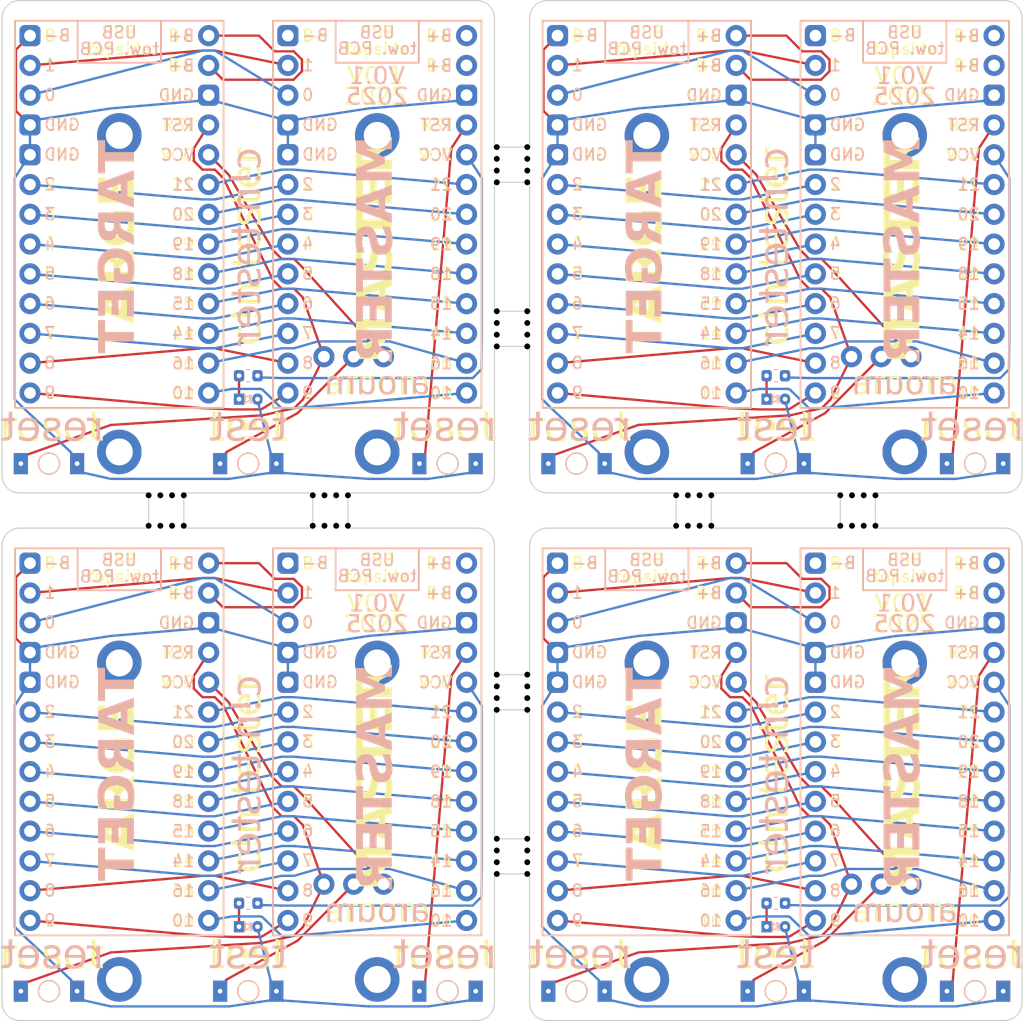
<source format=kicad_pcb>
(kicad_pcb (version 20241229) (generator "pcbnew") (generator_version "9.0")
  (layers (0 "F.Cu" signal) (2 "B.Cu" signal) (13 "F.Paste" user) (15 "B.Paste" user) (5 "F.SilkS" user "F.Silkscreen") (7 "B.SilkS" user "B.Silkscreen") (1 "F.Mask" user) (3 "B.Mask" user) (25 "Edge.Cuts" user))
  (net 0 "")
  (net 1 "Board_0-D0")
  (net 2 "Board_0-D1")
  (net 3 "Board_0-D10")
  (net 4 "Board_0-D14")
  (net 5 "Board_0-D15")
  (net 6 "Board_0-D16")
  (net 7 "Board_0-D18")
  (net 8 "Board_0-D19")
  (net 9 "Board_0-D2")
  (net 10 "Board_0-D20")
  (net 11 "Board_0-D21")
  (net 12 "Board_0-D3")
  (net 13 "Board_0-D4")
  (net 14 "Board_0-D5")
  (net 15 "Board_0-D6")
  (net 16 "Board_0-D7")
  (net 17 "Board_0-D8")
  (net 18 "Board_0-D9")
  (net 19 "Board_0-GND")
  (net 20 "Board_0-LED_master")
  (net 21 "Board_0-Net-(VD1-A)")
  (net 22 "Board_0-RST_master")
  (net 23 "Board_0-RST_slave")
  (net 24 "Board_0-STRT_master")
  (net 25 "Board_0-VCC_slave")
  (net 26 "Board_0-b+_slave")
  (net 27 "Board_0-unconnected-(U2-B+-Pad24)")
  (net 28 "Board_0-unconnected-(U2-B+-Pad29)")
  (net 29 "Board_0-unconnected-(U2-B--Pad28)")
  (net 30 "Board_1-D0")
  (net 31 "Board_1-D1")
  (net 32 "Board_1-D10")
  (net 33 "Board_1-D14")
  (net 34 "Board_1-D15")
  (net 35 "Board_1-D16")
  (net 36 "Board_1-D18")
  (net 37 "Board_1-D19")
  (net 38 "Board_1-D2")
  (net 39 "Board_1-D20")
  (net 40 "Board_1-D21")
  (net 41 "Board_1-D3")
  (net 42 "Board_1-D4")
  (net 43 "Board_1-D5")
  (net 44 "Board_1-D6")
  (net 45 "Board_1-D7")
  (net 46 "Board_1-D8")
  (net 47 "Board_1-D9")
  (net 48 "Board_1-GND")
  (net 49 "Board_1-LED_master")
  (net 50 "Board_1-Net-(VD1-A)")
  (net 51 "Board_1-RST_master")
  (net 52 "Board_1-RST_slave")
  (net 53 "Board_1-STRT_master")
  (net 54 "Board_1-VCC_slave")
  (net 55 "Board_1-b+_slave")
  (net 56 "Board_1-unconnected-(U2-B+-Pad24)")
  (net 57 "Board_1-unconnected-(U2-B+-Pad29)")
  (net 58 "Board_1-unconnected-(U2-B--Pad28)")
  (net 59 "Board_2-D0")
  (net 60 "Board_2-D1")
  (net 61 "Board_2-D10")
  (net 62 "Board_2-D14")
  (net 63 "Board_2-D15")
  (net 64 "Board_2-D16")
  (net 65 "Board_2-D18")
  (net 66 "Board_2-D19")
  (net 67 "Board_2-D2")
  (net 68 "Board_2-D20")
  (net 69 "Board_2-D21")
  (net 70 "Board_2-D3")
  (net 71 "Board_2-D4")
  (net 72 "Board_2-D5")
  (net 73 "Board_2-D6")
  (net 74 "Board_2-D7")
  (net 75 "Board_2-D8")
  (net 76 "Board_2-D9")
  (net 77 "Board_2-GND")
  (net 78 "Board_2-LED_master")
  (net 79 "Board_2-Net-(VD1-A)")
  (net 80 "Board_2-RST_master")
  (net 81 "Board_2-RST_slave")
  (net 82 "Board_2-STRT_master")
  (net 83 "Board_2-VCC_slave")
  (net 84 "Board_2-b+_slave")
  (net 85 "Board_2-unconnected-(U2-B+-Pad24)")
  (net 86 "Board_2-unconnected-(U2-B+-Pad29)")
  (net 87 "Board_2-unconnected-(U2-B--Pad28)")
  (net 88 "Board_3-D0")
  (net 89 "Board_3-D1")
  (net 90 "Board_3-D10")
  (net 91 "Board_3-D14")
  (net 92 "Board_3-D15")
  (net 93 "Board_3-D16")
  (net 94 "Board_3-D18")
  (net 95 "Board_3-D19")
  (net 96 "Board_3-D2")
  (net 97 "Board_3-D20")
  (net 98 "Board_3-D21")
  (net 99 "Board_3-D3")
  (net 100 "Board_3-D4")
  (net 101 "Board_3-D5")
  (net 102 "Board_3-D6")
  (net 103 "Board_3-D7")
  (net 104 "Board_3-D8")
  (net 105 "Board_3-D9")
  (net 106 "Board_3-GND")
  (net 107 "Board_3-LED_master")
  (net 108 "Board_3-Net-(VD1-A)")
  (net 109 "Board_3-RST_master")
  (net 110 "Board_3-RST_slave")
  (net 111 "Board_3-STRT_master")
  (net 112 "Board_3-VCC_slave")
  (net 113 "Board_3-b+_slave")
  (net 114 "Board_3-unconnected-(U2-B+-Pad24)")
  (net 115 "Board_3-unconnected-(U2-B+-Pad29)")
  (net 116 "Board_3-unconnected-(U2-B--Pad28)")
  (footprint "NPTH" (layer "F.Cu") (at 147.2 34.5)
    (property "Reference" "KiKit_MB_1_3" (hide yes))
    (property "Value" "NPTH" (hide yes))
  )
  (footprint "NPTH" (layer "F.Cu") (at 149.8 93.5)
    (property "Reference" "KiKit_MB_14_2" (hide yes))
    (property "Value" "NPTH" (hide yes))
  )
  (footprint "didSwitch:mountingHole_plate" (layer "F.Cu") (at 137 76.5 -10)
    (property "Reference" "H2" (hide yes))
    (property "Value" "MountingHole" (hide yes))
  )
  (footprint "NPTH" (layer "F.Cu") (at 149.8 79.5)
    (property "Reference" "KiKit_MB_13_2" (hide yes))
    (property "Value" "NPTH" (hide yes))
  )
  (footprint "NPTH" (layer "F.Cu") (at 131.5 62.2)
    (property "Reference" "KiKit_MB_4_4" (hide yes))
    (property "Value" "NPTH" (hide yes))
  )
  (footprint "NPTH" (layer "F.Cu") (at 147.2 91.5)
    (property "Reference" "KiKit_MB_10_1" (hide yes))
    (property "Value" "NPTH" (hide yes))
  )
  (footprint "NPTH" (layer "F.Cu") (at 149.8 34.5)
    (property "Reference" "KiKit_MB_5_2" (hide yes))
    (property "Value" "NPTH" (hide yes))
  )
  (footprint "NPTH" (layer "F.Cu") (at 117.5 64.8)
    (property "Reference" "KiKit_MB_11_1" (hide yes))
    (property "Value" "NPTH" (hide yes))
  )
  (footprint "didSwitch:mountingHole_plate" (layer "F.Cu") (at 182 76.5 -10)
    (property "Reference" "H2" (hide yes))
    (property "Value" "MountingHole" (hide yes))
  )
  (footprint "SuperMini_nRF52840_AH_Reversible" (layer "F.Cu") (at 160 84.5)
    (property "Reference" "U1" (hide yes))
    (property "Value" "ProMicro_r" (hide yes))
  )
  (footprint "NPTH" (layer "F.Cu") (at 177.5 64.8)
    (property "Reference" "KiKit_MB_16_2" (hide yes))
    (property "Value" "NPTH" (hide yes))
  )
  (footprint "NPTH" (layer "F.Cu") (at 147.2 93.5)
    (property "Reference" "KiKit_MB_10_3" (hide yes))
    (property "Value" "NPTH" (hide yes))
  )
  (footprint "PNCATEHO:SW_3x4x2_2legs_duplex" (layer "F.Cu") (at 188 104.5)
    (property "Reference" "SW3" (hide yes))
    (property "Value" "SW_Push" (hide yes))
  )
  (footprint "NPTH" (layer "F.Cu") (at 118.5 64.8)
    (property "Reference" "KiKit_MB_11_2" (hide yes))
    (property "Value" "NPTH" (hide yes))
  )
  (footprint "NPTH" (layer "F.Cu") (at 149.8 49.5)
    (property "Reference" "KiKit_MB_6_1" (hide yes))
    (property "Value" "NPTH" (hide yes))
  )
  (footprint "PNCATEHO:SW_3x4x2_2legs_duplex" (layer "F.Cu") (at 154 104.5)
    (property "Reference" "SW2" (hide yes))
    (property "Value" "SW_Push" (hide yes))
  )
  (footprint "NPTH" (layer "F.Cu") (at 179.5 62.2)
    (property "Reference" "KiKit_MB_8_1" (hide yes))
    (property "Value" "NPTH" (hide yes))
  )
  (footprint "didSwitch:LED_0603_1608Metric_rev" (layer "F.Cu") (at 171 99 180)
    (property "Reference" "VD1" (hide yes))
    (property "Value" "LED" (hide yes))
  )
  (footprint "NPTH" (layer "F.Cu") (at 132.5 62.2)
    (property "Reference" "KiKit_MB_4_3" (hide yes))
    (property "Value" "NPTH" (hide yes))
  )
  (footprint "NPTH" (layer "F.Cu") (at 165.5 64.8)
    (property "Reference" "KiKit_MB_15_4" (hide yes))
    (property "Value" "NPTH" (hide yes))
  )
  (footprint "PNCATEHO:SW_3x4x2_2legs_duplex" (layer "F.Cu") (at 109 59.5)
    (property "Reference" "SW2" (hide yes))
    (property "Value" "SW_Push" (hide yes))
  )
  (footprint "NPTH" (layer "F.Cu") (at 149.8 77.5)
    (property "Reference" "KiKit_MB_13_4" (hide yes))
    (property "Value" "NPTH" (hide yes))
  )
  (footprint "NPTH" (layer "F.Cu") (at 118.5 62.2)
    (property "Reference" "KiKit_MB_3_3" (hide yes))
    (property "Value" "NPTH" (hide yes))
  )
  (footprint "PNCATEHO:SW_3x4x2_2legs_duplex" (layer "F.Cu") (at 171 59.5)
    (property "Reference" "SW1" (hide yes))
    (property "Value" "SW_Push" (hide yes))
  )
  (footprint "NPTH" (layer "F.Cu") (at 149.8 47.5)
    (property "Reference" "KiKit_MB_6_3" (hide yes))
    (property "Value" "NPTH" (hide yes))
  )
  (footprint "NPTH" (layer "F.Cu") (at 119.5 64.8)
    (property "Reference" "KiKit_MB_11_3" (hide yes))
    (property "Value" "NPTH" (hide yes))
  )
  (footprint "NPTH" (layer "F.Cu") (at 165.5 62.2)
    (property "Reference" "KiKit_MB_7_1" (hide yes))
    (property "Value" "NPTH" (hide yes))
  )
  (footprint "didSwitch:mountingHole_plate" (layer "F.Cu") (at 115 76.5 -10)
    (property "Reference" "H1" (hide yes))
    (property "Value" "MountingHole" (hide yes))
  )
  (footprint "PNCATEHO:SW_3x4x2_2legs_duplex" (layer "F.Cu") (at 143 59.5)
    (property "Reference" "SW3" (hide yes))
    (property "Value" "SW_Push" (hide yes))
  )
  (footprint "NPTH" (layer "F.Cu") (at 164.5 62.2)
    (property "Reference" "KiKit_MB_7_2" (hide yes))
    (property "Value" "NPTH" (hide yes))
  )
  (footprint "PNCATEHO:SW_3x4x2_2legs_duplex" (layer "F.Cu") (at 126 59.5)
    (property "Reference" "SW1" (hide yes))
    (property "Value" "SW_Push" (hide yes))
  )
  (footprint "NPTH" (layer "F.Cu") (at 147.2 47.5)
    (property "Reference" "KiKit_MB_2_2" (hide yes))
    (property "Value" "NPTH" (hide yes))
  )
  (footprint "didSwitch:LED_0603_1608Metric_rev" (layer "F.Cu") (at 126 54 180)
    (property "Reference" "VD1" (hide yes))
    (property "Value" "LED" (hide yes))
  )
  (footprint "NPTH" (layer "F.Cu") (at 120.5 64.8)
    (property "Reference" "KiKit_MB_11_4" (hide yes))
    (property "Value" "NPTH" (hide yes))
  )
  (footprint "SuperMini_nRF52840_AH_Reversible" (layer "F.Cu") (at 115 39.5)
    (property "Reference" "U1" (hide yes))
    (property "Value" "ProMicro_r" (hide yes))
  )
  (footprint "didSwitch:mountingHole_plate" (layer "F.Cu") (at 137 103.5 -10)
    (property "Reference" "H4" (hide yes))
    (property "Value" "MountingHole" (hide yes))
  )
  (footprint "NPTH" (layer "F.Cu") (at 120.5 62.2)
    (property "Reference" "KiKit_MB_3_1" (hide yes))
    (property "Value" "NPTH" (hide yes))
  )
  (footprint "NPTH" (layer "F.Cu") (at 149.8 32.5)
    (property "Reference" "KiKit_MB_5_4" (hide yes))
    (property "Value" "NPTH" (hide yes))
  )
  (footprint "didSwitch:mountingHole_plate" (layer "F.Cu") (at 137 31.5 -10)
    (property "Reference" "H2" (hide yes))
    (property "Value" "MountingHole" (hide yes))
  )
  (footprint "NPTH" (layer "F.Cu") (at 147.2 92.5)
    (property "Reference" "KiKit_MB_10_2" (hide yes))
    (property "Value" "NPTH" (hide yes))
  )
  (footprint "PNCATEHO:SW_3x4x2_2legs_duplex" (layer "F.Cu") (at 188 59.5)
    (property "Reference" "SW3" (hide yes))
    (property "Value" "SW_Push" (hide yes))
  )
  (footprint "PNCATEHO:SW_3x4x2_2legs_duplex" (layer "F.Cu") (at 109 104.5)
    (property "Reference" "SW2" (hide yes))
    (property "Value" "SW_Push" (hide yes))
  )
  (footprint "NPTH" (layer "F.Cu") (at 163.5 64.8)
    (property "Reference" "KiKit_MB_15_2" (hide yes))
    (property "Value" "NPTH" (hide yes))
  )
  (footprint "NPTH" (layer "F.Cu") (at 178.5 62.2)
    (property "Reference" "KiKit_MB_8_2" (hide yes))
    (property "Value" "NPTH" (hide yes))
  )
  (footprint "NPTH" (layer "F.Cu") (at 149.8 78.5)
    (property "Reference" "KiKit_MB_13_3" (hide yes))
    (property "Value" "NPTH" (hide yes))
  )
  (footprint "NPTH" (layer "F.Cu") (at 164.5 64.8)
    (property "Reference" "KiKit_MB_15_3" (hide yes))
    (property "Value" "NPTH" (hide yes))
  )
  (footprint "SuperMini_nRF52840_AH_Reversible" (layer "F.Cu") (at 137 84.5)
    (property "Reference" "U2" (hide yes))
    (property "Value" "ProMicro_r" (hide yes))
  )
  (footprint "NPTH" (layer "F.Cu") (at 176.5 62.2)
    (property "Reference" "KiKit_MB_8_4" (hide yes))
    (property "Value" "NPTH" (hide yes))
  )
  (footprint "PNCATEHO:SW_3x4x2_2legs_duplex" (layer "F.Cu") (at 171 104.5)
    (property "Reference" "SW1" (hide yes))
    (property "Value" "SW_Push" (hide yes))
  )
  (footprint "NPTH" (layer "F.Cu") (at 133.5 64.8)
    (property "Reference" "KiKit_MB_12_3" (hide yes))
    (property "Value" "NPTH" (hide yes))
  )
  (footprint "NPTH" (layer "F.Cu") (at 178.5 64.8)
    (property "Reference" "KiKit_MB_16_3" (hide yes))
    (property "Value" "NPTH" (hide yes))
  )
  (footprint "NPTH" (layer "F.Cu") (at 147.2 79.5)
    (property "Reference" "KiKit_MB_9_3" (hide yes))
    (property "Value" "NPTH" (hide yes))
  )
  (footprint "NPTH" (layer "F.Cu") (at 117.5 62.2)
    (property "Reference" "KiKit_MB_3_4" (hide yes))
    (property "Value" "NPTH" (hide yes))
  )
  (footprint "NPTH" (layer "F.Cu") (at 147.2 32.5)
    (property "Reference" "KiKit_MB_1_1" (hide yes))
    (property "Value" "NPTH" (hide yes))
  )
  (footprint "NPTH" (layer "F.Cu") (at 133.5 62.2)
    (property "Reference" "KiKit_MB_4_2" (hide yes))
    (property "Value" "NPTH" (hide yes))
  )
  (footprint "NPTH" (layer "F.Cu") (at 132.5 64.8)
    (property "Reference" "KiKit_MB_12_2" (hide yes))
    (property "Value" "NPTH" (hide yes))
  )
  (footprint "NPTH" (layer "F.Cu") (at 176.5 64.8)
    (property "Reference" "KiKit_MB_16_1" (hide yes))
    (property "Value" "NPTH" (hide yes))
  )
  (footprint "didSwitch:mountingHole_plate" (layer "F.Cu") (at 182 103.5 -10)
    (property "Reference" "H4" (hide yes))
    (property "Value" "MountingHole" (hide yes))
  )
  (footprint "PNCATEHO:SW_3x4x2_2legs_duplex" (layer "F.Cu") (at 143 104.5)
    (property "Reference" "SW3" (hide yes))
    (property "Value" "SW_Push" (hide yes))
  )
  (footprint "SuperMini_nRF52840_AH_Reversible" (layer "F.Cu") (at 115 84.5)
    (property "Reference" "U1" (hide yes))
    (property "Value" "ProMicro_r" (hide yes))
  )
  (footprint "NPTH" (layer "F.Cu") (at 147.2 49.5)
    (property "Reference" "KiKit_MB_2_4" (hide yes))
    (property "Value" "NPTH" (hide yes))
  )
  (footprint "SuperMini_nRF52840_AH_Reversible" (layer "F.Cu") (at 182 39.5)
    (property "Reference" "U2" (hide yes))
    (property "Value" "ProMicro_r" (hide yes))
  )
  (footprint "NPTH" (layer "F.Cu") (at 177.5 62.2)
    (property "Reference" "KiKit_MB_8_3" (hide yes))
    (property "Value" "NPTH" (hide yes))
  )
  (footprint "NPTH" (layer "F.Cu") (at 162.5 64.8)
    (property "Reference" "KiKit_MB_15_1" (hide yes))
    (property "Value" "NPTH" (hide yes))
  )
  (footprint "didSwitch:mountingHole_plate" (layer "F.Cu") (at 137 58.5 -10)
    (property "Reference" "H4" (hide yes))
    (property "Value" "MountingHole" (hide yes))
  )
  (footprint "NPTH" (layer "F.Cu") (at 179.5 64.8)
    (property "Reference" "KiKit_MB_16_4" (hide yes))
    (property "Value" "NPTH" (hide yes))
  )
  (footprint "NPTH" (layer "F.Cu") (at 162.5 62.2)
    (property "Reference" "KiKit_MB_7_4" (hide yes))
    (property "Value" "NPTH" (hide yes))
  )
  (footprint "NPTH" (layer "F.Cu") (at 119.5 62.2)
    (property "Reference" "KiKit_MB_3_2" (hide yes))
    (property "Value" "NPTH" (hide yes))
  )
  (footprint "NPTH" (layer "F.Cu") (at 134.5 62.2)
    (property "Reference" "KiKit_MB_4_1" (hide yes))
    (property "Value" "NPTH" (hide yes))
  )
  (footprint "didSwitch:mountingHole_plate" (layer "F.Cu") (at 182 58.5 -10)
    (property "Reference" "H4" (hide yes))
    (property "Value" "MountingHole" (hide yes))
  )
  (footprint "NPTH" (layer "F.Cu") (at 149.8 35.5)
    (property "Reference" "KiKit_MB_5_1" (hide yes))
    (property "Value" "NPTH" (hide yes))
  )
  (footprint "NPTH" (layer "F.Cu") (at 149.8 94.5)
    (property "Reference" "KiKit_MB_14_1" (hide yes))
    (property "Value" "NPTH" (hide yes))
  )
  (footprint "NPTH" (layer "F.Cu") (at 147.2 77.5)
    (property "Reference" "KiKit_MB_9_1" (hide yes))
    (property "Value" "NPTH" (hide yes))
  )
  (footprint "NPTH" (layer "F.Cu") (at 131.5 64.8)
    (property "Reference" "KiKit_MB_12_1" (hide yes))
    (property "Value" "NPTH" (hide yes))
  )
  (footprint "didSwitch:mountingHole_plate" (layer "F.Cu") (at 160 31.5 -10)
    (property "Reference" "H1" (hide yes))
    (property "Value" "MountingHole" (hide yes))
  )
  (footprint "NPTH" (layer "F.Cu") (at 149.8 91.5)
    (property "Reference" "KiKit_MB_14_4" (hide yes))
    (property "Value" "NPTH" (hide yes))
  )
  (footprint "SuperMini_nRF52840_AH_Reversible" (layer "F.Cu") (at 182 84.5)
    (property "Reference" "U2" (hide yes))
    (property "Value" "ProMicro_r" (hide yes))
  )
  (footprint "didSwitch:mountingHole_plate" (layer "F.Cu") (at 160 58.5 -10)
    (property "Reference" "H3" (hide yes))
    (property "Value" "MountingHole" (hide yes))
  )
  (footprint "PNCATEHO:SW_3x4x2_2legs_duplex" (layer "F.Cu") (at 126 104.5)
    (property "Reference" "SW1" (hide yes))
    (property "Value" "SW_Push" (hide yes))
  )
  (footprint "NPTH" (layer "F.Cu") (at 149.8 92.5)
    (property "Reference" "KiKit_MB_14_3" (hide yes))
    (property "Value" "NPTH" (hide yes))
  )
  (footprint "NPTH" (layer "F.Cu") (at 147.2 48.5)
    (property "Reference" "KiKit_MB_2_3" (hide yes))
    (property "Value" "NPTH" (hide yes))
  )
  (footprint "NPTH" (layer "F.Cu") (at 147.2 80.5)
    (property "Reference" "KiKit_MB_9_4" (hide yes))
    (property "Value" "NPTH" (hide yes))
  )
  (footprint "NPTH" (layer "F.Cu") (at 147.2 46.5)
    (property "Reference" "KiKit_MB_2_1" (hide yes))
    (property "Value" "NPTH" (hide yes))
  )
  (footprint "didSwitch:mountingHole_plate" (layer "F.Cu") (at 160 103.5 -10)
    (property "Reference" "H3" (hide yes))
    (property "Value" "MountingHole" (hide yes))
  )
  (footprint "didSwitch:mountingHole_plate" (layer "F.Cu") (at 160 76.5 -10)
    (property "Reference" "H1" (hide yes))
    (property "Value" "MountingHole" (hide yes))
  )
  (footprint "didSwitch:mountingHole_plate" (layer "F.Cu") (at 115 103.5 -10)
    (property "Reference" "H3" (hide yes))
    (property "Value" "MountingHole" (hide yes))
  )
  (footprint "NPTH" (layer "F.Cu") (at 134.5 64.8)
    (property "Reference" "KiKit_MB_12_4" (hide yes))
    (property "Value" "NPTH" (hide yes))
  )
  (footprint "NPTH" (layer "F.Cu") (at 149.8 80.5)
    (property "Reference" "KiKit_MB_13_1" (hide yes))
    (property "Value" "NPTH" (hide yes))
  )
  (footprint "NPTH" (layer "F.Cu") (at 149.8 46.5)
    (property "Reference" "KiKit_MB_6_4" (hide yes))
    (property "Value" "NPTH" (hide yes))
  )
  (footprint "SuperMini_nRF52840_AH_Reversible" (layer "F.Cu") (at 137 39.5)
    (property "Reference" "U2" (hide yes))
    (property "Value" "ProMicro_r" (hide yes))
  )
  (footprint "didSwitch:mountingHole_plate" (layer "F.Cu") (at 115 58.5 -10)
    (property "Reference" "H3" (hide yes))
    (property "Value" "MountingHole" (hide yes))
  )
  (footprint "SuperMini_nRF52840_AH_Reversible" (layer "F.Cu") (at 160 39.5)
    (property "Reference" "U1" (hide yes))
    (property "Value" "ProMicro_r" (hide yes))
  )
  (footprint "NPTH" (layer "F.Cu") (at 149.8 33.5)
    (property "Reference" "KiKit_MB_5_3" (hide yes))
    (property "Value" "NPTH" (hide yes))
  )
  (footprint "NPTH" (layer "F.Cu") (at 147.2 78.5)
    (property "Reference" "KiKit_MB_9_2" (hide yes))
    (property "Value" "NPTH" (hide yes))
  )
  (footprint "PNCATEHO:SW_3x4x2_2legs_duplex" (layer "F.Cu") (at 154 59.5)
    (property "Reference" "SW2" (hide yes))
    (property "Value" "SW_Push" (hide yes))
  )
  (footprint "NPTH" (layer "F.Cu") (at 147.2 94.5)
    (property "Reference" "KiKit_MB_10_4" (hide yes))
    (property "Value" "NPTH" (hide yes))
  )
  (footprint "didSwitch:LED_0603_1608Metric_rev" (layer "F.Cu") (at 126 99 180)
    (property "Reference" "VD1" (hide yes))
    (property "Value" "LED" (hide yes))
  )
  (footprint "didSwitch:mountingHole_plate" (layer "F.Cu") (at 115 31.5 -10)
    (property "Reference" "H1" (hide yes))
    (property "Value" "MountingHole" (hide yes))
  )
  (footprint "NPTH" (layer "F.Cu") (at 163.5 62.2)
    (property "Reference" "KiKit_MB_7_3" (hide yes))
    (property "Value" "NPTH" (hide yes))
  )
  (footprint "NPTH" (layer "F.Cu") (at 147.2 33.5)
    (property "Reference" "KiKit_MB_1_2" (hide yes))
    (property "Value" "NPTH" (hide yes))
  )
  (footprint "NPTH" (layer "F.Cu") (at 147.2 35.5)
    (property "Reference" "KiKit_MB_1_4" (hide yes))
    (property "Value" "NPTH" (hide yes))
  )
  (footprint "NPTH" (layer "F.Cu") (at 149.8 48.5)
    (property "Reference" "KiKit_MB_6_2" (hide yes))
    (property "Value" "NPTH" (hide yes))
  )
  (footprint "didSwitch:LED_0603_1608Metric_rev" (layer "F.Cu") (at 171 54 180)
    (property "Reference" "VD1" (hide yes))
    (property "Value" "LED" (hide yes))
  )
  (footprint "didSwitch:mountingHole_plate" (layer "F.Cu") (at 182 31.5 -10)
    (property "Reference" "H2" (hide yes))
    (property "Value" "MountingHole" (hide yes))
  )
  (footprint "didSwitch:R_0603_1608Metric_rev" (layer "B.Cu") (at 171 52)
    (property "Reference" "R1" (hide yes))
    (property "Value" "R" (hide yes))
  )
  (footprint "didSwitch:R_0603_1608Metric_rev" (layer "B.Cu") (at 126 52)
    (property "Reference" "R1" (hide yes))
    (property "Value" "R" (hide yes))
  )
  (footprint "didSwitch:R_0603_1608Metric_rev" (layer "B.Cu") (at 126 97)
    (property "Reference" "R1" (hide yes))
    (property "Value" "R" (hide yes))
  )
  (footprint "didSwitch:R_0603_1608Metric_rev" (layer "B.Cu") (at 171 97)
    (property "Reference" "R1" (hide yes))
    (property "Value" "R" (hide yes))
  )
  (gr_line (start 146.418158 61.686163) (end 146.477058 61.638137) (stroke (width 0.1)) (layer "Edge.Cuts"))
  (gr_line (start 151.124021 106.952115) (end 151.198052 106.969294) (stroke (width 0.1)) (layer "Edge.Cuts"))
  (gr_line (start 146.998074 66.424026) (end 146.992303 66.348247) (stroke (width 0.1)) (layer "Edge.Cuts"))
  (gr_line (start 106.5 107) (end 145.5 107) (stroke (width 0.1)) (layer "Edge.Cuts"))
  (gr_line (start 105.047884 21.124021) (end 105.030705 21.198052) (stroke (width 0.1)) (layer "Edge.Cuts"))
  (gr_line (start 147 46.5) (end 147 35.5) (stroke (width 0.1)) (layer "Edge.Cuts"))
  (gr_line (start 150.839408 61.846706) (end 150.908466 61.878436) (stroke (width 0.1)) (layer "Edge.Cuts"))
  (gr_line (start 151.348247 106.992303) (end 151.424026 106.998074) (stroke (width 0.1)) (layer "Edge.Cuts"))
  (gr_line (start 165.5 63.5015) (end 165.5 63.4995) (stroke (width 0.1)) (layer "Edge.Cuts"))
  (gr_line (start 165.5 65) (end 165.5 63.5015) (stroke (width 0.1)) (layer "Edge.Cuts"))
  (gr_line (start 165.5 63.4995) (end 165.5 62) (stroke (width 0.1)) (layer "Edge.Cuts"))
  (gr_line (start 176.5 63.4995) (end 176.5 63.5015) (stroke (width 0.1)) (layer "Edge.Cuts"))
  (gr_line (start 191.969294 105.801947) (end 191.982702 105.727141) (stroke (width 0.1)) (layer "Edge.Cuts"))
  (gr_line (start 150.017297 60.727141) (end 150.030705 60.801947) (stroke (width 0.1)) (layer "Edge.Cuts"))
  (gr_line (start 105.772047 20.18848) (end 105.706553 20.227033) (stroke (width 0.1)) (layer "Edge.Cuts"))
  (gr_line (start 145.651752 65.007696) (end 145.575973 65.001925) (stroke (width 0.1)) (layer "Edge.Cuts"))
  (gr_line (start 105.001925 60.575973) (end 105.007696 60.651752) (stroke (width 0.1)) (layer "Edge.Cuts"))
  (gr_line (start 150.466549 61.587189) (end 150.522941 61.638137) (stroke (width 0.1)) (layer "Edge.Cuts"))
  (gr_line (start 176.5 65) (end 165.5 65) (stroke (width 0.1)) (layer "Edge.Cuts"))
  (gr_line (start 145.651752 20.007696) (end 145.575973 20.001925) (stroke (width 0.1)) (layer "Edge.Cuts"))
  (gr_line (start 191.686163 65.581841) (end 191.638137 65.522941) (stroke (width 0.1)) (layer "Edge.Cuts"))
  (gr_line (start 146.992303 60.651752) (end 146.998074 60.575973) (stroke (width 0.1)) (layer "Edge.Cuts"))
  (gr_line (start 105.41281 61.53345) (end 105.466549 61.587189) (stroke (width 0.1)) (layer "Edge.Cuts"))
  (gr_line (start 150.047884 105.875978) (end 150.068791 105.949044) (stroke (width 0.1)) (layer "Edge.Cuts"))
  (gr_line (start 148.501 35.5) (end 150 35.5) (stroke (width 0.1)) (layer "Edge.Cuts"))
  (gr_line (start 146.227952 106.811519) (end 146.293446 106.772966) (stroke (width 0.1)) (layer "Edge.Cuts"))
  (gr_line (start 106.050955 61.931208) (end 106.124021 61.952115) (stroke (width 0.1)) (layer "Edge.Cuts"))
  (gr_line (start 146.906628 20.979042) (end 146.878436 20.908466) (stroke (width 0.1)) (layer "Edge.Cuts"))
  (gr_line (start 106.272858 65.017297) (end 106.198052 65.030705) (stroke (width 0.1)) (layer "Edge.Cuts"))
  (gr_line (start 105.706553 61.772966) (end 105.772047 61.811519) (stroke (width 0.1)) (layer "Edge.Cuts"))
  (gr_line (start 106.424026 106.998074) (end 106.5 107) (stroke (width 0.1)) (layer "Edge.Cuts"))
  (gr_line (start 106.5 62) (end 117.5 62) (stroke (width 0.1)) (layer "Edge.Cuts"))
  (gr_line (start 150 77.5) (end 148.501 77.5) (stroke (width 0.1)) (layer "Edge.Cuts"))
  (gr_line (start 146.731145 61.356902) (end 146.772966 61.293446) (stroke (width 0.1)) (layer "Edge.Cuts"))
  (gr_line (start 150.643097 61.731145) (end 150.706553 61.772966) (stroke (width 0.1)) (layer "Edge.Cuts"))
  (gr_line (start 150.001925 66.424026) (end 150 66.5) (stroke (width 0.1)) (layer "Edge.Cuts"))
  (gr_line (start 105.772047 61.811519) (end 105.839408 61.846706) (stroke (width 0.1)) (layer "Edge.Cuts"))
  (gr_line (start 148.501 32.5) (end 148.499 32.5) (stroke (width 0.1)) (layer "Edge.Cuts"))
  (gr_line (start 191.969294 66.198052) (end 191.952115 66.124021) (stroke (width 0.1)) (layer "Edge.Cuts"))
  (gr_line (start 145.801947 65.030705) (end 145.727141 65.017297) (stroke (width 0.1)) (layer "Edge.Cuts"))
  (gr_line (start 191.160591 61.846706) (end 191.227952 61.811519) (stroke (width 0.1)) (layer "Edge.Cuts"))
  (gr_line (start 146.982702 21.272858) (end 146.969294 21.198052) (stroke (width 0.1)) (layer "Edge.Cuts"))
  (gr_line (start 191.587189 106.53345) (end 191.638137 106.477058) (stroke (width 0.1)) (layer "Edge.Cuts"))
  (gr_line (start 150.047884 66.124021) (end 150.030705 66.198052) (stroke (width 0.1)) (layer "Edge.Cuts"))
  (gr_line (start 151.424026 61.998074) (end 151.5 62) (stroke (width 0.1)) (layer "Edge.Cuts"))
  (gr_line (start 151.124021 65.047884) (end 151.050955 65.068791) (stroke (width 0.1)) (layer "Edge.Cuts"))
  (gr_line (start 191.227952 20.18848) (end 191.160591 20.153293) (stroke (width 0.1)) (layer "Edge.Cuts"))
  (gr_line (start 191.931208 60.949044) (end 191.952115 60.875978) (stroke (width 0.1)) (layer "Edge.Cuts"))
  (gr_line (start 191.772966 20.706553) (end 191.731145 20.643097) (stroke (width 0.1)) (layer "Edge.Cuts"))
  (gr_line (start 150 49.5) (end 150 60.5) (stroke (width 0.1)) (layer "Edge.Cuts"))
  (gr_line (start 146.091533 61.878436) (end 146.160591 61.846706) (stroke (width 0.1)) (layer "Edge.Cuts"))
  (gr_line (start 191.998074 21.424026) (end 191.992303 21.348247) (stroke (width 0.1)) (layer "Edge.Cuts"))
  (gr_line (start 190.875978 61.952115) (end 190.949044 61.931208) (stroke (width 0.1)) (layer "Edge.Cuts"))
  (gr_line (start 146.227952 65.18848) (end 146.160591 65.153293) (stroke (width 0.1)) (layer "Edge.Cuts"))
  (gr_line (start 150.001925 105.575973) (end 150.007696 105.651752) (stroke (width 0.1)) (layer "Edge.Cuts"))
  (gr_line (start 146.811519 106.227952) (end 146.846706 106.160591) (stroke (width 0.1)) (layer "Edge.Cuts"))
  (gr_line (start 150 46.5) (end 148.501 46.5) (stroke (width 0.1)) (layer "Edge.Cuts"))
  (gr_line (start 145.801947 20.030705) (end 145.727141 20.017297) (stroke (width 0.1)) (layer "Edge.Cuts"))
  (gr_line (start 134.5 62) (end 145.5 62) (stroke (width 0.1)) (layer "Edge.Cuts"))
  (gr_line (start 105.121563 20.908466) (end 105.093371 20.979042) (stroke (width 0.1)) (layer "Edge.Cuts"))
  (gr_line (start 105.153293 65.839408) (end 105.121563 65.908466) (stroke (width 0.1)) (layer "Edge.Cuts"))
  (gr_line (start 190.575973 20.001925) (end 190.5 20) (stroke (width 0.1)) (layer "Edge.Cuts"))
  (gr_line (start 146.477058 20.361862) (end 146.418158 20.313836) (stroke (width 0.1)) (layer "Edge.Cuts"))
  (gr_line (start 191.952115 21.124021) (end 191.931208 21.050955) (stroke (width 0.1)) (layer "Edge.Cuts"))
  (gr_line (start 146.356902 106.731145) (end 146.418158 106.686163) (stroke (width 0.1)) (layer "Edge.Cuts"))
  (gr_line (start 106.124021 20.047884) (end 106.050955 20.068791) (stroke (width 0.1)) (layer "Edge.Cuts"))
  (gr_line (start 191.982702 60.727141) (end 191.992303 60.651752) (stroke (width 0.1)) (layer "Edge.Cuts"))
  (gr_line (start 105.153293 61.160591) (end 105.18848 61.227952) (stroke (width 0.1)) (layer "Edge.Cuts"))
  (gr_line (start 150.908466 61.878436) (end 150.979042 61.906628) (stroke (width 0.1)) (layer "Edge.Cuts"))
  (gr_line (start 145.801947 106.969294) (end 145.875978 106.952115) (stroke (width 0.1)) (layer "Edge.Cuts"))
  (gr_line (start 105.121563 65.908466) (end 105.093371 65.979042) (stroke (width 0.1)) (layer "Edge.Cuts"))
  (gr_line (start 105.047884 60.875978) (end 105.068791 60.949044) (stroke (width 0.1)) (layer "Edge.Cuts"))
  (gr_line (start 131.5 63.5015) (end 131.5 65) (stroke (width 0.1)) (layer "Edge.Cuts"))
  (gr_line (start 105.643097 61.731145) (end 105.706553 61.772966) (stroke (width 0.1)) (layer "Edge.Cuts"))
  (gr_line (start 191.091533 20.121563) (end 191.020957 20.093371) (stroke (width 0.1)) (layer "Edge.Cuts"))
  (gr_line (start 146.982702 105.727141) (end 146.992303 105.651752) (stroke (width 0.1)) (layer "Edge.Cuts"))
  (gr_line (start 146.356902 61.731145) (end 146.418158 61.686163) (stroke (width 0.1)) (layer "Edge.Cuts"))
  (gr_line (start 148.501 91.5) (end 148.499 91.5) (stroke (width 0.1)) (layer "Edge.Cuts"))
  (gr_line (start 106.5 65) (end 106.424026 65.001925) (stroke (width 0.1)) (layer "Edge.Cuts"))
  (gr_line (start 190.575973 65.001925) (end 190.5 65) (stroke (width 0.1)) (layer "Edge.Cuts"))
  (gr_line (start 146.686163 61.418158) (end 146.731145 61.356902) (stroke (width 0.1)) (layer "Edge.Cuts"))
  (gr_line (start 191.477058 20.361862) (end 191.418158 20.313836) (stroke (width 0.1)) (layer "Edge.Cuts"))
  (gr_line (start 191.418158 61.686163) (end 191.477058 61.638137) (stroke (width 0.1)) (layer "Edge.Cuts"))
  (gr_line (start 191.477058 106.638137) (end 191.53345 106.587189) (stroke (width 0.1)) (layer "Edge.Cuts"))
  (gr_line (start 191.952115 105.875978) (end 191.969294 105.801947) (stroke (width 0.1)) (layer "Edge.Cuts"))
  (gr_line (start 150.227033 106.293446) (end 150.268854 106.356902) (stroke (width 0.1)) (layer "Edge.Cuts"))
  (gr_line (start 146.952115 60.875978) (end 146.969294 60.801947) (stroke (width 0.1)) (layer "Edge.Cuts"))
  (gr_line (start 145.575973 20.001925) (end 145.5 20) (stroke (width 0.1)) (layer "Edge.Cuts"))
  (gr_line (start 145.727141 65.017297) (end 145.651752 65.007696) (stroke (width 0.1)) (layer "Edge.Cuts"))
  (gr_line (start 150.030705 105.801947) (end 150.047884 105.875978) (stroke (width 0.1)) (layer "Edge.Cuts"))
  (gr_line (start 145.875978 65.047884) (end 145.801947 65.030705) (stroke (width 0.1)) (layer "Edge.Cuts"))
  (gr_line (start 191.587189 65.466549) (end 191.53345 65.41281) (stroke (width 0.1)) (layer "Edge.Cuts"))
  (gr_line (start 151.198052 20.030705) (end 151.124021 20.047884) (stroke (width 0.1)) (layer "Edge.Cuts"))
  (gr_line (start 150.268854 61.356902) (end 150.313836 61.418158) (stroke (width 0.1)) (layer "Edge.Cuts"))
  (gr_line (start 146.772966 20.706553) (end 146.731145 20.643097) (stroke (width 0.1)) (layer "Edge.Cuts"))
  (gr_line (start 148.499 94.5) (end 148.501 94.5) (stroke (width 0.1)) (layer "Edge.Cuts"))
  (gr_line (start 105.007696 60.651752) (end 105.017297 60.727141) (stroke (width 0.1)) (layer "Edge.Cuts"))
  (gr_line (start 105.030705 66.198052) (end 105.017297 66.272858) (stroke (width 0.1)) (layer "Edge.Cuts"))
  (gr_line (start 106.348247 20.007696) (end 106.272858 20.017297) (stroke (width 0.1)) (layer "Edge.Cuts"))
  (gr_line (start 146.160591 65.153293) (end 146.091533 65.121563) (stroke (width 0.1)) (layer "Edge.Cuts"))
  (gr_line (start 146.638137 65.522941) (end 146.587189 65.466549) (stroke (width 0.1)) (layer "Edge.Cuts"))
  (gr_line (start 150.093371 106.020957) (end 150.121563 106.091533) (stroke (width 0.1)) (layer "Edge.Cuts"))
  (gr_line (start 146.587189 61.53345) (end 146.638137 61.477058) (stroke (width 0.1)) (layer "Edge.Cuts"))
  (gr_line (start 146.53345 61.587189) (end 146.587189 61.53345) (stroke (width 0.1)) (layer "Edge.Cuts"))
  (gr_line (start 191.53345 106.587189) (end 191.587189 106.53345) (stroke (width 0.1)) (layer "Edge.Cuts"))
  (gr_line (start 106.124021 65.047884) (end 106.050955 65.068791) (stroke (width 0.1)) (layer "Edge.Cuts"))
  (gr_line (start 150.643097 65.268854) (end 150.581841 65.313836) (stroke (width 0.1)) (layer "Edge.Cuts"))
  (gr_line (start 150.908466 65.121563) (end 150.839408 65.153293) (stroke (width 0.1)) (layer "Edge.Cuts"))
  (gr_line (start 105.093371 106.020957) (end 105.121563 106.091533) (stroke (width 0.1)) (layer "Edge.Cuts"))
  (gr_line (start 191.638137 65.522941) (end 191.587189 65.466549) (stroke (width 0.1)) (layer "Edge.Cuts"))
  (gr_line (start 150.979042 20.093371) (end 150.908466 20.121563) (stroke (width 0.1)) (layer "Edge.Cuts"))
  (gr_line (start 105.313836 20.581841) (end 105.268854 20.643097) (stroke (width 0.1)) (layer "Edge.Cuts"))
  (gr_line (start 146.356902 20.268854) (end 146.293446 20.227033) (stroke (width 0.1)) (layer "Edge.Cuts"))
  (gr_line (start 179.5 62) (end 190.5 62) (stroke (width 0.1)) (layer "Edge.Cuts"))
  (gr_line (start 105.068791 66.050955) (end 105.047884 66.124021) (stroke (width 0.1)) (layer "Edge.Cuts"))
  (gr_line (start 146.227952 61.811519) (end 146.293446 61.772966) (stroke (width 0.1)) (layer "Edge.Cuts"))
  (gr_line (start 147 32.5) (end 147 21.5) (stroke (width 0.1)) (layer "Edge.Cuts"))
  (gr_line (start 191.731145 20.643097) (end 191.686163 20.581841) (stroke (width 0.1)) (layer "Edge.Cuts"))
  (gr_line (start 105.466549 20.41281) (end 105.41281 20.466549) (stroke (width 0.1)) (layer "Edge.Cuts"))
  (gr_line (start 191.811519 106.227952) (end 191.846706 106.160591) (stroke (width 0.1)) (layer "Edge.Cuts"))
  (gr_line (start 145.575973 65.001925) (end 145.5 65) (stroke (width 0.1)) (layer "Edge.Cuts"))
  (gr_line (start 131.5 65) (end 120.5 65) (stroke (width 0.1)) (layer "Edge.Cuts"))
  (gr_line (start 151.050955 20.068791) (end 150.979042 20.093371) (stroke (width 0.1)) (layer "Edge.Cuts"))
  (gr_line (start 105.227033 61.293446) (end 105.268854 61.356902) (stroke (width 0.1)) (layer "Edge.Cuts"))
  (gr_line (start 105.18848 106.227952) (end 105.227033 106.293446) (stroke (width 0.1)) (layer "Edge.Cuts"))
  (gr_line (start 191.811519 20.772047) (end 191.772966 20.706553) (stroke (width 0.1)) (layer "Edge.Cuts"))
  (gr_line (start 105.466549 65.41281) (end 105.41281 65.466549) (stroke (width 0.1)) (layer "Edge.Cuts"))
  (gr_line (start 146.53345 106.587189) (end 146.587189 106.53345) (stroke (width 0.1)) (layer "Edge.Cuts"))
  (gr_line (start 105.030705 21.198052) (end 105.017297 21.272858) (stroke (width 0.1)) (layer "Edge.Cuts"))
  (gr_line (start 105.522941 65.361862) (end 105.466549 65.41281) (stroke (width 0.1)) (layer "Edge.Cuts"))
  (gr_line (start 106.424026 65.001925) (end 106.348247 65.007696) (stroke (width 0.1)) (layer "Edge.Cuts"))
  (gr_line (start 150.030705 21.198052) (end 150.017297 21.272858) (stroke (width 0.1)) (layer "Edge.Cuts"))
  (gr_line (start 191.227952 65.18848) (end 191.160591 65.153293) (stroke (width 0.1)) (layer "Edge.Cuts"))
  (gr_line (start 105.466549 61.587189) (end 105.522941 61.638137) (stroke (width 0.1)) (layer "Edge.Cuts"))
  (gr_line (start 146.020957 106.906628) (end 146.091533 106.878436) (stroke (width 0.1)) (layer "Edge.Cuts"))
  (gr_line (start 151.424026 20.001925) (end 151.348247 20.007696) (stroke (width 0.1)) (layer "Edge.Cuts"))
  (gr_line (start 146.020957 61.906628) (end 146.091533 61.878436) (stroke (width 0.1)) (layer "Edge.Cuts"))
  (gr_line (start 105.41281 65.466549) (end 105.361862 65.522941) (stroke (width 0.1)) (layer "Edge.Cuts"))
  (gr_line (start 146.091533 65.121563) (end 146.020957 65.093371) (stroke (width 0.1)) (layer "Edge.Cuts"))
  (gr_line (start 150.839408 20.153293) (end 150.772047 20.18848) (stroke (width 0.1)) (layer "Edge.Cuts"))
  (gr_line (start 192 21.5) (end 191.998074 21.424026) (stroke (width 0.1)) (layer "Edge.Cuts"))
  (gr_line (start 146.477058 61.638137) (end 146.53345 61.587189) (stroke (width 0.1)) (layer "Edge.Cuts"))
  (gr_line (start 146.906628 106.020957) (end 146.931208 105.949044) (stroke (width 0.1)) (layer "Edge.Cuts"))
  (gr_line (start 105.18848 65.772047) (end 105.153293 65.839408) (stroke (width 0.1)) (layer "Edge.Cuts"))
  (gr_line (start 150.093371 61.020957) (end 150.121563 61.091533) (stroke (width 0.1)) (layer "Edge.Cuts"))
  (gr_line (start 191.992303 60.651752) (end 191.998074 60.575973) (stroke (width 0.1)) (layer "Edge.Cuts"))
  (gr_line (start 105.268854 106.356902) (end 105.313836 106.418158) (stroke (width 0.1)) (layer "Edge.Cuts"))
  (gr_line (start 150.18848 65.772047) (end 150.153293 65.839408) (stroke (width 0.1)) (layer "Edge.Cuts"))
  (gr_line (start 150.030705 66.198052) (end 150.017297 66.272858) (stroke (width 0.1)) (layer "Edge.Cuts"))
  (gr_line (start 191.53345 65.41281) (end 191.477058 65.361862) (stroke (width 0.1)) (layer "Edge.Cuts"))
  (gr_line (start 150.772047 65.18848) (end 150.706553 65.227033) (stroke (width 0.1)) (layer "Edge.Cuts"))
  (gr_line (start 146.477058 65.361862) (end 146.418158 65.313836) (stroke (width 0.1)) (layer "Edge.Cuts"))
  (gr_line (start 105.361862 106.477058) (end 105.41281 106.53345) (stroke (width 0.1)) (layer "Edge.Cuts"))
  (gr_line (start 150.030705 60.801947) (end 150.047884 60.875978) (stroke (width 0.1)) (layer "Edge.Cuts"))
  (gr_line (start 145.727141 61.982702) (end 145.801947 61.969294) (stroke (width 0.1)) (layer "Edge.Cuts"))
  (gr_line (start 190.575973 61.998074) (end 190.651752 61.992303) (stroke (width 0.1)) (layer "Edge.Cuts"))
  (gr_line (start 105.581841 61.686163) (end 105.643097 61.731145) (stroke (width 0.1)) (layer "Edge.Cuts"))
  (gr_line (start 150.313836 61.418158) (end 150.361862 61.477058) (stroke (width 0.1)) (layer "Edge.Cuts"))
  (gr_line (start 146.091533 20.121563) (end 146.020957 20.093371) (stroke (width 0.1)) (layer "Edge.Cuts"))
  (gr_line (start 151.5 65) (end 151.424026 65.001925) (stroke (width 0.1)) (layer "Edge.Cuts"))
  (gr_line (start 105.313836 65.581841) (end 105.268854 65.643097) (stroke (width 0.1)) (layer "Edge.Cuts"))
  (gr_line (start 105.093371 65.979042) (end 105.068791 66.050955) (stroke (width 0.1)) (layer "Edge.Cuts"))
  (gr_line (start 105.093371 61.020957) (end 105.121563 61.091533) (stroke (width 0.1)) (layer "Edge.Cuts"))
  (gr_line (start 105.268854 65.643097) (end 105.227033 65.706553) (stroke (width 0.1)) (layer "Edge.Cuts"))
  (gr_line (start 151.348247 65.007696) (end 151.272858 65.017297) (stroke (width 0.1)) (layer "Edge.Cuts"))
  (gr_line (start 176.5 63.5015) (end 176.5 65) (stroke (width 0.1)) (layer "Edge.Cuts"))
  (gr_line (start 150.581841 65.313836) (end 150.522941 65.361862) (stroke (width 0.1)) (layer "Edge.Cuts"))
  (gr_line (start 105.121563 106.091533) (end 105.153293 106.160591) (stroke (width 0.1)) (layer "Edge.Cuts"))
  (gr_line (start 191.731145 61.356902) (end 191.772966 61.293446) (stroke (width 0.1)) (layer "Edge.Cuts"))
  (gr_line (start 191.020957 65.093371) (end 190.949044 65.068791) (stroke (width 0.1)) (layer "Edge.Cuts"))
  (gr_line (start 190.949044 65.068791) (end 190.875978 65.047884) (stroke (width 0.1)) (layer "Edge.Cuts"))
  (gr_line (start 146.931208 66.050955) (end 146.906628 65.979042) (stroke (width 0.1)) (layer "Edge.Cuts"))
  (gr_line (start 105.643097 106.731145) (end 105.706553 106.772966) (stroke (width 0.1)) (layer "Edge.Cuts"))
  (gr_line (start 146.846706 65.839408) (end 146.811519 65.772047) (stroke (width 0.1)) (layer "Edge.Cuts"))
  (gr_line (start 147 77.5) (end 147 66.5) (stroke (width 0.1)) (layer "Edge.Cuts"))
  (gr_line (start 151.198052 61.969294) (end 151.272858 61.982702) (stroke (width 0.1)) (layer "Edge.Cuts"))
  (gr_line (start 106.424026 20.001925) (end 106.348247 20.007696) (stroke (width 0.1)) (layer "Edge.Cuts"))
  (gr_line (start 191.091533 106.878436) (end 191.160591 106.846706) (stroke (width 0.1)) (layer "Edge.Cuts"))
  (gr_line (start 150.466549 20.41281) (end 150.41281 20.466549) (stroke (width 0.1)) (layer "Edge.Cuts"))
  (gr_line (start 106.348247 61.992303) (end 106.424026 61.998074) (stroke (width 0.1)) (layer "Edge.Cuts"))
  (gr_line (start 146.906628 61.020957) (end 146.931208 60.949044) (stroke (width 0.1)) (layer "Edge.Cuts"))
  (gr_line (start 105.581841 106.686163) (end 105.643097 106.731145) (stroke (width 0.1)) (layer "Edge.Cuts"))
  (gr_line (start 191.477058 65.361862) (end 191.418158 65.313836) (stroke (width 0.1)) (layer "Edge.Cuts"))
  (gr_line (start 145.801947 61.969294) (end 145.875978 61.952115) (stroke (width 0.1)) (layer "Edge.Cuts"))
  (gr_line (start 150.839408 65.153293) (end 150.772047 65.18848) (stroke (width 0.1)) (layer "Edge.Cuts"))
  (gr_line (start 192 105.5) (end 192 66.5) (stroke (width 0.1)) (layer "Edge.Cuts"))
  (gr_line (start 147 66.5) (end 146.998074 66.424026) (stroke (width 0.1)) (layer "Edge.Cuts"))
  (gr_line (start 106.198052 106.969294) (end 106.272858 106.982702) (stroke (width 0.1)) (layer "Edge.Cuts"))
  (gr_line (start 150.068791 21.050955) (end 150.047884 21.124021) (stroke (width 0.1)) (layer "Edge.Cuts"))
  (gr_line (start 150 80.5) (end 150 91.5) (stroke (width 0.1)) (layer "Edge.Cuts"))
  (gr_line (start 148.501 49.5) (end 150 49.5) (stroke (width 0.1)) (layer "Edge.Cuts"))
  (gr_line (start 145.5 62) (end 145.575973 61.998074) (stroke (width 0.1)) (layer "Edge.Cuts"))
  (gr_line (start 148.499 32.5) (end 147 32.5) (stroke (width 0.1)) (layer "Edge.Cuts"))
  (gr_line (start 190.801947 20.030705) (end 190.727141 20.017297) (stroke (width 0.1)) (layer "Edge.Cuts"))
  (gr_line (start 150.466549 65.41281) (end 150.41281 65.466549) (stroke (width 0.1)) (layer "Edge.Cuts"))
  (gr_line (start 191.638137 61.477058) (end 191.686163 61.418158) (stroke (width 0.1)) (layer "Edge.Cuts"))
  (gr_line (start 146.587189 106.53345) (end 146.638137 106.477058) (stroke (width 0.1)) (layer "Edge.Cuts"))
  (gr_line (start 148.501 46.5) (end 148.499 46.5) (stroke (width 0.1)) (layer "Edge.Cuts"))
  (gr_line (start 105.706553 106.772966) (end 105.772047 106.811519) (stroke (width 0.1)) (layer "Edge.Cuts"))
  (gr_line (start 151.272858 65.017297) (end 151.198052 65.030705) (stroke (width 0.1)) (layer "Edge.Cuts"))
  (gr_line (start 146.160591 20.153293) (end 146.091533 20.121563) (stroke (width 0.1)) (layer "Edge.Cuts"))
  (gr_line (start 146.992303 21.348247) (end 146.982702 21.272858) (stroke (width 0.1)) (layer "Edge.Cuts"))
  (gr_line (start 191.160591 65.153293) (end 191.091533 65.121563) (stroke (width 0.1)) (layer "Edge.Cuts"))
  (gr_line (start 192 60.5) (end 192 21.5) (stroke (width 0.1)) (layer "Edge.Cuts"))
  (gr_line (start 191.772966 106.293446) (end 191.811519 106.227952) (stroke (width 0.1)) (layer "Edge.Cuts"))
  (gr_line (start 191.992303 66.348247) (end 191.982702 66.272858) (stroke (width 0.1)) (layer "Edge.Cuts"))
  (gr_line (start 105.227033 20.706553) (end 105.18848 20.772047) (stroke (width 0.1)) (layer "Edge.Cuts"))
  (gr_line (start 146.587189 65.466549) (end 146.53345 65.41281) (stroke (width 0.1)) (layer "Edge.Cuts"))
  (gr_line (start 150 35.5) (end 150 46.5) (stroke (width 0.1)) (layer "Edge.Cuts"))
  (gr_line (start 147 60.5) (end 147 49.5) (stroke (width 0.1)) (layer "Edge.Cuts"))
  (gr_line (start 191.731145 65.643097) (end 191.686163 65.581841) (stroke (width 0.1)) (layer "Edge.Cuts"))
  (gr_line (start 190.801947 65.030705) (end 190.727141 65.017297) (stroke (width 0.1)) (layer "Edge.Cuts"))
  (gr_line (start 191.906628 61.020957) (end 191.931208 60.949044) (stroke (width 0.1)) (layer "Edge.Cuts"))
  (gr_line (start 191.906628 106.020957) (end 191.931208 105.949044) (stroke (width 0.1)) (layer "Edge.Cuts"))
  (gr_line (start 146.846706 20.839408) (end 146.811519 20.772047) (stroke (width 0.1)) (layer "Edge.Cuts"))
  (gr_line (start 105.839408 61.846706) (end 105.908466 61.878436) (stroke (width 0.1)) (layer "Edge.Cuts"))
  (gr_line (start 191.931208 66.050955) (end 191.906628 65.979042) (stroke (width 0.1)) (layer "Edge.Cuts"))
  (gr_line (start 150.001925 21.424026) (end 150 21.5) (stroke (width 0.1)) (layer "Edge.Cuts"))
  (gr_line (start 191.686163 20.581841) (end 191.638137 20.522941) (stroke (width 0.1)) (layer "Edge.Cuts"))
  (gr_line (start 106.198052 65.030705) (end 106.124021 65.047884) (stroke (width 0.1)) (layer "Edge.Cuts"))
  (gr_line (start 151.424026 106.998074) (end 151.5 107) (stroke (width 0.1)) (layer "Edge.Cuts"))
  (gr_line (start 190.651752 61.992303) (end 190.727141 61.982702) (stroke (width 0.1)) (layer "Edge.Cuts"))
  (gr_line (start 150 60.5) (end 150.001925 60.575973) (stroke (width 0.1)) (layer "Edge.Cuts"))
  (gr_line (start 146.878436 106.091533) (end 146.906628 106.020957) (stroke (width 0.1)) (layer "Edge.Cuts"))
  (gr_line (start 190.727141 65.017297) (end 190.651752 65.007696) (stroke (width 0.1)) (layer "Edge.Cuts"))
  (gr_line (start 105.908466 106.878436) (end 105.979042 106.906628) (stroke (width 0.1)) (layer "Edge.Cuts"))
  (gr_line (start 105.007696 21.348247) (end 105.001925 21.424026) (stroke (width 0.1)) (layer "Edge.Cuts"))
  (gr_line (start 146.638137 20.522941) (end 146.587189 20.466549) (stroke (width 0.1)) (layer "Edge.Cuts"))
  (gr_line (start 146.587189 20.466549) (end 146.53345 20.41281) (stroke (width 0.1)) (layer "Edge.Cuts"))
  (gr_line (start 150.18848 20.772047) (end 150.153293 20.839408) (stroke (width 0.1)) (layer "Edge.Cuts"))
  (gr_line (start 191.906628 65.979042) (end 191.878436 65.908466) (stroke (width 0.1)) (layer "Edge.Cuts"))
  (gr_line (start 117.5 63.5015) (end 117.5 65) (stroke (width 0.1)) (layer "Edge.Cuts"))
  (gr_line (start 150.153293 106.160591) (end 150.18848 106.227952) (stroke (width 0.1)) (layer "Edge.Cuts"))
  (gr_line (start 145.875978 61.952115) (end 145.949044 61.931208) (stroke (width 0.1)) (layer "Edge.Cuts"))
  (gr_line (start 150.839408 106.846706) (end 150.908466 106.878436) (stroke (width 0.1)) (layer "Edge.Cuts"))
  (gr_line (start 150 66.5) (end 150 77.5) (stroke (width 0.1)) (layer "Edge.Cuts"))
  (gr_line (start 191.811519 61.227952) (end 191.846706 61.160591) (stroke (width 0.1)) (layer "Edge.Cuts"))
  (gr_line (start 150.772047 106.811519) (end 150.839408 106.846706) (stroke (width 0.1)) (layer "Edge.Cuts"))
  (gr_line (start 146.53345 65.41281) (end 146.477058 65.361862) (stroke (width 0.1)) (layer "Edge.Cuts"))
  (gr_line (start 150.313836 65.581841) (end 150.268854 65.643097) (stroke (width 0.1)) (layer "Edge.Cuts"))
  (gr_line (start 106.198052 61.969294) (end 106.272858 61.982702) (stroke (width 0.1)) (layer "Edge.Cuts"))
  (gr_line (start 146.969294 21.198052) (end 146.952115 21.124021) (stroke (width 0.1)) (layer "Edge.Cuts"))
  (gr_line (start 106.050955 65.068791) (end 105.979042 65.093371) (stroke (width 0.1)) (layer "Edge.Cuts"))
  (gr_line (start 150.017297 105.727141) (end 150.030705 105.801947) (stroke (width 0.1)) (layer "Edge.Cuts"))
  (gr_line (start 191.686163 106.418158) (end 191.731145 106.356902) (stroke (width 0.1)) (layer "Edge.Cuts"))
  (gr_line (start 191.846706 61.160591) (end 191.878436 61.091533) (stroke (width 0.1)) (layer "Edge.Cuts"))
  (gr_line (start 191.293446 65.227033) (end 191.227952 65.18848) (stroke (width 0.1)) (layer "Edge.Cuts"))
  (gr_line (start 150.706553 61.772966) (end 150.772047 61.811519) (stroke (width 0.1)) (layer "Edge.Cuts"))
  (gr_line (start 191.931208 21.050955) (end 191.906628 20.979042) (stroke (width 0.1)) (layer "Edge.Cuts"))
  (gr_line (start 105.047884 66.124021) (end 105.030705 66.198052) (stroke (width 0.1)) (layer "Edge.Cuts"))
  (gr_line (start 190.801947 61.969294) (end 190.875978 61.952115) (stroke (width 0.1)) (layer "Edge.Cuts"))
  (gr_line (start 150.41281 106.53345) (end 150.466549 106.587189) (stroke (width 0.1)) (layer "Edge.Cuts"))
  (gr_line (start 105.839408 20.153293) (end 105.772047 20.18848) (stroke (width 0.1)) (layer "Edge.Cuts"))
  (gr_line (start 106.272858 61.982702) (end 106.348247 61.992303) (stroke (width 0.1)) (layer "Edge.Cuts"))
  (gr_line (start 150.41281 65.466549) (end 150.361862 65.522941) (stroke (width 0.1)) (layer "Edge.Cuts"))
  (gr_line (start 105.839408 106.846706) (end 105.908466 106.878436) (stroke (width 0.1)) (layer "Edge.Cuts"))
  (gr_line (start 105.227033 65.706553) (end 105.18848 65.772047) (stroke (width 0.1)) (layer "Edge.Cuts"))
  (gr_line (start 190.5 62) (end 190.575973 61.998074) (stroke (width 0.1)) (layer "Edge.Cuts"))
  (gr_line (start 150.268854 106.356902) (end 150.313836 106.418158) (stroke (width 0.1)) (layer "Edge.Cuts"))
  (gr_line (start 190.575973 106.998074) (end 190.651752 106.992303) (stroke (width 0.1)) (layer "Edge.Cuts"))
  (gr_line (start 145.875978 20.047884) (end 145.801947 20.030705) (stroke (width 0.1)) (layer "Edge.Cuts"))
  (gr_line (start 117.5 65) (end 106.5 65) (stroke (width 0.1)) (layer "Edge.Cuts"))
  (gr_line (start 148.499 35.5) (end 148.501 35.5) (stroke (width 0.1)) (layer "Edge.Cuts"))
  (gr_line (start 191.356902 65.268854) (end 191.293446 65.227033) (stroke (width 0.1)) (layer "Edge.Cuts"))
  (gr_line (start 105.017297 66.272858) (end 105.007696 66.348247) (stroke (width 0.1)) (layer "Edge.Cuts"))
  (gr_line (start 146.638137 106.477058) (end 146.686163 106.418158) (stroke (width 0.1)) (layer "Edge.Cuts"))
  (gr_line (start 150.522941 106.638137) (end 150.581841 106.686163) (stroke (width 0.1)) (layer "Edge.Cuts"))
  (gr_line (start 150.093371 65.979042) (end 150.068791 66.050955) (stroke (width 0.1)) (layer "Edge.Cuts"))
  (gr_line (start 151.198052 106.969294) (end 151.272858 106.982702) (stroke (width 0.1)) (layer "Edge.Cuts"))
  (gr_line (start 105.268854 20.643097) (end 105.227033 20.706553) (stroke (width 0.1)) (layer "Edge.Cuts"))
  (gr_line (start 150.522941 20.361862) (end 150.466549 20.41281) (stroke (width 0.1)) (layer "Edge.Cuts"))
  (gr_line (start 150.121563 20.908466) (end 150.093371 20.979042) (stroke (width 0.1)) (layer "Edge.Cuts"))
  (gr_line (start 120.5 65) (end 120.5 63.5015) (stroke (width 0.1)) (layer "Edge.Cuts"))
  (gr_line (start 150 32.5) (end 148.501 32.5) (stroke (width 0.1)) (layer "Edge.Cuts"))
  (gr_line (start 146.020957 20.093371) (end 145.949044 20.068791) (stroke (width 0.1)) (layer "Edge.Cuts"))
  (gr_line (start 131.5 63.4995) (end 131.5 63.5015) (stroke (width 0.1)) (layer "Edge.Cuts"))
  (gr_line (start 146.418158 65.313836) (end 146.356902 65.268854) (stroke (width 0.1)) (layer "Edge.Cuts"))
  (gr_line (start 146.772966 61.293446) (end 146.811519 61.227952) (stroke (width 0.1)) (layer "Edge.Cuts"))
  (gr_line (start 190.949044 61.931208) (end 191.020957 61.906628) (stroke (width 0.1)) (layer "Edge.Cuts"))
  (gr_line (start 146.731145 20.643097) (end 146.686163 20.581841) (stroke (width 0.1)) (layer "Edge.Cuts"))
  (gr_line (start 150.41281 61.53345) (end 150.466549 61.587189) (stroke (width 0.1)) (layer "Edge.Cuts"))
  (gr_line (start 191.227952 106.811519) (end 191.293446 106.772966) (stroke (width 0.1)) (layer "Edge.Cuts"))
  (gr_line (start 146.878436 20.908466) (end 146.846706 20.839408) (stroke (width 0.1)) (layer "Edge.Cuts"))
  (gr_line (start 105.908466 20.121563) (end 105.839408 20.153293) (stroke (width 0.1)) (layer "Edge.Cuts"))
  (gr_line (start 148.501 94.5) (end 150 94.5) (stroke (width 0.1)) (layer "Edge.Cuts"))
  (gr_line (start 105.772047 65.18848) (end 105.706553 65.227033) (stroke (width 0.1)) (layer "Edge.Cuts"))
  (gr_line (start 105.361862 61.477058) (end 105.41281 61.53345) (stroke (width 0.1)) (layer "Edge.Cuts"))
  (gr_line (start 145.727141 20.017297) (end 145.651752 20.007696) (stroke (width 0.1)) (layer "Edge.Cuts"))
  (gr_line (start 146.982702 60.727141) (end 146.992303 60.651752) (stroke (width 0.1)) (layer "Edge.Cuts"))
  (gr_line (start 146.998074 21.424026) (end 146.992303 21.348247) (stroke (width 0.1)) (layer "Edge.Cuts"))
  (gr_line (start 146.969294 60.801947) (end 146.982702 60.727141) (stroke (width 0.1)) (layer "Edge.Cuts"))
  (gr_line (start 191.020957 20.093371) (end 190.949044 20.068791) (stroke (width 0.1)) (layer "Edge.Cuts"))
  (gr_line (start 150.979042 65.093371) (end 150.908466 65.121563) (stroke (width 0.1)) (layer "Edge.Cuts"))
  (gr_line (start 191.686163 61.418158) (end 191.731145 61.356902) (stroke (width 0.1)) (layer "Edge.Cuts"))
  (gr_line (start 191.982702 21.272858) (end 191.969294 21.198052) (stroke (width 0.1)) (layer "Edge.Cuts"))
  (gr_line (start 106.272858 106.982702) (end 106.348247 106.992303) (stroke (width 0.1)) (layer "Edge.Cuts"))
  (gr_line (start 191.772966 65.706553) (end 191.731145 65.643097) (stroke (width 0.1)) (layer "Edge.Cuts"))
  (gr_line (start 151.272858 61.982702) (end 151.348247 61.992303) (stroke (width 0.1)) (layer "Edge.Cuts"))
  (gr_line (start 148.499 91.5) (end 147 91.5) (stroke (width 0.1)) (layer "Edge.Cuts"))
  (gr_line (start 145.727141 106.982702) (end 145.801947 106.969294) (stroke (width 0.1)) (layer "Edge.Cuts"))
  (gr_line (start 105.581841 65.313836) (end 105.522941 65.361862) (stroke (width 0.1)) (layer "Edge.Cuts"))
  (gr_line (start 150.581841 106.686163) (end 150.643097 106.731145) (stroke (width 0.1)) (layer "Edge.Cuts"))
  (gr_line (start 150.268854 20.643097) (end 150.227033 20.706553) (stroke (width 0.1)) (layer "Edge.Cuts"))
  (gr_line (start 179.5 65) (end 179.5 63.5015) (stroke (width 0.1)) (layer "Edge.Cuts"))
  (gr_line (start 191.356902 106.731145) (end 191.418158 106.686163) (stroke (width 0.1)) (layer "Edge.Cuts"))
  (gr_line (start 106.5 20) (end 106.424026 20.001925) (stroke (width 0.1)) (layer "Edge.Cuts"))
  (gr_line (start 146.811519 20.772047) (end 146.772966 20.706553) (stroke (width 0.1)) (layer "Edge.Cuts"))
  (gr_line (start 147 80.5) (end 148.499 80.5) (stroke (width 0.1)) (layer "Edge.Cuts"))
  (gr_line (start 190.651752 65.007696) (end 190.575973 65.001925) (stroke (width 0.1)) (layer "Edge.Cuts"))
  (gr_line (start 146.091533 106.878436) (end 146.160591 106.846706) (stroke (width 0.1)) (layer "Edge.Cuts"))
  (gr_line (start 150.153293 20.839408) (end 150.121563 20.908466) (stroke (width 0.1)) (layer "Edge.Cuts"))
  (gr_line (start 191.931208 105.949044) (end 191.952115 105.875978) (stroke (width 0.1)) (layer "Edge.Cuts"))
  (gr_line (start 146.020957 65.093371) (end 145.949044 65.068791) (stroke (width 0.1)) (layer "Edge.Cuts"))
  (gr_line (start 150.227033 65.706553) (end 150.18848 65.772047) (stroke (width 0.1)) (layer "Edge.Cuts"))
  (gr_line (start 150.093371 20.979042) (end 150.068791 21.050955) (stroke (width 0.1)) (layer "Edge.Cuts"))
  (gr_line (start 105 21.5) (end 105 60.5) (stroke (width 0.1)) (layer "Edge.Cuts"))
  (gr_line (start 150.227033 61.293446) (end 150.268854 61.356902) (stroke (width 0.1)) (layer "Edge.Cuts"))
  (gr_line (start 105.268854 61.356902) (end 105.313836 61.418158) (stroke (width 0.1)) (layer "Edge.Cuts"))
  (gr_line (start 162.5 65) (end 151.5 65) (stroke (width 0.1)) (layer "Edge.Cuts"))
  (gr_line (start 146.686163 65.581841) (end 146.638137 65.522941) (stroke (width 0.1)) (layer "Edge.Cuts"))
  (gr_line (start 176.5 62) (end 176.5 63.4995) (stroke (width 0.1)) (layer "Edge.Cuts"))
  (gr_line (start 150.772047 61.811519) (end 150.839408 61.846706) (stroke (width 0.1)) (layer "Edge.Cuts"))
  (gr_line (start 148.501 77.5) (end 148.499 77.5) (stroke (width 0.1)) (layer "Edge.Cuts"))
  (gr_line (start 106.272858 20.017297) (end 106.198052 20.030705) (stroke (width 0.1)) (layer "Edge.Cuts"))
  (gr_line (start 191.356902 20.268854) (end 191.293446 20.227033) (stroke (width 0.1)) (layer "Edge.Cuts"))
  (gr_line (start 150 21.5) (end 150 32.5) (stroke (width 0.1)) (layer "Edge.Cuts"))
  (gr_line (start 190.5 20) (end 151.5 20) (stroke (width 0.1)) (layer "Edge.Cuts"))
  (gr_line (start 105.839408 65.153293) (end 105.772047 65.18848) (stroke (width 0.1)) (layer "Edge.Cuts"))
  (gr_line (start 146.969294 105.801947) (end 146.982702 105.727141) (stroke (width 0.1)) (layer "Edge.Cuts"))
  (gr_line (start 105.017297 60.727141) (end 105.030705 60.801947) (stroke (width 0.1)) (layer "Edge.Cuts"))
  (gr_line (start 120.5 63.4995) (end 120.5 62) (stroke (width 0.1)) (layer "Edge.Cuts"))
  (gr_line (start 105.121563 61.091533) (end 105.153293 61.160591) (stroke (width 0.1)) (layer "Edge.Cuts"))
  (gr_line (start 191.293446 20.227033) (end 191.227952 20.18848) (stroke (width 0.1)) (layer "Edge.Cuts"))
  (gr_line (start 146.686163 106.418158) (end 146.731145 106.356902) (stroke (width 0.1)) (layer "Edge.Cuts"))
  (gr_line (start 146.638137 61.477058) (end 146.686163 61.418158) (stroke (width 0.1)) (layer "Edge.Cuts"))
  (gr_line (start 151.5 107) (end 190.5 107) (stroke (width 0.1)) (layer "Edge.Cuts"))
  (gr_line (start 151.5 20) (end 151.424026 20.001925) (stroke (width 0.1)) (layer "Edge.Cuts"))
  (gr_line (start 191.906628 20.979042) (end 191.878436 20.908466) (stroke (width 0.1)) (layer "Edge.Cuts"))
  (gr_line (start 146.293446 106.772966) (end 146.356902 106.731145) (stroke (width 0.1)) (layer "Edge.Cuts"))
  (gr_line (start 146.293446 61.772966) (end 146.356902 61.731145) (stroke (width 0.1)) (layer "Edge.Cuts"))
  (gr_line (start 145.949044 20.068791) (end 145.875978 20.047884) (stroke (width 0.1)) (layer "Edge.Cuts"))
  (gr_line (start 191.998074 66.424026) (end 191.992303 66.348247) (stroke (width 0.1)) (layer "Edge.Cuts"))
  (gr_line (start 105.361862 20.522941) (end 105.313836 20.581841) (stroke (width 0.1)) (layer "Edge.Cuts"))
  (gr_line (start 190.5 65) (end 179.5 65) (stroke (width 0.1)) (layer "Edge.Cuts"))
  (gr_line (start 150.772047 20.18848) (end 150.706553 20.227033) (stroke (width 0.1)) (layer "Edge.Cuts"))
  (gr_line (start 191.969294 21.198052) (end 191.952115 21.124021) (stroke (width 0.1)) (layer "Edge.Cuts"))
  (gr_line (start 190.727141 106.982702) (end 190.801947 106.969294) (stroke (width 0.1)) (layer "Edge.Cuts"))
  (gr_line (start 105.643097 65.268854) (end 105.581841 65.313836) (stroke (width 0.1)) (layer "Edge.Cuts"))
  (gr_line (start 150.706553 20.227033) (end 150.643097 20.268854) (stroke (width 0.1)) (layer "Edge.Cuts"))
  (gr_line (start 191.998074 105.575973) (end 192 105.5) (stroke (width 0.1)) (layer "Edge.Cuts"))
  (gr_line (start 191.998074 60.575973) (end 192 60.5) (stroke (width 0.1)) (layer "Edge.Cuts"))
  (gr_line (start 106.124021 106.952115) (end 106.198052 106.969294) (stroke (width 0.1)) (layer "Edge.Cuts"))
  (gr_line (start 150.979042 61.906628) (end 151.050955 61.931208) (stroke (width 0.1)) (layer "Edge.Cuts"))
  (gr_line (start 151.424026 65.001925) (end 151.348247 65.007696) (stroke (width 0.1)) (layer "Edge.Cuts"))
  (gr_line (start 146.992303 105.651752) (end 146.998074 105.575973) (stroke (width 0.1)) (layer "Edge.Cuts"))
  (gr_line (start 146.878436 61.091533) (end 146.906628 61.020957) (stroke (width 0.1)) (layer "Edge.Cuts"))
  (gr_line (start 145.949044 106.931208) (end 146.020957 106.906628) (stroke (width 0.1)) (layer "Edge.Cuts"))
  (gr_line (start 105.093371 20.979042) (end 105.068791 21.050955) (stroke (width 0.1)) (layer "Edge.Cuts"))
  (gr_line (start 150.979042 106.906628) (end 151.050955 106.931208) (stroke (width 0.1)) (layer "Edge.Cuts"))
  (gr_line (start 151.272858 106.982702) (end 151.348247 106.992303) (stroke (width 0.1)) (layer "Edge.Cuts"))
  (gr_line (start 105.068791 21.050955) (end 105.047884 21.124021) (stroke (width 0.1)) (layer "Edge.Cuts"))
  (gr_line (start 105.068791 60.949044) (end 105.093371 61.020957) (stroke (width 0.1)) (layer "Edge.Cuts"))
  (gr_line (start 147 49.5) (end 148.499 49.5) (stroke (width 0.1)) (layer "Edge.Cuts"))
  (gr_line (start 105.153293 20.839408) (end 105.121563 20.908466) (stroke (width 0.1)) (layer "Edge.Cuts"))
  (gr_line (start 146.811519 65.772047) (end 146.772966 65.706553) (stroke (width 0.1)) (layer "Edge.Cuts"))
  (gr_line (start 117.5 62) (end 117.5 63.4995) (stroke (width 0.1)) (layer "Edge.Cuts"))
  (gr_line (start 150.581841 20.313836) (end 150.522941 20.361862) (stroke (width 0.1)) (layer "Edge.Cuts"))
  (gr_line (start 146.227952 20.18848) (end 146.160591 20.153293) (stroke (width 0.1)) (layer "Edge.Cuts"))
  (gr_line (start 105.361862 65.522941) (end 105.313836 65.581841) (stroke (width 0.1)) (layer "Edge.Cuts"))
  (gr_line (start 146.731145 106.356902) (end 146.772966 106.293446) (stroke (width 0.1)) (layer "Edge.Cuts"))
  (gr_line (start 146.992303 66.348247) (end 146.982702 66.272858) (stroke (width 0.1)) (layer "Edge.Cuts"))
  (gr_line (start 190.875978 20.047884) (end 190.801947 20.030705) (stroke (width 0.1)) (layer "Edge.Cuts"))
  (gr_line (start 150.908466 20.121563) (end 150.839408 20.153293) (stroke (width 0.1)) (layer "Edge.Cuts"))
  (gr_line (start 105.007696 105.651752) (end 105.017297 105.727141) (stroke (width 0.1)) (layer "Edge.Cuts"))
  (gr_line (start 150.18848 61.227952) (end 150.227033 61.293446) (stroke (width 0.1)) (layer "Edge.Cuts"))
  (gr_line (start 105.001925 66.424026) (end 105 66.5) (stroke (width 0.1)) (layer "Edge.Cuts"))
  (gr_line (start 191.982702 66.272858) (end 191.969294 66.198052) (stroke (width 0.1)) (layer "Edge.Cuts"))
  (gr_line (start 191.952115 66.124021) (end 191.931208 66.050955) (stroke (width 0.1)) (layer "Edge.Cuts"))
  (gr_line (start 105.068791 105.949044) (end 105.093371 106.020957) (stroke (width 0.1)) (layer "Edge.Cuts"))
  (gr_line (start 105.979042 61.906628) (end 106.050955 61.931208) (stroke (width 0.1)) (layer "Edge.Cuts"))
  (gr_line (start 150.007696 66.348247) (end 150.001925 66.424026) (stroke (width 0.1)) (layer "Edge.Cuts"))
  (gr_line (start 150.121563 61.091533) (end 150.153293 61.160591) (stroke (width 0.1)) (layer "Edge.Cuts"))
  (gr_line (start 191.811519 65.772047) (end 191.772966 65.706553) (stroke (width 0.1)) (layer "Edge.Cuts"))
  (gr_line (start 179.5 63.5015) (end 179.5 63.4995) (stroke (width 0.1)) (layer "Edge.Cuts"))
  (gr_line (start 150 105.5) (end 150.001925 105.575973) (stroke (width 0.1)) (layer "Edge.Cuts"))
  (gr_line (start 146.53345 20.41281) (end 146.477058 20.361862) (stroke (width 0.1)) (layer "Edge.Cuts"))
  (gr_line (start 191.160591 20.153293) (end 191.091533 20.121563) (stroke (width 0.1)) (layer "Edge.Cuts"))
  (gr_line (start 150.908466 106.878436) (end 150.979042 106.906628) (stroke (width 0.1)) (layer "Edge.Cuts"))
  (gr_line (start 146.846706 106.160591) (end 146.878436 106.091533) (stroke (width 0.1)) (layer "Edge.Cuts"))
  (gr_line (start 150.361862 106.477058) (end 150.41281 106.53345) (stroke (width 0.1)) (layer "Edge.Cuts"))
  (gr_line (start 150.068791 60.949044) (end 150.093371 61.020957) (stroke (width 0.1)) (layer "Edge.Cuts"))
  (gr_line (start 150.153293 61.160591) (end 150.18848 61.227952) (stroke (width 0.1)) (layer "Edge.Cuts"))
  (gr_line (start 105.047884 105.875978) (end 105.068791 105.949044) (stroke (width 0.1)) (layer "Edge.Cuts"))
  (gr_line (start 150.047884 21.124021) (end 150.030705 21.198052) (stroke (width 0.1)) (layer "Edge.Cuts"))
  (gr_line (start 105.18848 20.772047) (end 105.153293 20.839408) (stroke (width 0.1)) (layer "Edge.Cuts"))
  (gr_line (start 146.811519 61.227952) (end 146.846706 61.160591) (stroke (width 0.1)) (layer "Edge.Cuts"))
  (gr_line (start 150.268854 65.643097) (end 150.227033 65.706553) (stroke (width 0.1)) (layer "Edge.Cuts"))
  (gr_line (start 190.949044 106.931208) (end 191.020957 106.906628) (stroke (width 0.1)) (layer "Edge.Cuts"))
  (gr_line (start 146.931208 105.949044) (end 146.952115 105.875978) (stroke (width 0.1)) (layer "Edge.Cuts"))
  (gr_line (start 150.121563 106.091533) (end 150.153293 106.160591) (stroke (width 0.1)) (layer "Edge.Cuts"))
  (gr_line (start 146.952115 21.124021) (end 146.931208 21.050955) (stroke (width 0.1)) (layer "Edge.Cuts"))
  (gr_line (start 146.418158 20.313836) (end 146.356902 20.268854) (stroke (width 0.1)) (layer "Edge.Cuts"))
  (gr_line (start 150.522941 61.638137) (end 150.581841 61.686163) (stroke (width 0.1)) (layer "Edge.Cuts"))
  (gr_line (start 145.875978 106.952115) (end 145.949044 106.931208) (stroke (width 0.1)) (layer "Edge.Cuts"))
  (gr_line (start 106.198052 20.030705) (end 106.124021 20.047884) (stroke (width 0.1)) (layer "Edge.Cuts"))
  (gr_line (start 165.5 62) (end 176.5 62) (stroke (width 0.1)) (layer "Edge.Cuts"))
  (gr_line (start 105.18848 61.227952) (end 105.227033 61.293446) (stroke (width 0.1)) (layer "Edge.Cuts"))
  (gr_line (start 150.153293 65.839408) (end 150.121563 65.908466) (stroke (width 0.1)) (layer "Edge.Cuts"))
  (gr_line (start 146.969294 66.198052) (end 146.952115 66.124021) (stroke (width 0.1)) (layer "Edge.Cuts"))
  (gr_line (start 105.017297 21.272858) (end 105.007696 21.348247) (stroke (width 0.1)) (layer "Edge.Cuts"))
  (gr_line (start 105.030705 105.801947) (end 105.047884 105.875978) (stroke (width 0.1)) (layer "Edge.Cuts"))
  (gr_line (start 147 94.5) (end 148.499 94.5) (stroke (width 0.1)) (layer "Edge.Cuts"))
  (gr_line (start 150.047884 60.875978) (end 150.068791 60.949044) (stroke (width 0.1)) (layer "Edge.Cuts"))
  (gr_line (start 150.706553 106.772966) (end 150.772047 106.811519) (stroke (width 0.1)) (layer "Edge.Cuts"))
  (gr_line (start 105.313836 61.418158) (end 105.361862 61.477058) (stroke (width 0.1)) (layer "Edge.Cuts"))
  (gr_line (start 148.499 49.5) (end 148.501 49.5) (stroke (width 0.1)) (layer "Edge.Cuts"))
  (gr_line (start 146.931208 21.050955) (end 146.906628 20.979042) (stroke (width 0.1)) (layer "Edge.Cuts"))
  (gr_line (start 151.5 62) (end 162.5 62) (stroke (width 0.1)) (layer "Edge.Cuts"))
  (gr_line (start 146.952115 66.124021) (end 146.931208 66.050955) (stroke (width 0.1)) (layer "Edge.Cuts"))
  (gr_line (start 190.727141 61.982702) (end 190.801947 61.969294) (stroke (width 0.1)) (layer "Edge.Cuts"))
  (gr_line (start 146.846706 61.160591) (end 146.878436 61.091533) (stroke (width 0.1)) (layer "Edge.Cuts"))
  (gr_line (start 146.906628 65.979042) (end 146.878436 65.908466) (stroke (width 0.1)) (layer "Edge.Cuts"))
  (gr_line (start 191.952115 60.875978) (end 191.969294 60.801947) (stroke (width 0.1)) (layer "Edge.Cuts"))
  (gr_line (start 150.068791 66.050955) (end 150.047884 66.124021) (stroke (width 0.1)) (layer "Edge.Cuts"))
  (gr_line (start 146.998074 60.575973) (end 147 60.5) (stroke (width 0.1)) (layer "Edge.Cuts"))
  (gr_line (start 191.638137 20.522941) (end 191.587189 20.466549) (stroke (width 0.1)) (layer "Edge.Cuts"))
  (gr_line (start 146.952115 105.875978) (end 146.969294 105.801947) (stroke (width 0.1)) (layer "Edge.Cuts"))
  (gr_line (start 191.878436 65.908466) (end 191.846706 65.839408) (stroke (width 0.1)) (layer "Edge.Cuts"))
  (gr_line (start 106.050955 20.068791) (end 105.979042 20.093371) (stroke (width 0.1)) (layer "Edge.Cuts"))
  (gr_line (start 150.017297 66.272858) (end 150.007696 66.348247) (stroke (width 0.1)) (layer "Edge.Cuts"))
  (gr_line (start 190.801947 106.969294) (end 190.875978 106.952115) (stroke (width 0.1)) (layer "Edge.Cuts"))
  (gr_line (start 190.875978 65.047884) (end 190.801947 65.030705) (stroke (width 0.1)) (layer "Edge.Cuts"))
  (gr_line (start 190.651752 106.992303) (end 190.727141 106.982702) (stroke (width 0.1)) (layer "Edge.Cuts"))
  (gr_line (start 146.418158 106.686163) (end 146.477058 106.638137) (stroke (width 0.1)) (layer "Edge.Cuts"))
  (gr_line (start 105.908466 65.121563) (end 105.839408 65.153293) (stroke (width 0.1)) (layer "Edge.Cuts"))
  (gr_line (start 190.651752 20.007696) (end 190.575973 20.001925) (stroke (width 0.1)) (layer "Edge.Cuts"))
  (gr_line (start 105.017297 105.727141) (end 105.030705 105.801947) (stroke (width 0.1)) (layer "Edge.Cuts"))
  (gr_line (start 151.124021 20.047884) (end 151.050955 20.068791) (stroke (width 0.1)) (layer "Edge.Cuts"))
  (gr_line (start 151.348247 20.007696) (end 151.272858 20.017297) (stroke (width 0.1)) (layer "Edge.Cuts"))
  (gr_line (start 134.5 63.5015) (end 134.5 63.4995) (stroke (width 0.1)) (layer "Edge.Cuts"))
  (gr_line (start 190.949044 20.068791) (end 190.875978 20.047884) (stroke (width 0.1)) (layer "Edge.Cuts"))
  (gr_line (start 190.875978 106.952115) (end 190.949044 106.931208) (stroke (width 0.1)) (layer "Edge.Cuts"))
  (gr_line (start 150.706553 65.227033) (end 150.643097 65.268854) (stroke (width 0.1)) (layer "Edge.Cuts"))
  (gr_line (start 106.348247 106.992303) (end 106.424026 106.998074) (stroke (width 0.1)) (layer "Edge.Cuts"))
  (gr_line (start 105.466549 106.587189) (end 105.522941 106.638137) (stroke (width 0.1)) (layer "Edge.Cuts"))
  (gr_line (start 151.050955 106.931208) (end 151.124021 106.952115) (stroke (width 0.1)) (layer "Edge.Cuts"))
  (gr_line (start 105.522941 106.638137) (end 105.581841 106.686163) (stroke (width 0.1)) (layer "Edge.Cuts"))
  (gr_line (start 150.068791 105.949044) (end 150.093371 106.020957) (stroke (width 0.1)) (layer "Edge.Cuts"))
  (gr_line (start 150.361862 61.477058) (end 150.41281 61.53345) (stroke (width 0.1)) (layer "Edge.Cuts"))
  (gr_line (start 191.878436 106.091533) (end 191.906628 106.020957) (stroke (width 0.1)) (layer "Edge.Cuts"))
  (gr_line (start 146.160591 61.846706) (end 146.227952 61.811519) (stroke (width 0.1)) (layer "Edge.Cuts"))
  (gr_line (start 146.982702 66.272858) (end 146.969294 66.198052) (stroke (width 0.1)) (layer "Edge.Cuts"))
  (gr_line (start 105.706553 65.227033) (end 105.643097 65.268854) (stroke (width 0.1)) (layer "Edge.Cuts"))
  (gr_line (start 162.5 62) (end 162.5 63.4995) (stroke (width 0.1)) (layer "Edge.Cuts"))
  (gr_line (start 191.846706 20.839408) (end 191.811519 20.772047) (stroke (width 0.1)) (layer "Edge.Cuts"))
  (gr_line (start 191.772966 61.293446) (end 191.811519 61.227952) (stroke (width 0.1)) (layer "Edge.Cuts"))
  (gr_line (start 145.5 20) (end 106.5 20) (stroke (width 0.1)) (layer "Edge.Cuts"))
  (gr_line (start 191.020957 61.906628) (end 191.091533 61.878436) (stroke (width 0.1)) (layer "Edge.Cuts"))
  (gr_line (start 191.356902 61.731145) (end 191.418158 61.686163) (stroke (width 0.1)) (layer "Edge.Cuts"))
  (gr_line (start 146.293446 20.227033) (end 146.227952 20.18848) (stroke (width 0.1)) (layer "Edge.Cuts"))
  (gr_line (start 145.5 107) (end 145.575973 106.998074) (stroke (width 0.1)) (layer "Edge.Cuts"))
  (gr_line (start 191.53345 61.587189) (end 191.587189 61.53345) (stroke (width 0.1)) (layer "Edge.Cuts"))
  (gr_line (start 146.477058 106.638137) (end 146.53345 106.587189) (stroke (width 0.1)) (layer "Edge.Cuts"))
  (gr_line (start 106.124021 61.952115) (end 106.198052 61.969294) (stroke (width 0.1)) (layer "Edge.Cuts"))
  (gr_line (start 147 35.5) (end 148.499 35.5) (stroke (width 0.1)) (layer "Edge.Cuts"))
  (gr_line (start 151.050955 65.068791) (end 150.979042 65.093371) (stroke (width 0.1)) (layer "Edge.Cuts"))
  (gr_line (start 147 105.5) (end 147 94.5) (stroke (width 0.1)) (layer "Edge.Cuts"))
  (gr_line (start 150.313836 20.581841) (end 150.268854 20.643097) (stroke (width 0.1)) (layer "Edge.Cuts"))
  (gr_line (start 105.001925 105.575973) (end 105.007696 105.651752) (stroke (width 0.1)) (layer "Edge.Cuts"))
  (gr_line (start 191.638137 106.477058) (end 191.686163 106.418158) (stroke (width 0.1)) (layer "Edge.Cuts"))
  (gr_line (start 191.969294 60.801947) (end 191.982702 60.727141) (stroke (width 0.1)) (layer "Edge.Cuts"))
  (gr_line (start 105.979042 20.093371) (end 105.908466 20.121563) (stroke (width 0.1)) (layer "Edge.Cuts"))
  (gr_line (start 105.030705 60.801947) (end 105.047884 60.875978) (stroke (width 0.1)) (layer "Edge.Cuts"))
  (gr_line (start 150.466549 106.587189) (end 150.522941 106.638137) (stroke (width 0.1)) (layer "Edge.Cuts"))
  (gr_line (start 191.992303 21.348247) (end 191.982702 21.272858) (stroke (width 0.1)) (layer "Edge.Cuts"))
  (gr_line (start 150.007696 21.348247) (end 150.001925 21.424026) (stroke (width 0.1)) (layer "Edge.Cuts"))
  (gr_line (start 146.772966 65.706553) (end 146.731145 65.643097) (stroke (width 0.1)) (layer "Edge.Cuts"))
  (gr_line (start 191.992303 105.651752) (end 191.998074 105.575973) (stroke (width 0.1)) (layer "Edge.Cuts"))
  (gr_line (start 191.293446 61.772966) (end 191.356902 61.731145) (stroke (width 0.1)) (layer "Edge.Cuts"))
  (gr_line (start 151.124021 61.952115) (end 151.198052 61.969294) (stroke (width 0.1)) (layer "Edge.Cuts"))
  (gr_line (start 150.41281 20.466549) (end 150.361862 20.522941) (stroke (width 0.1)) (layer "Edge.Cuts"))
  (gr_line (start 150.017297 21.272858) (end 150.007696 21.348247) (stroke (width 0.1)) (layer "Edge.Cuts"))
  (gr_line (start 105.313836 106.418158) (end 105.361862 106.477058) (stroke (width 0.1)) (layer "Edge.Cuts"))
  (gr_line (start 150.227033 20.706553) (end 150.18848 20.772047) (stroke (width 0.1)) (layer "Edge.Cuts"))
  (gr_line (start 117.5 63.4995) (end 117.5 63.5015) (stroke (width 0.1)) (layer "Edge.Cuts"))
  (gr_line (start 145.575973 106.998074) (end 145.651752 106.992303) (stroke (width 0.1)) (layer "Edge.Cuts"))
  (gr_line (start 150.643097 20.268854) (end 150.581841 20.313836) (stroke (width 0.1)) (layer "Edge.Cuts"))
  (gr_line (start 148.499 46.5) (end 147 46.5) (stroke (width 0.1)) (layer "Edge.Cuts"))
  (gr_line (start 150.18848 106.227952) (end 150.227033 106.293446) (stroke (width 0.1)) (layer "Edge.Cuts"))
  (gr_line (start 105.581841 20.313836) (end 105.522941 20.361862) (stroke (width 0.1)) (layer "Edge.Cuts"))
  (gr_line (start 105.643097 20.268854) (end 105.581841 20.313836) (stroke (width 0.1)) (layer "Edge.Cuts"))
  (gr_line (start 105.522941 61.638137) (end 105.581841 61.686163) (stroke (width 0.1)) (layer "Edge.Cuts"))
  (gr_line (start 105.41281 106.53345) (end 105.466549 106.587189) (stroke (width 0.1)) (layer "Edge.Cuts"))
  (gr_line (start 134.5 63.4995) (end 134.5 62) (stroke (width 0.1)) (layer "Edge.Cuts"))
  (gr_line (start 151.348247 61.992303) (end 151.424026 61.998074) (stroke (width 0.1)) (layer "Edge.Cuts"))
  (gr_line (start 151.272858 20.017297) (end 151.198052 20.030705) (stroke (width 0.1)) (layer "Edge.Cuts"))
  (gr_line (start 151.050955 61.931208) (end 151.124021 61.952115) (stroke (width 0.1)) (layer "Edge.Cuts"))
  (gr_line (start 191.53345 20.41281) (end 191.477058 20.361862) (stroke (width 0.1)) (layer "Edge.Cuts"))
  (gr_line (start 146.998074 105.575973) (end 147 105.5) (stroke (width 0.1)) (layer "Edge.Cuts"))
  (gr_line (start 191.878436 61.091533) (end 191.906628 61.020957) (stroke (width 0.1)) (layer "Edge.Cuts"))
  (gr_line (start 148.499 77.5) (end 147 77.5) (stroke (width 0.1)) (layer "Edge.Cuts"))
  (gr_line (start 134.5 65) (end 134.5 63.5015) (stroke (width 0.1)) (layer "Edge.Cuts"))
  (gr_line (start 191.418158 20.313836) (end 191.356902 20.268854) (stroke (width 0.1)) (layer "Edge.Cuts"))
  (gr_line (start 191.293446 106.772966) (end 191.356902 106.731145) (stroke (width 0.1)) (layer "Edge.Cuts"))
  (gr_line (start 190.727141 20.017297) (end 190.651752 20.007696) (stroke (width 0.1)) (layer "Edge.Cuts"))
  (gr_line (start 162.5 63.5015) (end 162.5 65) (stroke (width 0.1)) (layer "Edge.Cuts"))
  (gr_line (start 105.153293 106.160591) (end 105.18848 106.227952) (stroke (width 0.1)) (layer "Edge.Cuts"))
  (gr_line (start 105.007696 66.348247) (end 105.001925 66.424026) (stroke (width 0.1)) (layer "Edge.Cuts"))
  (gr_line (start 150.643097 106.731145) (end 150.706553 106.772966) (stroke (width 0.1)) (layer "Edge.Cuts"))
  (gr_line (start 146.356902 65.268854) (end 146.293446 65.227033) (stroke (width 0.1)) (layer "Edge.Cuts"))
  (gr_line (start 150.361862 20.522941) (end 150.313836 20.581841) (stroke (width 0.1)) (layer "Edge.Cuts"))
  (gr_line (start 191.587189 20.466549) (end 191.53345 20.41281) (stroke (width 0.1)) (layer "Edge.Cuts"))
  (gr_line (start 150.522941 65.361862) (end 150.466549 65.41281) (stroke (width 0.1)) (layer "Edge.Cuts"))
  (gr_line (start 148.499 80.5) (end 148.501 80.5) (stroke (width 0.1)) (layer "Edge.Cuts"))
  (gr_line (start 105.001925 21.424026) (end 105 21.5) (stroke (width 0.1)) (layer "Edge.Cuts"))
  (gr_line (start 145.5 65) (end 134.5 65) (stroke (width 0.1)) (layer "Edge.Cuts"))
  (gr_line (start 105.979042 106.906628) (end 106.050955 106.931208) (stroke (width 0.1)) (layer "Edge.Cuts"))
  (gr_line (start 191.878436 20.908466) (end 191.846706 20.839408) (stroke (width 0.1)) (layer "Edge.Cuts"))
  (gr_line (start 191.982702 105.727141) (end 191.992303 105.651752) (stroke (width 0.1)) (layer "Edge.Cuts"))
  (gr_line (start 191.846706 65.839408) (end 191.811519 65.772047) (stroke (width 0.1)) (layer "Edge.Cuts"))
  (gr_line (start 145.651752 61.992303) (end 145.727141 61.982702) (stroke (width 0.1)) (layer "Edge.Cuts"))
  (gr_line (start 191.477058 61.638137) (end 191.53345 61.587189) (stroke (width 0.1)) (layer "Edge.Cuts"))
  (gr_line (start 146.731145 65.643097) (end 146.686163 65.581841) (stroke (width 0.1)) (layer "Edge.Cuts"))
  (gr_line (start 191.091533 65.121563) (end 191.020957 65.093371) (stroke (width 0.1)) (layer "Edge.Cuts"))
  (gr_line (start 150.361862 65.522941) (end 150.313836 65.581841) (stroke (width 0.1)) (layer "Edge.Cuts"))
  (gr_line (start 191.587189 61.53345) (end 191.638137 61.477058) (stroke (width 0.1)) (layer "Edge.Cuts"))
  (gr_line (start 145.575973 61.998074) (end 145.651752 61.992303) (stroke (width 0.1)) (layer "Edge.Cuts"))
  (gr_line (start 147 21.5) (end 146.998074 21.424026) (stroke (width 0.1)) (layer "Edge.Cuts"))
  (gr_line (start 150 91.5) (end 148.501 91.5) (stroke (width 0.1)) (layer "Edge.Cuts"))
  (gr_line (start 191.160591 106.846706) (end 191.227952 106.811519) (stroke (width 0.1)) (layer "Edge.Cuts"))
  (gr_line (start 150.121563 65.908466) (end 150.093371 65.979042) (stroke (width 0.1)) (layer "Edge.Cuts"))
  (gr_line (start 179.5 63.4995) (end 179.5 62) (stroke (width 0.1)) (layer "Edge.Cuts"))
  (gr_line (start 191.091533 61.878436) (end 191.160591 61.846706) (stroke (width 0.1)) (layer "Edge.Cuts"))
  (gr_line (start 105 105.5) (end 105.001925 105.575973) (stroke (width 0.1)) (layer "Edge.Cuts"))
  (gr_line (start 150.581841 61.686163) (end 150.643097 61.731145) (stroke (width 0.1)) (layer "Edge.Cuts"))
  (gr_line (start 105 60.5) (end 105.001925 60.575973) (stroke (width 0.1)) (layer "Edge.Cuts"))
  (gr_line (start 146.293446 65.227033) (end 146.227952 65.18848) (stroke (width 0.1)) (layer "Edge.Cuts"))
  (gr_line (start 150.007696 105.651752) (end 150.017297 105.727141) (stroke (width 0.1)) (layer "Edge.Cuts"))
  (gr_line (start 147 91.5) (end 147 80.5) (stroke (width 0.1)) (layer "Edge.Cuts"))
  (gr_line (start 191.731145 106.356902) (end 191.772966 106.293446) (stroke (width 0.1)) (layer "Edge.Cuts"))
  (gr_line (start 146.772966 106.293446) (end 146.811519 106.227952) (stroke (width 0.1)) (layer "Edge.Cuts"))
  (gr_line (start 146.160591 106.846706) (end 146.227952 106.811519) (stroke (width 0.1)) (layer "Edge.Cuts"))
  (gr_line (start 150.313836 106.418158) (end 150.361862 106.477058) (stroke (width 0.1)) (layer "Edge.Cuts"))
  (gr_line (start 120.5 62) (end 131.5 62) (stroke (width 0.1)) (layer "Edge.Cuts"))
  (gr_line (start 105.979042 65.093371) (end 105.908466 65.121563) (stroke (width 0.1)) (layer "Edge.Cuts"))
  (gr_line (start 150 94.5) (end 150 105.5) (stroke (width 0.1)) (layer "Edge.Cuts"))
  (gr_line (start 191.227952 61.811519) (end 191.293446 61.772966) (stroke (width 0.1)) (layer "Edge.Cuts"))
  (gr_line (start 190.5 107) (end 190.575973 106.998074) (stroke (width 0.1)) (layer "Edge.Cuts"))
  (gr_line (start 191.846706 106.160591) (end 191.878436 106.091533) (stroke (width 0.1)) (layer "Edge.Cuts"))
  (gr_line (start 150.007696 60.651752) (end 150.017297 60.727141) (stroke (width 0.1)) (layer "Edge.Cuts"))
  (gr_line (start 191.418158 65.313836) (end 191.356902 65.268854) (stroke (width 0.1)) (layer "Edge.Cuts"))
  (gr_line (start 106.050955 106.931208) (end 106.124021 106.952115) (stroke (width 0.1)) (layer "Edge.Cuts"))
  (gr_line (start 151.198052 65.030705) (end 151.124021 65.047884) (stroke (width 0.1)) (layer "Edge.Cuts"))
  (gr_line (start 106.348247 65.007696) (end 106.272858 65.017297) (stroke (width 0.1)) (layer "Edge.Cuts"))
  (gr_line (start 106.424026 61.998074) (end 106.5 62) (stroke (width 0.1)) (layer "Edge.Cuts"))
  (gr_line (start 120.5 63.5015) (end 120.5 63.4995) (stroke (width 0.1)) (layer "Edge.Cuts"))
  (gr_line (start 150.001925 60.575973) (end 150.007696 60.651752) (stroke (width 0.1)) (layer "Edge.Cuts"))
  (gr_line (start 105.41281 20.466549) (end 105.361862 20.522941) (stroke (width 0.1)) (layer "Edge.Cuts"))
  (gr_line (start 145.949044 61.931208) (end 146.020957 61.906628) (stroke (width 0.1)) (layer "Edge.Cuts"))
  (gr_line (start 105.227033 106.293446) (end 105.268854 106.356902) (stroke (width 0.1)) (layer "Edge.Cuts"))
  (gr_line (start 148.501 80.5) (end 150 80.5) (stroke (width 0.1)) (layer "Edge.Cuts"))
  (gr_line (start 145.651752 106.992303) (end 145.727141 106.982702) (stroke (width 0.1)) (layer "Edge.Cuts"))
  (gr_line (start 105 66.5) (end 105 105.5) (stroke (width 0.1)) (layer "Edge.Cuts"))
  (gr_line (start 105.772047 106.811519) (end 105.839408 106.846706) (stroke (width 0.1)) (layer "Edge.Cuts"))
  (gr_line (start 191.418158 106.686163) (end 191.477058 106.638137) (stroke (width 0.1)) (layer "Edge.Cuts"))
  (gr_line (start 146.878436 65.908466) (end 146.846706 65.839408) (stroke (width 0.1)) (layer "Edge.Cuts"))
  (gr_line (start 131.5 62) (end 131.5 63.4995) (stroke (width 0.1)) (layer "Edge.Cuts"))
  (gr_line (start 105.706553 20.227033) (end 105.643097 20.268854) (stroke (width 0.1)) (layer "Edge.Cuts"))
  (gr_line (start 146.686163 20.581841) (end 146.638137 20.522941) (stroke (width 0.1)) (layer "Edge.Cuts"))
  (gr_line (start 105.908466 61.878436) (end 105.979042 61.906628) (stroke (width 0.1)) (layer "Edge.Cuts"))
  (gr_line (start 145.949044 65.068791) (end 145.875978 65.047884) (stroke (width 0.1)) (layer "Edge.Cuts"))
  (gr_line (start 191.020957 106.906628) (end 191.091533 106.878436) (stroke (width 0.1)) (layer "Edge.Cuts"))
  (gr_line (start 162.5 63.4995) (end 162.5 63.5015) (stroke (width 0.1)) (layer "Edge.Cuts"))
  (gr_line (start 105.522941 20.361862) (end 105.466549 20.41281) (stroke (width 0.1)) (layer "Edge.Cuts"))
  (gr_line (start 146.931208 60.949044) (end 146.952115 60.875978) (stroke (width 0.1)) (layer "Edge.Cuts"))
  (gr_line (start 192 66.5) (end 191.998074 66.424026) (stroke (width 0.1)) (layer "Edge.Cuts"))
  (gr_text "2" (at 130.5 35.69 0) (layer "F.SilkS") (effects (font (size 1 1)) (justify left)))
  (gr_text "B+" (at 121.5 67.99 0) (layer "F.SilkS") (effects (font (size 1 1)) (justify right)))
  (gr_text "GND" (at 121.5 28.07 0) (layer "F.SilkS") (effects (font (size 1 1)) (justify right)))
  (gr_text "21" (at 121.5 35.69 0) (layer "F.SilkS") (effects (font (size 1 1)) (justify right)))
  (gr_text "3" (at 130.5 38.23 0) (layer "F.SilkS") (effects (font (size 1 1)) (justify left)))
  (gr_text "6" (at 108.5 45.85 0) (layer "F.SilkS") (effects (font (size 1 1)) (justify left)))
  (gr_text "test" (at 171 101.5 0) (layer "F.SilkS") (effects (font (size 2.5 2.5))))
  (gr_text "reset" (at 142.75 56.5 0) (layer "F.SilkS") (effects (font (size 2.5 2.5))))
  (gr_text "20" (at 143.5 83.23 0) (layer "F.SilkS") (effects (font (size 1 1)) (justify right)))
  (gr_text "GND" (at 130.5 78.15 0) (layer "F.SilkS") (effects (font (size 1 1)) (justify left)))
  (gr_text "B+" (at 143.5 25.53 0) (layer "F.SilkS") (effects (font (size 1 1)) (justify right)))
  (gr_text "14" (at 143.5 93.39 0) (layer "F.SilkS") (effects (font (size 1 1)) (justify right)))
  (gr_text "18" (at 188.5 43.31 0) (layer "F.SilkS") (effects (font (size 1 1)) (justify right)))
  (gr_text "14" (at 143.5 48.39 0) (layer "F.SilkS") (effects (font (size 1 1)) (justify right)))
  (gr_text "GND" (at 175.5 33.15 0) (layer "F.SilkS") (effects (font (size 1 1)) (justify left)))
  (gr_text "VCC" (at 188.5 33.15 0) (layer "F.SilkS") (effects (font (size 1 1)) (justify right)))
  (gr_text "20" (at 188.5 83.23 0) (layer "F.SilkS") (effects (font (size 1 1)) (justify right)))
  (gr_text "reset" (at 109.25 101.5 0) (layer "F.SilkS") (effects (font (size 2.5 2.5))))
  (gr_text "19" (at 188.5 40.77 0) (layer "F.SilkS") (effects (font (size 1 1)) (justify right)))
  (gr_text "0" (at 153.5 73.07 0) (layer "F.SilkS") (effects (font (size 1 1)) (justify left)))
  (gr_text "B+" (at 121.5 22.99 0) (layer "F.SilkS") (effects (font (size 1 1)) (justify right)))
  (gr_text "GND" (at 130.5 30.61 0) (layer "F.SilkS") (effects (font (size 1 1)) (justify left)))
  (gr_text "6" (at 153.5 45.85 0) (layer "F.SilkS") (effects (font (size 1 1)) (justify left)))
  (gr_text "GND" (at 143.5 28.07 0) (layer "F.SilkS") (effects (font (size 1 1)) (justify right)))
  (gr_text "GND" (at 108.5 78.15 0) (layer "F.SilkS") (effects (font (size 1 1)) (justify left)))
  (gr_text "c!n tester" (at 126 86 90) (layer "F.SilkS") (effects (font (size 2.5 2.5))))
  (gr_text "2025" (at 181.83 73.25 0) (layer "F.SilkS") (effects (font (size 1.5 1.5))))
  (gr_text "16" (at 166.5 95.93 0) (layer "F.SilkS") (effects (font (size 1 1)) (justify right)))
  (gr_text "TARGET" (at 160 41 90) (layer "F.SilkS") (effects (font (size 3 3) (thickness 0.2) (bold yes))))
  (gr_text "GND" (at 108.5 30.61 0) (layer "F.SilkS") (effects (font (size 1 1)) (justify left)))
  (gr_text "c!n tester" (at 171 86 90) (layer "F.SilkS") (effects (font (size 2.5 2.5))))
  (gr_text "3" (at 108.5 83.23 0) (layer "F.SilkS") (effects (font (size 1 1)) (justify left)))
  (gr_text "V0.1\n" (at 136.83 26.5 0) (layer "F.SilkS") (effects (font (size 1.5 1.5))))
  (gr_text "1" (at 175.5 25.53 0) (layer "F.SilkS") (effects (font (size 1 1)) (justify left)))
  (gr_text "20" (at 143.5 38.23 0) (layer "F.SilkS") (effects (font (size 1 1)) (justify right)))
  (gr_text "15" (at 143.5 45.85 0) (layer "F.SilkS") (effects (font (size 1 1)) (justify right)))
  (gr_text "15" (at 143.5 90.85 0) (layer "F.SilkS") (effects (font (size 1 1)) (justify right)))
  (gr_text "9" (at 175.5 98.47 0) (layer "F.SilkS") (effects (font (size 1 1)) (justify left)))
  (gr_text "8" (at 153.5 95.93 0) (layer "F.SilkS") (effects (font (size 1 1)) (justify left)))
  (gr_text "GND" (at 175.5 75.61 0) (layer "F.SilkS") (effects (font (size 1 1)) (justify left)))
  (gr_text "5" (at 108.5 43.31 0) (layer "F.SilkS") (effects (font (size 1 1)) (justify left)))
  (gr_text "10" (at 188.5 53.47 0) (layer "F.SilkS") (effects (font (size 1 1)) (justify right)))
  (gr_text "GND" (at 153.5 75.61 0) (layer "F.SilkS") (effects (font (size 1 1)) (justify left)))
  (gr_text "18" (at 143.5 88.31 0) (layer "F.SilkS") (effects (font (size 1 1)) (justify right)))
  (gr_text "aroum" (at 182 52.75 0) (layer "F.SilkS") (effects (font (size 2 2))))
  (gr_text "8" (at 153.5 50.93 0) (layer "F.SilkS") (effects (font (size 1 1)) (justify left)))
  (gr_text "8" (at 108.5 50.93 0) (layer "F.SilkS") (effects (font (size 1 1)) (justify left)))
  (gr_text "16" (at 188.5 95.93 0) (layer "F.SilkS") (effects (font (size 1 1)) (justify right)))
  (gr_text "2" (at 153.5 80.69 0) (layer "F.SilkS") (effects (font (size 1 1)) (justify left)))
  (gr_text "B+" (at 188.5 25.53 0) (layer "F.SilkS") (effects (font (size 1 1)) (justify right)))
  (gr_text "5" (at 130.5 88.31 0) (layer "F.SilkS") (effects (font (size 1 1)) (justify left)))
  (gr_text "1" (at 153.5 70.53 0) (layer "F.SilkS") (effects (font (size 1 1)) (justify left)))
  (gr_text "RST" (at 166.5 75.61 0) (layer "F.SilkS") (effects (font (size 1 1)) (justify right)))
  (gr_text "19" (at 143.5 40.77 0) (layer "F.SilkS") (effects (font (size 1 1)) (justify right)))
  (gr_text "reset" (at 154.25 101.5 0) (layer "F.SilkS") (effects (font (size 2.5 2.5))))
  (gr_text "RST" (at 166.5 30.61 0) (layer "F.SilkS") (effects (font (size 1 1)) (justify right)))
  (gr_text "RST" (at 188.5 75.61 0) (layer "F.SilkS") (effects (font (size 1 1)) (justify right)))
  (gr_text "20" (at 188.5 38.23 0) (layer "F.SilkS") (effects (font (size 1 1)) (justify right)))
  (gr_text "V0.1\n" (at 181.83 71.5 0) (layer "F.SilkS") (effects (font (size 1.5 1.5))))
  (gr_text "19" (at 166.5 40.77 0) (layer "F.SilkS") (effects (font (size 1 1)) (justify right)))
  (gr_text "7" (at 153.5 48.39 0) (layer "F.SilkS") (effects (font (size 1 1)) (justify left)))
  (gr_text "RST" (at 143.5 75.61 0) (layer "F.SilkS") (effects (font (size 1 1)) (justify right)))
  (gr_text "B+" (at 166.5 22.99 0) (layer "F.SilkS") (effects (font (size 1 1)) (justify right)))
  (gr_text "9" (at 175.5 53.47 0) (layer "F.SilkS") (effects (font (size 1 1)) (justify left)))
  (gr_text "GND" (at 175.5 30.61 0) (layer "F.SilkS") (effects (font (size 1 1)) (justify left)))
  (gr_text "reset" (at 142.75 101.5 0) (layer "F.SilkS") (effects (font (size 2.5 2.5))))
  (gr_text "GND" (at 166.5 73.07 0) (layer "F.SilkS") (effects (font (size 1 1)) (justify right)))
  (gr_text "4" (at 130.5 40.77 0) (layer "F.SilkS") (effects (font (size 1 1)) (justify left)))
  (gr_text "7" (at 130.5 48.39 0) (layer "F.SilkS") (effects (font (size 1 1)) (justify left)))
  (gr_text "7" (at 175.5 93.39 0) (layer "F.SilkS") (effects (font (size 1 1)) (justify left)))
  (gr_text "B+" (at 188.5 67.99 0) (layer "F.SilkS") (effects (font (size 1 1)) (justify right)))
  (gr_text "9" (at 130.5 53.47 0) (layer "F.SilkS") (effects (font (size 1 1)) (justify left)))
  (gr_text "7" (at 108.5 48.39 0) (layer "F.SilkS") (effects (font (size 1 1)) (justify left)))
  (gr_text "GND" (at 188.5 28.07 0) (layer "F.SilkS") (effects (font (size 1 1)) (justify right)))
  (gr_text "GND" (at 108.5 33.15 0) (layer "F.SilkS") (effects (font (size 1 1)) (justify left)))
  (gr_text "18" (at 166.5 43.31 0) (layer "F.SilkS") (effects (font (size 1 1)) (justify right)))
  (gr_text "MASTER" (at 182 41.25 90) (layer "F.SilkS") (effects (font (size 3 3) (thickness 0.2) (bold yes))))
  (gr_text "5" (at 175.5 88.31 0) (layer "F.SilkS") (effects (font (size 1 1)) (justify left)))
  (gr_text "6" (at 153.5 90.85 0) (layer "F.SilkS") (effects (font (size 1 1)) (justify left)))
  (gr_text "2025" (at 181.83 28.25 0) (layer "F.SilkS") (effects (font (size 1.5 1.5))))
  (gr_text "8" (at 108.5 95.93 0) (layer "F.SilkS") (effects (font (size 1 1)) (justify left)))
  (gr_text "21" (at 143.5 35.69 0) (layer "F.SilkS") (effects (font (size 1 1)) (justify right)))
  (gr_text "reset" (at 154.25 56.5 0) (layer "F.SilkS") (effects (font (size 2.5 2.5))))
  (gr_text "TARGET" (at 115 86 90) (layer "F.SilkS") (effects (font (size 3 3) (thickness 0.2) (bold yes))))
  (gr_text "V0.1\n" (at 136.83 71.5 0) (layer "F.SilkS") (effects (font (size 1.5 1.5))))
  (gr_text "1" (at 130.5 70.53 0) (layer "F.SilkS") (effects (font (size 1 1)) (justify left)))
  (gr_text "19" (at 143.5 85.77 0) (layer "F.SilkS") (effects (font (size 1 1)) (justify right)))
  (gr_text "c!n tester" (at 126 41 90) (layer "F.SilkS") (effects (font (size 2.5 2.5))))
  (gr_text "4" (at 130.5 85.77 0) (layer "F.SilkS") (effects (font (size 1 1)) (justify left)))
  (gr_text "8" (at 175.5 50.93 0) (layer "F.SilkS") (effects (font (size 1 1)) (justify left)))
  (gr_text "15" (at 188.5 45.85 0) (layer "F.SilkS") (effects (font (size 1 1)) (justify right)))
  (gr_text "B+" (at 121.5 70.53 0) (layer "F.SilkS") (effects (font (size 1 1)) (justify right)))
  (gr_text "15" (at 121.5 90.85 0) (layer "F.SilkS") (effects (font (size 1 1)) (justify right)))
  (gr_text "10" (at 143.5 53.47 0) (layer "F.SilkS") (effects (font (size 1 1)) (justify right)))
  (gr_text "1" (at 108.5 70.53 0) (layer "F.SilkS") (effects (font (size 1 1)) (justify left)))
  (gr_text "9" (at 108.5 53.47 0) (layer "F.SilkS") (effects (font (size 1 1)) (justify left)))
  (gr_text "2" (at 130.5 80.69 0) (layer "F.SilkS") (effects (font (size 1 1)) (justify left)))
  (gr_text "B-" (at 153.5 67.99 0) (layer "F.SilkS") (effects (font (size 1 1)) (justify left)))
  (gr_text "18" (at 188.5 88.31 0) (layer "F.SilkS") (effects (font (size 1 1)) (justify right)))
  (gr_text "B+" (at 166.5 25.53 0) (layer "F.SilkS") (effects (font (size 1 1)) (justify right)))
  (gr_text "4" (at 175.5 40.77 0) (layer "F.SilkS") (effects (font (size 1 1)) (justify left)))
  (gr_text "GND" (at 130.5 33.15 0) (layer "F.SilkS") (effects (font (size 1 1)) (justify left)))
  (gr_text "0" (at 108.5 73.07 0) (layer "F.SilkS") (effects (font (size 1 1)) (justify left)))
  (gr_text "3" (at 175.5 83.23 0) (layer "F.SilkS") (effects (font (size 1 1)) (justify left)))
  (gr_text "16" (at 121.5 50.93 0) (layer "F.SilkS") (effects (font (size 1 1)) (justify right)))
  (gr_text "4" (at 153.5 40.77 0) (layer "F.SilkS") (effects (font (size 1 1)) (justify left)))
  (gr_text "GND" (at 130.5 75.61 0) (layer "F.SilkS") (effects (font (size 1 1)) (justify left)))
  (gr_text "2025" (at 136.83 28.25 0) (layer "F.SilkS") (effects (font (size 1.5 1.5))))
  (gr_text "6" (at 175.5 90.85 0) (layer "F.SilkS") (effects (font (size 1 1)) (justify left)))
  (gr_text "2" (at 108.5 35.69 0) (layer "F.SilkS") (effects (font (size 1 1)) (justify left)))
  (gr_text "GND" (at 153.5 30.61 0) (layer "F.SilkS") (effects (font (size 1 1)) (justify left)))
  (gr_text "2" (at 153.5 35.69 0) (layer "F.SilkS") (effects (font (size 1 1)) (justify left)))
  (gr_text "test" (at 171 56.5 0) (layer "F.SilkS") (effects (font (size 2.5 2.5))))
  (gr_text "RST" (at 188.5 30.61 0) (layer "F.SilkS") (effects (font (size 1 1)) (justify right)))
  (gr_text "10" (at 121.5 98.47 0) (layer "F.SilkS") (effects (font (size 1 1)) (justify right)))
  (gr_text "6" (at 130.5 45.85 0) (layer "F.SilkS") (effects (font (size 1 1)) (justify left)))
  (gr_text "aroum" (at 137 52.75 0) (layer "F.SilkS") (effects (font (size 2 2))))
  (gr_text "6" (at 175.5 45.85 0) (layer "F.SilkS") (effects (font (size 1 1)) (justify left)))
  (gr_text "GND" (at 121.5 73.07 0) (layer "F.SilkS") (effects (font (size 1 1)) (justify right)))
  (gr_text "4" (at 108.5 40.77 0) (layer "F.SilkS") (effects (font (size 1 1)) (justify left)))
  (gr_text "B+" (at 166.5 70.53 0) (layer "F.SilkS") (effects (font (size 1 1)) (justify right)))
  (gr_text "0" (at 108.5 28.07 0) (layer "F.SilkS") (effects (font (size 1 1)) (justify left)))
  (gr_text "10" (at 143.5 98.47 0) (layer "F.SilkS") (effects (font (size 1 1)) (justify right)))
  (gr_text "3" (at 175.5 38.23 0) (layer "F.SilkS") (effects (font (size 1 1)) (justify left)))
  (gr_text "14" (at 166.5 93.39 0) (layer "F.SilkS") (effects (font (size 1 1)) (justify right)))
  (gr_text "18" (at 143.5 43.31 0) (layer "F.SilkS") (effects (font (size 1 1)) (justify right)))
  (gr_text "B-" (at 130.5 67.99 0) (layer "F.SilkS") (effects (font (size 1 1)) (justify left)))
  (gr_text "8" (at 130.5 95.93 0) (layer "F.SilkS") (effects (font (size 1 1)) (justify left)))
  (gr_text "B+" (at 143.5 22.99 0) (layer "F.SilkS") (effects (font (size 1 1)) (justify right)))
  (gr_text "VCC" (at 121.5 33.15 0) (layer "F.SilkS") (effects (font (size 1 1)) (justify right)))
  (gr_text "GND" (at 175.5 78.15 0) (layer "F.SilkS") (effects (font (size 1 1)) (justify left)))
  (gr_text "8" (at 175.5 95.93 0) (layer "F.SilkS") (effects (font (size 1 1)) (justify left)))
  (gr_text "RST" (at 121.5 75.61 0) (layer "F.SilkS") (effects (font (size 1 1)) (justify right)))
  (gr_text "B+" (at 143.5 70.53 0) (layer "F.SilkS") (effects (font (size 1 1)) (justify right)))
  (gr_text "19" (at 166.5 85.77 0) (layer "F.SilkS") (effects (font (size 1 1)) (justify right)))
  (gr_text "21" (at 188.5 80.69 0) (layer "F.SilkS") (effects (font (size 1 1)) (justify right)))
  (gr_text "1" (at 175.5 70.53 0) (layer "F.SilkS") (effects (font (size 1 1)) (justify left)))
  (gr_text "21" (at 121.5 80.69 0) (layer "F.SilkS") (effects (font (size 1 1)) (justify right)))
  (gr_text "V0.1\n" (at 181.83 26.5 0) (layer "F.SilkS") (effects (font (size 1.5 1.5))))
  (gr_text "0" (at 153.5 28.07 0) (layer "F.SilkS") (effects (font (size 1 1)) (justify left)))
  (gr_text "16" (at 143.5 50.93 0) (layer "F.SilkS") (effects (font (size 1 1)) (justify right)))
  (gr_text "VCC" (at 166.5 78.15 0) (layer "F.SilkS") (effects (font (size 1 1)) (justify right)))
  (gr_text "10" (at 188.5 98.47 0) (layer "F.SilkS") (effects (font (size 1 1)) (justify right)))
  (gr_text "16" (at 188.5 50.93 0) (layer "F.SilkS") (effects (font (size 1 1)) (justify right)))
  (gr_text "7" (at 130.5 93.39 0) (layer "F.SilkS") (effects (font (size 1 1)) (justify left)))
  (gr_text "2" (at 175.5 80.69 0) (layer "F.SilkS") (effects (font (size 1 1)) (justify left)))
  (gr_text "GND" (at 153.5 78.15 0) (layer "F.SilkS") (effects (font (size 1 1)) (justify left)))
  (gr_text "14" (at 188.5 93.39 0) (layer "F.SilkS") (effects (font (size 1 1)) (justify right)))
  (gr_text "3" (at 130.5 83.23 0) (layer "F.SilkS") (effects (font (size 1 1)) (justify left)))
  (gr_text "4" (at 108.5 85.77 0) (layer "F.SilkS") (effects (font (size 1 1)) (justify left)))
  (gr_text "4" (at 153.5 85.77 0) (layer "F.SilkS") (effects (font (size 1 1)) (justify left)))
  (gr_text "3" (at 153.5 38.23 0) (layer "F.SilkS") (effects (font (size 1 1)) (justify left)))
  (gr_text "GND" (at 166.5 28.07 0) (layer "F.SilkS") (effects (font (size 1 1)) (justify right)))
  (gr_text "19" (at 188.5 85.77 0) (layer "F.SilkS") (effects (font (size 1 1)) (justify right)))
  (gr_text "15" (at 121.5 45.85 0) (layer "F.SilkS") (effects (font (size 1 1)) (justify right)))
  (gr_text "1" (at 108.5 25.53 0) (layer "F.SilkS") (effects (font (size 1 1)) (justify left)))
  (gr_text "5" (at 175.5 43.31 0) (layer "F.SilkS") (effects (font (size 1 1)) (justify left)))
  (gr_text "aroum" (at 137 97.75 0) (layer "F.SilkS") (effects (font (size 2 2))))
  (gr_text "0" (at 130.5 73.07 0) (layer "F.SilkS") (effects (font (size 1 1)) (justify left)))
  (gr_text "B-" (at 108.5 67.99 0) (layer "F.SilkS") (effects (font (size 1 1)) (justify left)))
  (gr_text "B-" (at 108.5 22.99 0) (layer "F.SilkS") (effects (font (size 1 1)) (justify left)))
  (gr_text "16" (at 143.5 95.93 0) (layer "F.SilkS") (effects (font (size 1 1)) (justify right)))
  (gr_text "20" (at 166.5 38.23 0) (layer "F.SilkS") (effects (font (size 1 1)) (justify right)))
  (gr_text "RST" (at 121.5 30.61 0) (layer "F.SilkS") (effects (font (size 1 1)) (justify right)))
  (gr_text "B+" (at 188.5 22.99 0) (layer "F.SilkS") (effects (font (size 1 1)) (justify right)))
  (gr_text "15" (at 166.5 45.85 0) (layer "F.SilkS") (effects (font (size 1 1)) (justify right)))
  (gr_text "21" (at 166.5 35.69 0) (layer "F.SilkS") (effects (font (size 1 1)) (justify right)))
  (gr_text "B+" (at 143.5 67.99 0) (layer "F.SilkS") (effects (font (size 1 1)) (justify right)))
  (gr_text "B-" (at 175.5 67.99 0) (layer "F.SilkS") (effects (font (size 1 1)) (justify left)))
  (gr_text "TARGET" (at 115 41 90) (layer "F.SilkS") (effects (font (size 3 3) (thickness 0.2) (bold yes))))
  (gr_text "7" (at 153.5 93.39 0) (layer "F.SilkS") (effects (font (size 1 1)) (justify left)))
  (gr_text "8" (at 130.5 50.93 0) (layer "F.SilkS") (effects (font (size 1 1)) (justify left)))
  (gr_text "9" (at 130.5 98.47 0) (layer "F.SilkS") (effects (font (size 1 1)) (justify left)))
  (gr_text "5" (at 153.5 88.31 0) (layer "F.SilkS") (effects (font (size 1 1)) (justify left)))
  (gr_text "21" (at 166.5 80.69 0) (layer "F.SilkS") (effects (font (size 1 1)) (justify right)))
  (gr_text "16" (at 121.5 95.93 0) (layer "F.SilkS") (effects (font (size 1 1)) (justify right)))
  (gr_text "16" (at 166.5 50.93 0) (layer "F.SilkS") (effects (font (size 1 1)) (justify right)))
  (gr_text "GND" (at 153.5 33.15 0) (layer "F.SilkS") (effects (font (size 1 1)) (justify left)))
  (gr_text "5" (at 108.5 88.31 0) (layer "F.SilkS") (effects (font (size 1 1)) (justify left)))
  (gr_text "19" (at 121.5 85.77 0) (layer "F.SilkS") (effects (font (size 1 1)) (justify right)))
  (gr_text "GND" (at 108.5 75.61 0) (layer "F.SilkS") (effects (font (size 1 1)) (justify left)))
  (gr_text "reset" (at 187.75 101.5 0) (layer "F.SilkS") (effects (font (size 2.5 2.5))))
  (gr_text "10" (at 166.5 53.47 0) (layer "F.SilkS") (effects (font (size 1 1)) (justify right)))
  (gr_text "GND" (at 143.5 73.07 0) (layer "F.SilkS") (effects (font (size 1 1)) (justify right)))
  (gr_text "2025" (at 136.83 73.25 0) (layer "F.SilkS") (effects (font (size 1.5 1.5))))
  (gr_text "MASTER" (at 137 86.25 90) (layer "F.SilkS") (effects (font (size 3 3) (thickness 0.2) (bold yes))))
  (gr_text "B+" (at 188.5 70.53 0) (layer "F.SilkS") (effects (font (size 1 1)) (justify right)))
  (gr_text "VCC" (at 121.5 78.15 0) (layer "F.SilkS") (effects (font (size 1 1)) (justify right)))
  (gr_text "3" (at 153.5 83.23 0) (layer "F.SilkS") (effects (font (size 1 1)) (justify left)))
  (gr_text "20" (at 166.5 83.23 0) (layer "F.SilkS") (effects (font (size 1 1)) (justify right)))
  (gr_text "10" (at 121.5 53.47 0) (layer "F.SilkS") (effects (font (size 1 1)) (justify right)))
  (gr_text "0" (at 130.5 28.07 0) (layer "F.SilkS") (effects (font (size 1 1)) (justify left)))
  (gr_text "2" (at 175.5 35.69 0) (layer "F.SilkS") (effects (font (size 1 1)) (justify left)))
  (gr_text "B-" (at 153.5 22.99 0) (layer "F.SilkS") (effects (font (size 1 1)) (justify left)))
  (gr_text "4" (at 175.5 85.77 0) (layer "F.SilkS") (effects (font (size 1 1)) (justify left)))
  (gr_text "14" (at 166.5 48.39 0) (layer "F.SilkS") (effects (font (size 1 1)) (justify right)))
  (gr_text "MASTER" (at 182 86.25 90) (layer "F.SilkS") (effects (font (size 3 3) (thickness 0.2) (bold yes))))
  (gr_text "7" (at 108.5 93.39 0) (layer "F.SilkS") (effects (font (size 1 1)) (justify left)))
  (gr_text "9" (at 153.5 98.47 0) (layer "F.SilkS") (effects (font (size 1 1)) (justify left)))
  (gr_text "0" (at 175.5 28.07 0) (layer "F.SilkS") (effects (font (size 1 1)) (justify left)))
  (gr_text "1" (at 153.5 25.53 0) (layer "F.SilkS") (effects (font (size 1 1)) (justify left)))
  (gr_text "20" (at 121.5 38.23 0) (layer "F.SilkS") (effects (font (size 1 1)) (justify right)))
  (gr_text "B+" (at 121.5 25.53 0) (layer "F.SilkS") (effects (font (size 1 1)) (justify right)))
  (gr_text "VCC" (at 143.5 33.15 0) (layer "F.SilkS") (effects (font (size 1 1)) (justify right)))
  (gr_text "5" (at 130.5 43.31 0) (layer "F.SilkS") (effects (font (size 1 1)) (justify left)))
  (gr_text "MASTER" (at 137 41.25 90) (layer "F.SilkS") (effects (font (size 3 3) (thickness 0.2) (bold yes))))
  (gr_text "19" (at 121.5 40.77 0) (layer "F.SilkS") (effects (font (size 1 1)) (justify right)))
  (gr_text "test" (at 126 101.5 0) (layer "F.SilkS") (effects (font (size 2.5 2.5))))
  (gr_text "reset" (at 109.25 56.5 0) (layer "F.SilkS") (effects (font (size 2.5 2.5))))
  (gr_text "18" (at 121.5 43.31 0) (layer "F.SilkS") (effects (font (size 1 1)) (justify right)))
  (gr_text "aroum" (at 182 97.75 0) (layer "F.SilkS") (effects (font (size 2 2))))
  (gr_text "2" (at 108.5 80.69 0) (layer "F.SilkS") (effects (font (size 1 1)) (justify left)))
  (gr_text "10" (at 166.5 98.47 0) (layer "F.SilkS") (effects (font (size 1 1)) (justify right)))
  (gr_text "6" (at 108.5 90.85 0) (layer "F.SilkS") (effects (font (size 1 1)) (justify left)))
  (gr_text "7" (at 175.5 48.39 0) (layer "F.SilkS") (effects (font (size 1 1)) (justify left)))
  (gr_text "VCC" (at 143.5 78.15 0) (layer "F.SilkS") (effects (font (size 1 1)) (justify right)))
  (gr_text "15" (at 166.5 90.85 0) (layer "F.SilkS") (effects (font (size 1 1)) (justify right)))
  (gr_text "1" (at 130.5 25.53 0) (layer "F.SilkS") (effects (font (size 1 1)) (justify left)))
  (gr_text "14" (at 188.5 48.39 0) (layer "F.SilkS") (effects (font (size 1 1)) (justify right)))
  (gr_text "GND" (at 188.5 73.07 0) (layer "F.SilkS") (effects (font (size 1 1)) (justify right)))
  (gr_text "B-" (at 175.5 22.99 0) (layer "F.SilkS") (effects (font (size 1 1)) (justify left)))
  (gr_text "reset" (at 187.75 56.5 0) (layer "F.SilkS") (effects (font (size 2.5 2.5))))
  (gr_text "9" (at 108.5 98.47 0) (layer "F.SilkS") (effects (font (size 1 1)) (justify left)))
  (gr_text "18" (at 121.5 88.31 0) (layer "F.SilkS") (effects (font (size 1 1)) (justify right)))
  (gr_text "9" (at 153.5 53.47 0) (layer "F.SilkS") (effects (font (size 1 1)) (justify left)))
  (gr_text "0" (at 175.5 73.07 0) (layer "F.SilkS") (effects (font (size 1 1)) (justify left)))
  (gr_text "B-" (at 130.5 22.99 0) (layer "F.SilkS") (effects (font (size 1 1)) (justify left)))
  (gr_text "c!n tester" (at 171 41 90) (layer "F.SilkS") (effects (font (size 2.5 2.5))))
  (gr_text "18" (at 166.5 88.31 0) (layer "F.SilkS") (effects (font (size 1 1)) (justify right)))
  (gr_text "21" (at 188.5 35.69 0) (layer "F.SilkS") (effects (font (size 1 1)) (justify right)))
  (gr_text "21" (at 143.5 80.69 0) (layer "F.SilkS") (effects (font (size 1 1)) (justify right)))
  (gr_text "3" (at 108.5 38.23 0) (layer "F.SilkS") (effects (font (size 1 1)) (justify left)))
  (gr_text "20" (at 121.5 83.23 0) (layer "F.SilkS") (effects (font (size 1 1)) (justify right)))
  (gr_text "14" (at 121.5 93.39 0) (layer "F.SilkS") (effects (font (size 1 1)) (justify right)))
  (gr_text "VCC" (at 166.5 33.15 0) (layer "F.SilkS") (effects (font (size 1 1)) (justify right)))
  (gr_text "RST" (at 143.5 30.61 0) (layer "F.SilkS") (effects (font (size 1 1)) (justify right)))
  (gr_text "VCC" (at 188.5 78.15 0) (layer "F.SilkS") (effects (font (size 1 1)) (justify right)))
  (gr_text "14" (at 121.5 48.39 0) (layer "F.SilkS") (effects (font (size 1 1)) (justify right)))
  (gr_text "TARGET" (at 160 86 90) (layer "F.SilkS") (effects (font (size 3 3) (thickness 0.2) (bold yes))))
  (gr_text "B+" (at 166.5 67.99 0) (layer "F.SilkS") (effects (font (size 1 1)) (justify right)))
  (gr_text "15" (at 188.5 90.85 0) (layer "F.SilkS") (effects (font (size 1 1)) (justify right)))
  (gr_text "6" (at 130.5 90.85 0) (layer "F.SilkS") (effects (font (size 1 1)) (justify left)))
  (gr_text "5" (at 153.5 43.31 0) (layer "F.SilkS") (effects (font (size 1 1)) (justify left)))
  (gr_text "test" (at 126 56.5 0) (layer "F.SilkS") (effects (font (size 2.5 2.5))))
  (gr_text "reset" (at 154.25 56.5 0) (layer "B.SilkS") (effects (font (size 2.5 2.5)) (justify mirror)))
  (gr_text "RST" (at 188.5 75.62 0) (layer "B.SilkS") (effects (font (size 1 1)) (justify left mirror)))
  (gr_text "RST" (at 143.5 30.62 0) (layer "B.SilkS") (effects (font (size 1 1)) (justify left mirror)))
  (gr_text "14" (at 143.5 48.4 0) (layer "B.SilkS") (effects (font (size 1 1)) (justify left mirror)))
  (gr_text "reset" (at 187.75 56.5 0) (layer "B.SilkS") (effects (font (size 2.5 2.5)) (justify mirror)))
  (gr_text "MASTER" (at 182 41.25 90) (layer "B.SilkS") (effects (font (size 3 3) (thickness 0.2) (bold yes)) (justify mirror)))
  (gr_text "2" (at 153.5 80.67 0) (layer "B.SilkS") (effects (font (size 1 1)) (justify right mirror)))
  (gr_text "4" (at 108.5 40.75 0) (layer "B.SilkS") (effects (font (size 1 1)) (justify right mirror)))
  (gr_text "5" (at 175.5 43.29 0) (layer "B.SilkS") (effects (font (size 1 1)) (justify right mirror)))
  (gr_text "14" (at 121.5 93.4 0) (layer "B.SilkS") (effects (font (size 1 1)) (justify left mirror)))
  (gr_text "19" (at 188.5 40.78 0) (layer "B.SilkS") (effects (font (size 1 1)) (justify left mirror)))
  (gr_text "B-" (at 108.5 22.97 0) (layer "B.SilkS") (effects (font (size 1 1)) (justify right mirror)))
  (gr_text "B+" (at 143.5 25.54 0) (layer "B.SilkS") (effects (font (size 1 1)) (justify left mirror)))
  (gr_text "0" (at 108.5 73.05 0) (layer "B.SilkS") (effects (font (size 1 1)) (justify right mirror)))
  (gr_text "9" (at 175.5 98.45 0) (layer "B.SilkS") (effects (font (size 1 1)) (justify right mirror)))
  (gr_text "16" (at 188.5 95.94 0) (layer "B.SilkS") (effects (font (size 1 1)) (justify left mirror)))
  (gr_text "GND" (at 175.5 78.13 0) (layer "B.SilkS") (effects (font (size 1 1)) (justify right mirror)))
  (gr_text "18" (at 143.5 43.32 0) (layer "B.SilkS") (effects (font (size 1 1)) (justify left mirror)))
  (gr_text "18" (at 121.5 88.32 0) (layer "B.SilkS") (effects (font (size 1 1)) (justify left mirror)))
  (gr_text "18" (at 143.5 88.32 0) (layer "B.SilkS") (effects (font (size 1 1)) (justify left mirror)))
  (gr_text "2025" (at 137 28.25 0) (layer "B.SilkS") (effects (font (size 1.5 1.5)) (justify mirror)))
  (gr_text "test" (at 171 101.5 0) (layer "B.SilkS") (effects (font (size 2.5 2.5)) (justify mirror)))
  (gr_text "19" (at 166.5 40.78 0) (layer "B.SilkS") (effects (font (size 1 1)) (justify left mirror)))
  (gr_text "8" (at 175.5 95.91 0) (layer "B.SilkS") (effects (font (size 1 1)) (justify right mirror)))
  (gr_text "VCC" (at 188.5 78.16 0) (layer "B.SilkS") (effects (font (size 1 1)) (justify left mirror)))
  (gr_text "20" (at 121.5 38.24 0) (layer "B.SilkS") (effects (font (size 1 1)) (justify left mirror)))
  (gr_text "7" (at 108.5 93.37 0) (layer "B.SilkS") (effects (font (size 1 1)) (justify right mirror)))
  (gr_text "2025" (at 182 28.25 0) (layer "B.SilkS") (effects (font (size 1.5 1.5)) (justify mirror)))
  (gr_text "4" (at 130.5 40.75 0) (layer "B.SilkS") (effects (font (size 1 1)) (justify right mirror)))
  (gr_text "16" (at 121.5 50.94 0) (layer "B.SilkS") (effects (font (size 1 1)) (justify left mirror)))
  (gr_text "V0.1\n" (at 137 26.5 0) (layer "B.SilkS") (effects (font (size 1.5 1.5)) (justify mirror)))
  (gr_text "20" (at 166.5 83.24 0) (layer "B.SilkS") (effects (font (size 1 1)) (justify left mirror)))
  (gr_text "4" (at 108.5 85.75 0) (layer "B.SilkS") (effects (font (size 1 1)) (justify right mirror)))
  (gr_text "B-" (at 108.5 67.97 0) (layer "B.SilkS") (effects (font (size 1 1)) (justify right mirror)))
  (gr_text "GND" (at 108.5 78.13 0) (layer "B.SilkS") (effects (font (size 1 1)) (justify right mirror)))
  (gr_text "B-" (at 153.5 67.97 0) (layer "B.SilkS") (effects (font (size 1 1)) (justify right mirror)))
  (gr_text "B-" (at 175.5 22.97 0) (layer "B.SilkS") (effects (font (size 1 1)) (justify right mirror)))
  (gr_text "3" (at 108.5 38.21 0) (layer "B.SilkS") (effects (font (size 1 1)) (justify right mirror)))
  (gr_text "B+" (at 143.5 70.54 0) (layer "B.SilkS") (effects (font (size 1 1)) (justify left mirror)))
  (gr_text "2" (at 153.5 35.67 0) (layer "B.SilkS") (effects (font (size 1 1)) (justify right mirror)))
  (gr_text "7" (at 130.5 93.37 0) (layer "B.SilkS") (effects (font (size 1 1)) (justify right mirror)))
  (gr_text "19" (at 143.5 85.78 0) (layer "B.SilkS") (effects (font (size 1 1)) (justify left mirror)))
  (gr_text "6" (at 108.5 90.83 0) (layer "B.SilkS") (effects (font (size 1 1)) (justify right mirror)))
  (gr_text "8" (at 153.5 50.91 0) (layer "B.SilkS") (effects (font (size 1 1)) (justify right mirror)))
  (gr_text "B+" (at 166.5 70.54 0) (layer "B.SilkS") (effects (font (size 1 1)) (justify left mirror)))
  (gr_text "15" (at 121.5 45.86 0) (layer "B.SilkS") (effects (font (size 1 1)) (justify left mirror)))
  (gr_text "10" (at 121.5 98.48 0) (layer "B.SilkS") (effects (font (size 1 1)) (justify left mirror)))
  (gr_text "2" (at 175.5 35.67 0) (layer "B.SilkS") (effects (font (size 1 1)) (justify right mirror)))
  (gr_text "8" (at 130.5 50.91 0) (layer "B.SilkS") (effects (font (size 1 1)) (justify right mirror)))
  (gr_text "4" (at 175.5 40.75 0) (layer "B.SilkS") (effects (font (size 1 1)) (justify right mirror)))
  (gr_text "RST" (at 143.5 75.62 0) (layer "B.SilkS") (effects (font (size 1 1)) (justify left mirror)))
  (gr_text "VCC" (at 121.5 78.16 0) (layer "B.SilkS") (effects (font (size 1 1)) (justify left mirror)))
  (gr_text "TARGET" (at 160 41 90) (layer "B.SilkS") (effects (font (size 3 3) (thickness 0.2) (bold yes)) (justify mirror)))
  (gr_text "19" (at 143.5 40.78 0) (layer "B.SilkS") (effects (font (size 1 1)) (justify left mirror)))
  (gr_text "3" (at 153.5 83.21 0) (layer "B.SilkS") (effects (font (size 1 1)) (justify right mirror)))
  (gr_text "B-" (at 130.5 22.97 0) (layer "B.SilkS") (effects (font (size 1 1)) (justify right mirror)))
  (gr_text "aroum" (at 182 97.75 0) (layer "B.SilkS") (effects (font (size 2 2)) (justify mirror)))
  (gr_text "6" (at 153.5 45.83 0) (layer "B.SilkS") (effects (font (size 1 1)) (justify right mirror)))
  (gr_text "15" (at 188.5 90.86 0) (layer "B.SilkS") (effects (font (size 1 1)) (justify left mirror)))
  (gr_text "5" (at 153.5 88.29 0) (layer "B.SilkS") (effects (font (size 1 1)) (justify right mirror)))
  (gr_text "15" (at 143.5 45.86 0) (layer "B.SilkS") (effects (font (size 1 1)) (justify left mirror)))
  (gr_text "21" (at 121.5 80.7 0) (layer "B.SilkS") (effects (font (size 1 1)) (justify left mirror)))
  (gr_text "B+" (at 188.5 68 0) (layer "B.SilkS") (effects (font (size 1 1)) (justify left mirror)))
  (gr_text "8" (at 108.5 95.91 0) (layer "B.SilkS") (effects (font (size 1 1)) (justify right mirror)))
  (gr_text "21" (at 143.5 80.7 0) (layer "B.SilkS") (effects (font (size 1 1)) (justify left mirror)))
  (gr_text "GND" (at 108.5 30.59 0) (layer "B.SilkS") (effects (font (size 1 1)) (justify right mirror)))
  (gr_text "B+" (at 188.5 23 0) (layer "B.SilkS") (effects (font (size 1 1)) (justify left mirror)))
  (gr_text "GND" (at 130.5 33.13 0) (layer "B.SilkS") (effects (font (size 1 1)) (justify right mirror)))
  (gr_text "21" (at 121.5 35.7 0) (layer "B.SilkS") (effects (font (size 1 1)) (justify left mirror)))
  (gr_text "7" (at 175.5 93.37 0) (layer "B.SilkS") (effects (font (size 1 1)) (justify right mirror)))
  (gr_text "0" (at 130.5 28.05 0) (layer "B.SilkS") (effects (font (size 1 1)) (justify right mirror)))
  (gr_text "B-" (at 153.5 22.97 0) (layer "B.SilkS") (effects (font (size 1 1)) (justify right mirror)))
  (gr_text "aroum" (at 137 97.75 0) (layer "B.SilkS") (effects (font (size 2 2)) (justify mirror)))
  (gr_text "test" (at 126 56.5 0) (layer "B.SilkS") (effects (font (size 2.5 2.5)) (justify mirror)))
  (gr_text "14" (at 188.5 48.4 0) (layer "B.SilkS") (effects (font (size 1 1)) (justify left mirror)))
  (gr_text "GND" (at 153.5 75.59 0) (layer "B.SilkS") (effects (font (size 1 1)) (justify right mirror)))
  (gr_text "RST" (at 121.5 75.62 0) (layer "B.SilkS") (effects (font (size 1 1)) (justify left mirror)))
  (gr_text "3" (at 108.5 83.21 0) (layer "B.SilkS") (effects (font (size 1 1)) (justify right mirror)))
  (gr_text "MASTER" (at 137 86.25 90) (layer "B.SilkS") (effects (font (size 3 3) (thickness 0.2) (bold yes)) (justify mirror)))
  (gr_text "15" (at 166.5 90.86 0) (layer "B.SilkS") (effects (font (size 1 1)) (justify left mirror)))
  (gr_text "20" (at 143.5 83.24 0) (layer "B.SilkS") (effects (font (size 1 1)) (justify left mirror)))
  (gr_text "7" (at 108.5 48.37 0) (layer "B.SilkS") (effects (font (size 1 1)) (justify right mirror)))
  (gr_text "reset" (at 142.75 101.5 0) (layer "B.SilkS") (effects (font (size 2.5 2.5)) (justify mirror)))
  (gr_text "1" (at 108.5 25.51 0) (layer "B.SilkS") (effects (font (size 1 1)) (justify right mirror)))
  (gr_text "18" (at 166.5 88.32 0) (layer "B.SilkS") (effects (font (size 1 1)) (justify left mirror)))
  (gr_text "0" (at 153.5 28.05 0) (layer "B.SilkS") (effects (font (size 1 1)) (justify right mirror)))
  (gr_text "reset" (at 109.25 56.5 0) (layer "B.SilkS") (effects (font (size 2.5 2.5)) (justify mirror)))
  (gr_text "9" (at 130.5 98.45 0) (layer "B.SilkS") (effects (font (size 1 1)) (justify right mirror)))
  (gr_text "VCC" (at 121.5 33.16 0) (layer "B.SilkS") (effects (font (size 1 1)) (justify left mirror)))
  (gr_text "2025" (at 137 73.25 0) (layer "B.SilkS") (effects (font (size 1.5 1.5)) (justify mirror)))
  (gr_text "4" (at 153.5 85.75 0) (layer "B.SilkS") (effects (font (size 1 1)) (justify right mirror)))
  (gr_text "reset" (at 142.75 56.5 0) (layer "B.SilkS") (effects (font (size 2.5 2.5)) (justify mirror)))
  (gr_text "3" (at 153.5 38.21 0) (layer "B.SilkS") (effects (font (size 1 1)) (justify right mirror)))
  (gr_text "9" (at 153.5 98.45 0) (layer "B.SilkS") (effects (font (size 1 1)) (justify right mirror)))
  (gr_text "test" (at 171 56.5 0) (layer "B.SilkS") (effects (font (size 2.5 2.5)) (justify mirror)))
  (gr_text "9" (at 153.5 53.45 0) (layer "B.SilkS") (effects (font (size 1 1)) (justify right mirror)))
  (gr_text "9" (at 175.5 53.45 0) (layer "B.SilkS") (effects (font (size 1 1)) (justify right mirror)))
  (gr_text "15" (at 143.5 90.86 0) (layer "B.SilkS") (effects (font (size 1 1)) (justify left mirror)))
  (gr_text "B+" (at 166.5 23 0) (layer "B.SilkS") (effects (font (size 1 1)) (justify left mirror)))
  (gr_text "2025" (at 182 73.25 0) (layer "B.SilkS") (effects (font (size 1.5 1.5)) (justify mirror)))
  (gr_text "21" (at 188.5 35.7 0) (layer "B.SilkS") (effects (font (size 1 1)) (justify left mirror)))
  (gr_text "c!n tester" (at 126 86 90) (layer "B.SilkS") (effects (font (size 2.5 2.5)) (justify mirror)))
  (gr_text "20" (at 121.5 83.24 0) (layer "B.SilkS") (effects (font (size 1 1)) (justify left mirror)))
  (gr_text "5" (at 108.5 88.29 0) (layer "B.SilkS") (effects (font (size 1 1)) (justify right mirror)))
  (gr_text "reset" (at 187.75 101.5 0) (layer "B.SilkS") (effects (font (size 2.5 2.5)) (justify mirror)))
  (gr_text "6" (at 108.5 45.83 0) (layer "B.SilkS") (effects (font (size 1 1)) (justify right mirror)))
  (gr_text "GND" (at 108.5 75.59 0) (layer "B.SilkS") (effects (font (size 1 1)) (justify right mirror)))
  (gr_text "1" (at 175.5 70.51 0) (layer "B.SilkS") (effects (font (size 1 1)) (justify right mirror)))
  (gr_text "15" (at 188.5 45.86 0) (layer "B.SilkS") (effects (font (size 1 1)) (justify left mirror)))
  (gr_text "0" (at 153.5 73.05 0) (layer "B.SilkS") (effects (font (size 1 1)) (justify right mirror)))
  (gr_text "10" (at 121.5 53.48 0) (layer "B.SilkS") (effects (font (size 1 1)) (justify left mirror)))
  (gr_text "B+" (at 166.5 68 0) (layer "B.SilkS") (effects (font (size 1 1)) (justify left mirror)))
  (gr_text "8" (at 108.5 50.91 0) (layer "B.SilkS") (effects (font (size 1 1)) (justify right mirror)))
  (gr_text "GND" (at 153.5 30.59 0) (layer "B.SilkS") (effects (font (size 1 1)) (justify right mirror)))
  (gr_text "GND" (at 153.5 33.13 0) (layer "B.SilkS") (effects (font (size 1 1)) (justify right mirror)))
  (gr_text "B+" (at 143.5 23 0) (layer "B.SilkS") (effects (font (size 1 1)) (justify left mirror)))
  (gr_text "GND" (at 130.5 78.13 0) (layer "B.SilkS") (effects (font (size 1 1)) (justify right mirror)))
  (gr_text "10" (at 188.5 98.48 0) (layer "B.SilkS") (effects (font (size 1 1)) (justify left mirror)))
  (gr_text "16" (at 166.5 50.94 0) (layer "B.SilkS") (effects (font (size 1 1)) (justify left mirror)))
  (gr_text "15" (at 166.5 45.86 0) (layer "B.SilkS") (effects (font (size 1 1)) (justify left mirror)))
  (gr_text "GND" (at 130.5 75.59 0) (layer "B.SilkS") (effects (font (size 1 1)) (justify right mirror)))
  (gr_text "GND" (at 166.5 73.08 0) (layer "B.SilkS") (effects (font (size 1 1)) (justify left mirror)))
  (gr_text "3" (at 130.5 83.21 0) (layer "B.SilkS") (effects (font (size 1 1)) (justify right mirror)))
  (gr_text "3" (at 175.5 83.21 0) (layer "B.SilkS") (effects (font (size 1 1)) (justify right mirror)))
  (gr_text "20" (at 188.5 83.24 0) (layer "B.SilkS") (effects (font (size 1 1)) (justify left mirror)))
  (gr_text "3" (at 175.5 38.21 0) (layer "B.SilkS") (effects (font (size 1 1)) (justify right mirror)))
  (gr_text "21" (at 188.5 80.7 0) (layer "B.SilkS") (effects (font (size 1 1)) (justify left mirror)))
  (gr_text "GND" (at 175.5 33.13 0) (layer "B.SilkS") (effects (font (size 1 1)) (justify right mirror)))
  (gr_text "MASTER" (at 182 86.25 90) (layer "B.SilkS") (effects (font (size 3 3) (thickness 0.2) (bold yes)) (justify mirror)))
  (gr_text "20" (at 166.5 38.24 0) (layer "B.SilkS") (effects (font (size 1 1)) (justify left mirror)))
  (gr_text "GND" (at 188.5 28.08 0) (layer "B.SilkS") (effects (font (size 1 1)) (justify left mirror)))
  (gr_text "GND" (at 108.5 33.13 0) (layer "B.SilkS") (effects (font (size 1 1)) (justify right mirror)))
  (gr_text "18" (at 188.5 88.32 0) (layer "B.SilkS") (effects (font (size 1 1)) (justify left mirror)))
  (gr_text "V0.1\n" (at 182 26.5 0) (layer "B.SilkS") (effects (font (size 1.5 1.5)) (justify mirror)))
  (gr_text "GND" (at 166.5 28.08 0) (layer "B.SilkS") (effects (font (size 1 1)) (justify left mirror)))
  (gr_text "V0.1\n" (at 137 71.5 0) (layer "B.SilkS") (effects (font (size 1.5 1.5)) (justify mirror)))
  (gr_text "1" (at 130.5 25.51 0) (layer "B.SilkS") (effects (font (size 1 1)) (justify right mirror)))
  (gr_text "19" (at 188.5 85.78 0) (layer "B.SilkS") (effects (font (size 1 1)) (justify left mirror)))
  (gr_text "1" (at 175.5 25.51 0) (layer "B.SilkS") (effects (font (size 1 1)) (justify right mirror)))
  (gr_text "GND" (at 143.5 28.08 0) (layer "B.SilkS") (effects (font (size 1 1)) (justify left mirror)))
  (gr_text "2" (at 130.5 35.67 0) (layer "B.SilkS") (effects (font (size 1 1)) (justify right mirror)))
  (gr_text "21" (at 166.5 35.7 0) (layer "B.SilkS") (effects (font (size 1 1)) (justify left mirror)))
  (gr_text "4" (at 153.5 40.75 0) (layer "B.SilkS") (effects (font (size 1 1)) (justify right mirror)))
  (gr_text "reset" (at 154.25 101.5 0) (layer "B.SilkS") (effects (font (size 2.5 2.5)) (justify mirror)))
  (gr_text "GND" (at 143.5 73.08 0) (layer "B.SilkS") (effects (font (size 1 1)) (justify left mirror)))
  (gr_text "GND" (at 175.5 75.59 0) (layer "B.SilkS") (effects (font (size 1 1)) (justify right mirror)))
  (gr_text "7" (at 153.5 48.37 0) (layer "B.SilkS") (effects (font (size 1 1)) (justify right mirror)))
  (gr_text "B+" (at 188.5 70.54 0) (layer "B.SilkS") (effects (font (size 1 1)) (justify left mirror)))
  (gr_text "20" (at 143.5 38.24 0) (layer "B.SilkS") (effects (font (size 1 1)) (justify left mirror)))
  (gr_text "0" (at 130.5 73.05 0) (layer "B.SilkS") (effects (font (size 1 1)) (justify right mirror)))
  (gr_text "B-" (at 130.5 67.97 0) (layer "B.SilkS") (effects (font (size 1 1)) (justify right mirror)))
  (gr_text "reset" (at 109.25 101.5 0) (layer "B.SilkS") (effects (font (size 2.5 2.5)) (justify mirror)))
  (gr_text "20" (at 188.5 38.24 0) (layer "B.SilkS") (effects (font (size 1 1)) (justify left mirror)))
  (gr_text "14" (at 121.5 48.4 0) (layer "B.SilkS") (effects (font (size 1 1)) (justify left mirror)))
  (gr_text "MASTER" (at 137 41.25 90) (layer "B.SilkS") (effects (font (size 3 3) (thickness 0.2) (bold yes)) (justify mirror)))
  (gr_text "TARGET" (at 115 41 90) (layer "B.SilkS") (effects (font (size 3 3) (thickness 0.2) (bold yes)) (justify mirror)))
  (gr_text "6" (at 175.5 90.83 0) (layer "B.SilkS") (effects (font (size 1 1)) (justify right mirror)))
  (gr_text "V0.1\n" (at 182 71.5 0) (layer "B.SilkS") (effects (font (size 1.5 1.5)) (justify mirror)))
  (gr_text "3" (at 130.5 38.21 0) (layer "B.SilkS") (effects (font (size 1 1)) (justify right mirror)))
  (gr_text "8" (at 153.5 95.91 0) (layer "B.SilkS") (effects (font (size 1 1)) (justify right mirror)))
  (gr_text "B+" (at 121.5 68 0) (layer "B.SilkS") (effects (font (size 1 1)) (justify left mirror)))
  (gr_text "B+" (at 121.5 25.54 0) (layer "B.SilkS") (effects (font (size 1 1)) (justify left mirror)))
  (gr_text "B+" (at 188.5 25.54 0) (layer "B.SilkS") (effects (font (size 1 1)) (justify left mirror)))
  (gr_text "19" (at 121.5 40.78 0) (layer "B.SilkS") (effects (font (size 1 1)) (justify left mirror)))
  (gr_text "2" (at 175.5 80.67 0) (layer "B.SilkS") (effects (font (size 1 1)) (justify right mirror)))
  (gr_text "5" (at 153.5 43.29 0) (layer "B.SilkS") (effects (font (size 1 1)) (justify right mirror)))
  (gr_text "TARGET" (at 115 86 90) (layer "B.SilkS") (effects (font (size 3 3) (thickness 0.2) (bold yes)) (justify mirror)))
  (gr_text "7" (at 175.5 48.37 0) (layer "B.SilkS") (effects (font (size 1 1)) (justify right mirror)))
  (gr_text "19" (at 166.5 85.78 0) (layer "B.SilkS") (effects (font (size 1 1)) (justify left mirror)))
  (gr_text "B-" (at 175.5 67.97 0) (layer "B.SilkS") (effects (font (size 1 1)) (justify right mirror)))
  (gr_text "2" (at 108.5 35.67 0) (layer "B.SilkS") (effects (font (size 1 1)) (justify right mirror)))
  (gr_text "15" (at 121.5 90.86 0) (layer "B.SilkS") (effects (font (size 1 1)) (justify left mirror)))
  (gr_text "4" (at 175.5 85.75 0) (layer "B.SilkS") (effects (font (size 1 1)) (justify right mirror)))
  (gr_text "9" (at 108.5 53.45 0) (layer "B.SilkS") (effects (font (size 1 1)) (justify right mirror)))
  (gr_text "0" (at 175.5 73.05 0) (layer "B.SilkS") (effects (font (size 1 1)) (justify right mirror)))
  (gr_text "16" (at 121.5 95.94 0) (layer "B.SilkS") (effects (font (size 1 1)) (justify left mirror)))
  (gr_text "RST" (at 188.5 30.62 0) (layer "B.SilkS") (effects (font (size 1 1)) (justify left mirror)))
  (gr_text "6" (at 130.5 45.83 0) (layer "B.SilkS") (effects (font (size 1 1)) (justify right mirror)))
  (gr_text "19" (at 121.5 85.78 0) (layer "B.SilkS") (effects (font (size 1 1)) (justify left mirror)))
  (gr_text "GND" (at 130.5 30.59 0) (layer "B.SilkS") (effects (font (size 1 1)) (justify right mirror)))
  (gr_text "1" (at 153.5 70.51 0) (layer "B.SilkS") (effects (font (size 1 1)) (justify right mirror)))
  (gr_text "GND" (at 188.5 73.08 0) (layer "B.SilkS") (effects (font (size 1 1)) (justify left mirror)))
  (gr_text "14" (at 188.5 93.4 0) (layer "B.SilkS") (effects (font (size 1 1)) (justify left mirror)))
  (gr_text "TARGET" (at 160 86 90) (layer "B.SilkS") (effects (font (size 3 3) (thickness 0.2) (bold yes)) (justify mirror)))
  (gr_text "14" (at 143.5 93.4 0) (layer "B.SilkS") (effects (font (size 1 1)) (justify left mirror)))
  (gr_text "8" (at 130.5 95.91 0) (layer "B.SilkS") (effects (font (size 1 1)) (justify right mirror)))
  (gr_text "5" (at 108.5 43.29 0) (layer "B.SilkS") (effects (font (size 1 1)) (justify right mirror)))
  (gr_text "VCC" (at 143.5 78.16 0) (layer "B.SilkS") (effects (font (size 1 1)) (justify left mirror)))
  (gr_text "1" (at 108.5 70.51 0) (layer "B.SilkS") (effects (font (size 1 1)) (justify right mirror)))
  (gr_text "16" (at 143.5 50.94 0) (layer "B.SilkS") (effects (font (size 1 1)) (justify left mirror)))
  (gr_text "16" (at 166.5 95.94 0) (layer "B.SilkS") (effects (font (size 1 1)) (justify left mirror)))
  (gr_text "4" (at 130.5 85.75 0) (layer "B.SilkS") (effects (font (size 1 1)) (justify right mirror)))
  (gr_text "2" (at 130.5 80.67 0) (layer "B.SilkS") (effects (font (size 1 1)) (justify right mirror)))
  (gr_text "18" (at 166.5 43.32 0) (layer "B.SilkS") (effects (font (size 1 1)) (justify left mirror)))
  (gr_text "5" (at 130.5 43.29 0) (layer "B.SilkS") (effects (font (size 1 1)) (justify right mirror)))
  (gr_text "RST" (at 166.5 30.62 0) (layer "B.SilkS") (effects (font (size 1 1)) (justify left mirror)))
  (gr_text "aroum" (at 182 52.75 0) (layer "B.SilkS") (effects (font (size 2 2)) (justify mirror)))
  (gr_text "21" (at 143.5 35.7 0) (layer "B.SilkS") (effects (font (size 1 1)) (justify left mirror)))
  (gr_text "aroum" (at 137 52.75 0) (layer "B.SilkS") (effects (font (size 2 2)) (justify mirror)))
  (gr_text "10" (at 166.5 53.48 0) (layer "B.SilkS") (effects (font (size 1 1)) (justify left mirror)))
  (gr_text "c!n tester" (at 171 41 90) (layer "B.SilkS") (effects (font (size 2.5 2.5)) (justify mirror)))
  (gr_text "9" (at 130.5 53.45 0) (layer "B.SilkS") (effects (font (size 1 1)) (justify right mirror)))
  (gr_text "RST" (at 166.5 75.62 0) (layer "B.SilkS") (effects (font (size 1 1)) (justify left mirror)))
  (gr_text "RST" (at 121.5 30.62 0) (layer "B.SilkS") (effects (font (size 1 1)) (justify left mirror)))
  (gr_text "21" (at 166.5 80.7 0) (layer "B.SilkS") (effects (font (size 1 1)) (justify left mirror)))
  (gr_text "2" (at 108.5 80.67 0) (layer "B.SilkS") (effects (font (size 1 1)) (justify right mirror)))
  (gr_text "5" (at 175.5 88.29 0) (layer "B.SilkS") (effects (font (size 1 1)) (justify right mirror)))
  (gr_text "VCC" (at 166.5 33.16 0) (layer "B.SilkS") (effects (font (size 1 1)) (justify left mirror)))
  (gr_text "6" (at 175.5 45.83 0) (layer "B.SilkS") (effects (font (size 1 1)) (justify right mirror)))
  (gr_text "0" (at 175.5 28.05 0) (layer "B.SilkS") (effects (font (size 1 1)) (justify right mirror)))
  (gr_text "7" (at 153.5 93.37 0) (layer "B.SilkS") (effects (font (size 1 1)) (justify right mirror)))
  (gr_text "0" (at 108.5 28.05 0) (layer "B.SilkS") (effects (font (size 1 1)) (justify right mirror)))
  (gr_text "10" (at 166.5 98.48 0) (layer "B.SilkS") (effects (font (size 1 1)) (justify left mirror)))
  (gr_text "7" (at 130.5 48.37 0) (layer "B.SilkS") (effects (font (size 1 1)) (justify right mirror)))
  (gr_text "1" (at 153.5 25.51 0) (layer "B.SilkS") (effects (font (size 1 1)) (justify right mirror)))
  (gr_text "VCC" (at 188.5 33.16 0) (layer "B.SilkS") (effects (font (size 1 1)) (justify left mirror)))
  (gr_text "9" (at 108.5 98.45 0) (layer "B.SilkS") (effects (font (size 1 1)) (justify right mirror)))
  (gr_text "B+" (at 143.5 68 0) (layer "B.SilkS") (effects (font (size 1 1)) (justify left mirror)))
  (gr_text "10" (at 188.5 53.48 0) (layer "B.SilkS") (effects (font (size 1 1)) (justify left mirror)))
  (gr_text "GND" (at 175.5 30.59 0) (layer "B.SilkS") (effects (font (size 1 1)) (justify right mirror)))
  (gr_text "B+" (at 121.5 23 0) (layer "B.SilkS") (effects (font (size 1 1)) (justify left mirror)))
  (gr_text "c!n tester" (at 171 86 90) (layer "B.SilkS") (effects (font (size 2.5 2.5)) (justify mirror)))
  (gr_text "14" (at 166.5 93.4 0) (layer "B.SilkS") (effects (font (size 1 1)) (justify left mirror)))
  (gr_text "18" (at 188.5 43.32 0) (layer "B.SilkS") (effects (font (size 1 1)) (justify left mirror)))
  (gr_text "6" (at 130.5 90.83 0) (layer "B.SilkS") (effects (font (size 1 1)) (justify right mirror)))
  (gr_text "GND" (at 153.5 78.13 0) (layer "B.SilkS") (effects (font (size 1 1)) (justify right mirror)))
  (gr_text "10" (at 143.5 53.48 0) (layer "B.SilkS") (effects (font (size 1 1)) (justify left mirror)))
  (gr_text "B+" (at 166.5 25.54 0) (layer "B.SilkS") (effects (font (size 1 1)) (justify left mirror)))
  (gr_text "5" (at 130.5 88.29 0) (layer "B.SilkS") (effects (font (size 1 1)) (justify right mirror)))
  (gr_text "GND" (at 121.5 73.08 0) (layer "B.SilkS") (effects (font (size 1 1)) (justify left mirror)))
  (gr_text "16" (at 188.5 50.94 0) (layer "B.SilkS") (effects (font (size 1 1)) (justify left mirror)))
  (gr_text "1" (at 130.5 70.51 0) (layer "B.SilkS") (effects (font (size 1 1)) (justify right mirror)))
  (gr_text "test" (at 126 101.5 0) (layer "B.SilkS") (effects (font (size 2.5 2.5)) (justify mirror)))
  (gr_text "6" (at 153.5 90.83 0) (layer "B.SilkS") (effects (font (size 1 1)) (justify right mirror)))
  (gr_text "VCC" (at 166.5 78.16 0) (layer "B.SilkS") (effects (font (size 1 1)) (justify left mirror)))
  (gr_text "B+" (at 121.5 70.54 0) (layer "B.SilkS") (effects (font (size 1 1)) (justify left mirror)))
  (gr_text "10" (at 143.5 98.48 0) (layer "B.SilkS") (effects (font (size 1 1)) (justify left mirror)))
  (gr_text "18" (at 121.5 43.32 0) (layer "B.SilkS") (effects (font (size 1 1)) (justify left mirror)))
  (gr_text "VCC" (at 143.5 33.16 0) (layer "B.SilkS") (effects (font (size 1 1)) (justify left mirror)))
  (gr_text "8" (at 175.5 50.91 0) (layer "B.SilkS") (effects (font (size 1 1)) (justify right mirror)))
  (gr_text "16" (at 143.5 95.94 0) (layer "B.SilkS") (effects (font (size 1 1)) (justify left mirror)))
  (gr_text "14" (at 166.5 48.4 0) (layer "B.SilkS") (effects (font (size 1 1)) (justify left mirror)))
  (gr_text "GND" (at 121.5 28.08 0) (layer "B.SilkS") (effects (font (size 1 1)) (justify left mirror)))
  (gr_text "c!n tester" (at 126 41 90) (layer "B.SilkS") (effects (font (size 2.5 2.5)) (justify mirror)))
  (segment (start 122.0939 24.26) (end 123.1461 24.26) (width 0.2) (layer "B.Cu") (net 1))
  (segment (start 107.38 28.07) (end 122.0939 24.26) (width 0.2) (layer "B.Cu") (net 1))
  (segment (start 123.1461 24.26) (end 129.38 28.07) (width 0.2) (layer "B.Cu") (net 1))
  (segment (start 122.0939 24.26) (end 123.1461 24.26) (width 0.2) (layer "F.Cu") (net 2))
  (segment (start 107.38 25.53) (end 122.0939 24.26) (width 0.2) (layer "F.Cu") (net 2))
  (segment (start 123.1461 24.26) (end 129.38 25.53) (width 0.2) (layer "F.Cu") (net 2))
  (segment (start 126.9908 53.1235) (end 127.1149 53.1431) (width 0.2) (layer "B.Cu") (net 3))
  (segment (start 129.9142 54.77) (end 144.62 53.47) (width 0.2) (layer "B.Cu") (net 3))
  (segment (start 122.62 53.47) (end 124.6093 53.125) (width 0.2) (layer "B.Cu") (net 3))
  (segment (start 127.2268 53.2001) (end 128.8355 54.7657) (width 0.2) (layer "B.Cu") (net 3))
  (segment (start 127.1149 53.1431) (end 127.2268 53.2001) (width 0.2) (layer "B.Cu") (net 3))
  (segment (start 128.8458 54.77) (end 129.9142 54.77) (width 0.2) (layer "B.Cu") (net 3))
  (segment (start 124.6093 53.125) (end 126.5842 53.1235) (width 0.2) (layer "B.Cu") (net 3))
  (segment (start 128.8355 54.7657) (end 128.8458 54.77) (width 0.2) (layer "B.Cu") (net 3))
  (segment (start 126.5842 53.1235) (end 126.9156 53.1235) (width 0.2) (layer "B.Cu") (net 3))
  (segment (start 126.9156 53.1235) (end 126.9908 53.1235) (width 0.2) (layer "B.Cu") (net 3))
  (segment (start 128.8539 47.12) (end 129.9061 47.12) (width 0.2) (layer "B.Cu") (net 4))
  (segment (start 129.9061 47.12) (end 144.62 48.39) (width 0.2) (layer "B.Cu") (net 4))
  (segment (start 122.62 48.39) (end 128.8539 47.12) (width 0.2) (layer "B.Cu") (net 4))
  (segment (start 129.9061 44.58) (end 144.62 45.85) (width 0.2) (layer "B.Cu") (net 5))
  (segment (start 122.62 45.85) (end 128.8539 44.58) (width 0.2) (layer "B.Cu") (net 5))
  (segment (start 128.8539 44.58) (end 129.9061 44.58) (width 0.2) (layer "B.Cu") (net 5))
  (segment (start 129.9061 49.66) (end 131.9192 49.0763) (width 0.2) (layer "B.Cu") (net 6))
  (segment (start 128.8539 49.66) (end 129.9061 49.66) (width 0.2) (layer "B.Cu") (net 6))
  (segment (start 138.0676 49.0763) (end 144.62 50.93) (width 0.2) (layer "B.Cu") (net 6))
  (segment (start 132.9876 49.0763) (end 138.0676 49.0763) (width 0.2) (layer "B.Cu") (net 6))
  (segment (start 131.9192 49.0763) (end 132.9876 49.0763) (width 0.2) (layer "B.Cu") (net 6))
  (segment (start 122.62 50.93) (end 128.8539 49.66) (width 0.2) (layer "B.Cu") (net 6))
  (segment (start 128.8539 42.04) (end 129.9061 42.04) (width 0.2) (layer "B.Cu") (net 7))
  (segment (start 129.9061 42.04) (end 144.62 43.31) (width 0.2) (layer "B.Cu") (net 7))
  (segment (start 122.62 43.31) (end 128.8539 42.04) (width 0.2) (layer "B.Cu") (net 7))
  (segment (start 129.9061 39.5) (end 144.62 40.77) (width 0.2) (layer "B.Cu") (net 8))
  (segment (start 122.62 40.77) (end 128.8539 39.5) (width 0.2) (layer "B.Cu") (net 8))
  (segment (start 128.8539 39.5) (end 129.9061 39.5) (width 0.2) (layer "B.Cu") (net 8))
  (segment (start 123.1461 36.96) (end 129.38 35.69) (width 0.2) (layer "B.Cu") (net 9))
  (segment (start 107.38 35.69) (end 122.0939 36.96) (width 0.2) (layer "B.Cu") (net 9))
  (segment (start 122.0939 36.96) (end 123.1461 36.96) (width 0.2) (layer "B.Cu") (net 9))
  (segment (start 129.9061 36.96) (end 144.62 38.23) (width 0.2) (layer "B.Cu") (net 10))
  (segment (start 122.62 38.23) (end 128.8539 36.96) (width 0.2) (layer "B.Cu") (net 10))
  (segment (start 128.8539 36.96) (end 129.9061 36.96) (width 0.2) (layer "B.Cu") (net 10))
  (segment (start 122.62 35.69) (end 128.8543 34.4208) (width 0.2) (layer "B.Cu") (net 11))
  (segment (start 129.9057 34.4208) (end 144.62 35.69) (width 0.2) (layer "B.Cu") (net 11))
  (segment (start 128.8543 34.4208) (end 129.9057 34.4208) (width 0.2) (layer "B.Cu") (net 11))
  (segment (start 123.1461 39.5) (end 129.38 38.23) (width 0.2) (layer "B.Cu") (net 12))
  (segment (start 107.38 38.23) (end 122.0939 39.5) (width 0.2) (layer "B.Cu") (net 12))
  (segment (start 122.0939 39.5) (end 123.1461 39.5) (width 0.2) (layer "B.Cu") (net 12))
  (segment (start 122.0939 42.04) (end 123.1461 42.04) (width 0.2) (layer "B.Cu") (net 13))
  (segment (start 123.1461 42.04) (end 129.38 40.77) (width 0.2) (layer "B.Cu") (net 13))
  (segment (start 107.38 40.77) (end 122.0939 42.04) (width 0.2) (layer "B.Cu") (net 13))
  (segment (start 123.1461 44.58) (end 129.38 43.31) (width 0.2) (layer "B.Cu") (net 14))
  (segment (start 107.38 43.31) (end 122.0939 44.58) (width 0.2) (layer "B.Cu") (net 14))
  (segment (start 122.0939 44.58) (end 123.1461 44.58) (width 0.2) (layer "B.Cu") (net 14))
  (segment (start 123.1461 47.12) (end 129.38 45.85) (width 0.2) (layer "B.Cu") (net 15))
  (segment (start 122.0939 47.12) (end 123.1461 47.12) (width 0.2) (layer "B.Cu") (net 15))
  (segment (start 107.38 45.85) (end 122.0939 47.12) (width 0.2) (layer "B.Cu") (net 15))
  (segment (start 123.1461 49.66) (end 129.38 48.39) (width 0.2) (layer "B.Cu") (net 16))
  (segment (start 107.38 48.39) (end 122.0939 49.66) (width 0.2) (layer "B.Cu") (net 16))
  (segment (start 122.0939 49.66) (end 123.1461 49.66) (width 0.2) (layer "B.Cu") (net 16))
  (segment (start 123.1461 49.66) (end 129.38 50.93) (width 0.2) (layer "F.Cu") (net 17))
  (segment (start 122.0939 49.66) (end 123.1461 49.66) (width 0.2) (layer "F.Cu") (net 17))
  (segment (start 107.38 50.93) (end 122.0939 49.66) (width 0.2) (layer "F.Cu") (net 17))
  (segment (start 127.1149 54.8569) (end 127.2268 54.7999) (width 0.2) (layer "F.Cu") (net 18))
  (segment (start 127.2268 54.7999) (end 129.38 53.47) (width 0.2) (layer "F.Cu") (net 18))
  (segment (start 107.38 53.47) (end 122.0858 54.77) (width 0.2) (layer "F.Cu") (net 18))
  (segment (start 126.6594 54.8765) (end 126.9908 54.8765) (width 0.2) (layer "F.Cu") (net 18))
  (segment (start 126.9908 54.8765) (end 127.1149 54.8569) (width 0.2) (layer "F.Cu") (net 18))
  (segment (start 124.6093 54.875) (end 126.5842 54.8765) (width 0.2) (layer "F.Cu") (net 18))
  (segment (start 126.5842 54.8765) (end 126.6594 54.8765) (width 0.2) (layer "F.Cu") (net 18))
  (segment (start 122.0858 54.77) (end 124.6093 54.875) (width 0.2) (layer "F.Cu") (net 18))
  (segment (start 106.179 24.191) (end 107.38 22.99) (width 0.2) (layer "F.Cu") (net 19))
  (segment (start 106.179 29.409) (end 106.179 24.191) (width 0.2) (layer "F.Cu") (net 19))
  (segment (start 107.38 30.61) (end 106.179 29.409) (width 0.2) (layer "F.Cu") (net 19))
  (segment (start 114.2669 60.8) (end 124.0343 60.8) (width 0.2) (layer "B.Cu") (net 19))
  (segment (start 107.38 32.2483) (end 107.38 31.5117) (width 0.2) (layer "B.Cu") (net 19))
  (segment (start 106.0843 54.0145) (end 106.8355 54.7657) (width 0.2) (layer "B.Cu") (net 19))
  (segment (start 107.38 33.15) (end 106.7824 34.0216) (width 0.2) (layer "B.Cu") (net 19))
  (segment (start 144.8 60.3) (end 144.7586 60.3) (width 0.2) (layer "B.Cu") (net 19))
  (segment (start 136.2669 29.2) (end 130.2912 30.118) (width 0.2) (layer "B.Cu") (net 19))
  (segment (start 128.5084 30.0124) (end 129.38 30.61) (width 0.2) (layer "B.Cu") (net 19))
  (segment (start 127.9 58.5586) (end 127.9 58.6) (width 0.2) (layer "B.Cu") (net 19))
  (segment (start 127.8 60.3) (end 127.9 60.3) (width 0.2) (layer "B.Cu") (net 19))
  (segment (start 107.38 30.61) (end 108.2777 30.118) (width 0.2) (layer "B.Cu") (net 19))
  (segment (start 108.2912 30.118) (end 114.2669 29.2) (width 0.2) (layer "B.Cu") (net 19))
  (segment (start 106.08 35.1558) (end 106.08 52.9358) (width 0.2) (layer "B.Cu") (net 19))
  (segment (start 130.2912 30.118) (end 130.2777 30.118) (width 0.2) (layer "B.Cu") (net 19))
  (segment (start 127.9 58.7) (end 128.4 59.5) (width 0.2) (layer "B.Cu") (net 19))
  (segment (start 122.62 28.07) (end 123.4916 28.6675) (width 0.2) (layer "B.Cu") (net 19))
  (segment (start 121.7222 28.562) (end 122.62 28.07) (width 0.2) (layer "B.Cu") (net 19))
  (segment (start 110.9 58.6) (end 110.9 58.7) (width 0.2) (layer "B.Cu") (net 19))
  (segment (start 141.3657 60.8) (end 141.0343 60.8) (width 0.2) (layer "B.Cu") (net 19))
  (segment (start 106.8355 54.7657) (end 110.8414 58.5) (width 0.2) (layer "B.Cu") (net 19))
  (segment (start 107.38 32.3483) (end 107.38 32.2483) (width 0.2) (layer "B.Cu") (net 19))
  (segment (start 114.2669 29.2) (end 121.7088 28.562) (width 0.2) (layer "B.Cu") (net 19))
  (segment (start 145.4 59.5) (end 144.9 60.3) (width 0.2) (layer "B.Cu") (net 19))
  (segment (start 144.9 60.3) (end 144.8 60.3) (width 0.2) (layer "B.Cu") (net 19))
  (segment (start 123.4916 28.6675) (end 128.5084 30.0124) (width 0.2) (layer "B.Cu") (net 19))
  (segment (start 111.9 60.3) (end 112 60.3) (width 0.2) (layer "B.Cu") (net 19))
  (segment (start 143.7088 28.562) (end 136.2669 29.2) (width 0.2) (layer "B.Cu") (net 19))
  (segment (start 127.9 58.6) (end 127.9 58.7) (width 0.2) (layer "B.Cu") (net 19))
  (segment (start 106.08 52.9358) (end 106.08 54.0042) (width 0.2) (layer "B.Cu") (net 19))
  (segment (start 106.0843 35.1455) (end 106.08 35.1558) (width 0.2) (layer "B.Cu") (net 19))
  (segment (start 141.0343 60.8) (end 136.2669 60.8) (width 0.2) (layer "B.Cu") (net 19))
  (segment (start 129.38 31.4117) (end 129.38 31.5117) (width 0.2) (layer "B.Cu") (net 19))
  (segment (start 110.8414 58.5) (end 110.9 58.5586) (width 0.2) (layer "B.Cu") (net 19))
  (segment (start 130.2777 30.118) (end 129.38 30.61) (width 0.2) (layer "B.Cu") (net 19))
  (segment (start 108.2777 30.118) (end 108.2912 30.118) (width 0.2) (layer "B.Cu") (net 19))
  (segment (start 111.4 59.5) (end 111.9 60.3) (width 0.2) (layer "B.Cu") (net 19))
  (segment (start 106.7824 34.0216) (end 106.7824 34.0257) (width 0.2) (layer "B.Cu") (net 19))
  (segment (start 124.0343 60.8) (end 124.3657 60.8) (width 0.2) (layer "B.Cu") (net 19))
  (segment (start 129.38 32.2483) (end 129.38 32.3483) (width 0.2) (layer "B.Cu") (net 19))
  (segment (start 127.9 60.3) (end 128.4 59.5) (width 0.2) (layer "B.Cu") (net 19))
  (segment (start 129.38 32.3483) (end 129.38 33.15) (width 0.2) (layer "B.Cu") (net 19))
  (segment (start 121.7088 28.562) (end 121.7222 28.562) (width 0.2) (layer "B.Cu") (net 19))
  (segment (start 107.38 33.15) (end 107.38 32.3483) (width 0.2) (layer "B.Cu") (net 19))
  (segment (start 143.7222 28.562) (end 143.7088 28.562) (width 0.2) (layer "B.Cu") (net 19))
  (segment (start 128.9 60.3) (end 128.4 59.5) (width 0.2) (layer "B.Cu") (net 19))
  (segment (start 136.2669 60.8) (end 129.0414 60.3) (width 0.2) (layer "B.Cu") (net 19))
  (segment (start 126.8871 54.4826) (end 127.9 58.5586) (width 0.2) (layer "B.Cu") (net 19))
  (segment (start 129.0414 60.3) (end 129 60.3) (width 0.2) (layer "B.Cu") (net 19))
  (segment (start 124.3657 60.8) (end 127.7586 60.3) (width 0.2) (layer "B.Cu") (net 19))
  (segment (start 144.62 28.07) (end 143.7222 28.562) (width 0.2) (layer "B.Cu") (net 19))
  (segment (start 129.38 30.61) (end 129.38 31.4117) (width 0.2) (layer "B.Cu") (net 19))
  (segment (start 144.7586 60.3) (end 141.3657 60.8) (width 0.2) (layer "B.Cu") (net 19))
  (segment (start 110.9 58.5586) (end 110.9 58.6) (width 0.2) (layer "B.Cu") (net 19))
  (segment (start 107.38 31.4117) (end 107.38 30.61) (width 0.2) (layer "B.Cu") (net 19))
  (segment (start 129.38 31.5117) (end 129.38 32.2483) (width 0.2) (layer "B.Cu") (net 19))
  (segment (start 129 60.3) (end 128.9 60.3) (width 0.2) (layer "B.Cu") (net 19))
  (segment (start 112 60.3) (end 112.0414 60.3) (width 0.2) (layer "B.Cu") (net 19))
  (segment (start 107.38 31.5117) (end 107.38 31.4117) (width 0.2) (layer "B.Cu") (net 19))
  (segment (start 110.9 58.7) (end 111.4 59.5) (width 0.2) (layer "B.Cu") (net 19))
  (segment (start 127.7586 60.3) (end 127.8 60.3) (width 0.2) (layer "B.Cu") (net 19))
  (segment (start 106.08 54.0042) (end 106.0843 54.0145) (width 0.2) (layer "B.Cu") (net 19))
  (segment (start 106.7824 34.0257) (end 106.0843 35.1455) (width 0.2) (layer "B.Cu") (net 19))
  (segment (start 126.7875 54) (end 126.8871 54.4667) (width 0.2) (layer "B.Cu") (net 19))
  (segment (start 126.8871 54.4667) (end 126.8871 54.4826) (width 0.2) (layer "B.Cu") (net 19))
  (segment (start 112.0414 60.3) (end 114.2669 60.8) (width 0.2) (layer "B.Cu") (net 19))
  (segment (start 145.92 48.9242) (end 145.92 47.8558) (width 0.2) (layer "B.Cu") (net 20))
  (segment (start 144.0939 52.2) (end 145.1461 52.2) (width 0.2) (layer "B.Cu") (net 20))
  (segment (start 128.8539 52.2) (end 144.0939 52.2) (width 0.2) (layer "B.Cu") (net 20))
  (segment (start 126.7875 52) (end 127.1258 52.1563) (width 0.2) (layer "B.Cu") (net 20))
  (segment (start 127.2672 52.1563) (end 128.8539 52.2) (width 0.2) (layer "B.Cu") (net 20))
  (segment (start 145.92 35.1558) (end 145.9157 35.1455) (width 0.2) (layer "B.Cu") (net 20))
  (segment (start 145.92 47.8558) (end 145.92 35.1558) (width 0.2) (layer "B.Cu") (net 20))
  (segment (start 127.2258 52.1563) (end 127.2672 52.1563) (width 0.2) (layer "B.Cu") (net 20))
  (segment (start 145.89 51.4561) (end 145.92 48.9242) (width 0.2) (layer "B.Cu") (net 20))
  (segment (start 145.9157 35.1455) (end 144.62 33.15) (width 0.2) (layer "B.Cu") (net 20))
  (segment (start 145.1461 52.2) (end 145.89 51.4561) (width 0.2) (layer "B.Cu") (net 20))
  (segment (start 127.1258 52.1563) (end 127.2258 52.1563) (width 0.2) (layer "B.Cu") (net 20))
  (segment (start 125.2125 52) (end 125.2125 52.3758) (width 0.2) (layer "F.Cu") (net 21))
  (segment (start 125.2125 52.4758) (end 125.2125 53.525) (width 0.2) (layer "F.Cu") (net 21))
  (segment (start 125.2125 53.525) (end 125.2125 53.625) (width 0.2) (layer "F.Cu") (net 21))
  (segment (start 125.2125 52.3758) (end 125.2125 52.4758) (width 0.2) (layer "F.Cu") (net 21))
  (segment (start 125.2125 53.625) (end 125.2125 54) (width 0.2) (layer "F.Cu") (net 21))
  (segment (start 144.62 30.61) (end 143.3243 32.6055) (width 0.2) (layer "F.Cu") (net 22))
  (segment (start 141.1 58.6) (end 141.1 58.7) (width 0.2) (layer "F.Cu") (net 22))
  (segment (start 141.1 58.5586) (end 141.1 58.6) (width 0.2) (layer "F.Cu") (net 22))
  (segment (start 143.3243 32.6055) (end 143.32 32.6158) (width 0.2) (layer "F.Cu") (net 22))
  (segment (start 143.32 32.6158) (end 141.1 58.5586) (width 0.2) (layer "F.Cu") (net 22))
  (segment (start 141.1 58.7) (end 140.6 59.5) (width 0.2) (layer "F.Cu") (net 22))
  (segment (start 122.62 30.61) (end 121.35 32.6239) (width 0.2) (layer "F.Cu") (net 23))
  (segment (start 129.9061 44.58) (end 130.65 45.3239) (width 0.2) (layer "F.Cu") (net 23))
  (segment (start 107.1 58.7) (end 106.6 59.5) (width 0.2) (layer "F.Cu") (net 23))
  (segment (start 123.1461 34.42) (end 123.89 35.1639) (width 0.2) (layer "F.Cu") (net 23))
  (segment (start 107.2414 58.7) (end 107.2 58.7) (width 0.2) (layer "F.Cu") (net 23))
  (segment (start 129.9142 54.77) (end 127.322 55.3569) (width 0.2) (layer "F.Cu") (net 23))
  (segment (start 127.322 55.3569) (end 127.1979 55.3765) (width 0.2) (layer "F.Cu") (net 23))
  (segment (start 123.89 35.1639) (end 128.11 43.8361) (width 0.2) (layer "F.Cu") (net 23))
  (segment (start 114.2669 56.2) (end 107.2414 58.7) (width 0.2) (layer "F.Cu") (net 23))
  (segment (start 129.9245 54.7657) (end 129.9142 54.77) (width 0.2) (layer "F.Cu") (net 23))
  (segment (start 122.0939 34.42) (end 123.1461 34.42) (width 0.2) (layer "F.Cu") (net 23))
  (segment (start 127.1979 55.3765) (end 114.2669 56.2) (width 0.2) (layer "F.Cu") (net 23))
  (segment (start 121.35 33.6761) (end 122.0939 34.42) (width 0.2) (layer "F.Cu") (net 23))
  (segment (start 130.65 45.3239) (end 132.4534 50.3763) (width 0.2) (layer "F.Cu") (net 23))
  (segment (start 107.2 58.7) (end 107.1 58.7) (width 0.2) (layer "F.Cu") (net 23))
  (segment (start 128.8539 44.58) (end 129.9061 44.58) (width 0.2) (layer "F.Cu") (net 23))
  (segment (start 132.4534 50.3763) (end 130.6757 54.0145) (width 0.2) (layer "F.Cu") (net 23))
  (segment (start 128.11 43.8361) (end 128.8539 44.58) (width 0.2) (layer "F.Cu") (net 23))
  (segment (start 130.6757 54.0145) (end 129.9245 54.7657) (width 0.2) (layer "F.Cu") (net 23))
  (segment (start 121.35 32.6239) (end 121.35 33.6761) (width 0.2) (layer "F.Cu") (net 23))
  (segment (start 134.9934 50.3763) (end 131.0996 54.2977) (width 0.2) (layer "F.Cu") (net 24))
  (segment (start 124.1 58.6) (end 124.1 58.7) (width 0.2) (layer "F.Cu") (net 24))
  (segment (start 124.1 58.7) (end 123.6 59.5) (width 0.2) (layer "F.Cu") (net 24))
  (segment (start 131.0996 54.2977) (end 130.2077 55.1896) (width 0.2) (layer "F.Cu") (net 24))
  (segment (start 124.1586 58.5) (end 124.1 58.5586) (width 0.2) (layer "F.Cu") (net 24))
  (segment (start 124.1 58.5586) (end 124.1 58.6) (width 0.2) (layer "F.Cu") (net 24))
  (segment (start 130.2077 55.1896) (end 124.1586 58.5) (width 0.2) (layer "F.Cu") (net 24))
  (segment (start 129.9061 42.04) (end 130.65 42.7839) (width 0.2) (layer "F.Cu") (net 25))
  (segment (start 128.11 41.2961) (end 128.8539 42.04) (width 0.2) (layer "F.Cu") (net 25))
  (segment (start 128.8539 42.04) (end 129.9061 42.04) (width 0.2) (layer "F.Cu") (net 25))
  (segment (start 124.3396 34.8623) (end 128.11 41.2961) (width 0.2) (layer "F.Cu") (net 25))
  (segment (start 123.4477 33.9704) (end 124.3396 34.8623) (width 0.2) (layer "F.Cu") (net 25))
  (segment (start 122.62 33.15) (end 123.4477 33.9704) (width 0.2) (layer "F.Cu") (net 25))
  (segment (start 130.65 42.7839) (end 137.5334 50.3763) (width 0.2) (layer "F.Cu") (net 25))
  (segment (start 122.62 22.99) (end 126.911 22.99) (width 0.2) (layer "F.Cu") (net 26))
  (segment (start 129.877471 24.329) (end 130.581 25.032529) (width 0.2) (layer "F.Cu") (net 26))
  (segment (start 130.581 26.027471) (end 129.858471 26.75) (width 0.2) (layer "F.Cu") (net 26))
  (segment (start 129.858471 26.75) (end 123.84 26.75) (width 0.2) (layer "F.Cu") (net 26))
  (segment (start 123.84 26.75) (end 122.62 25.53) (width 0.2) (layer "F.Cu") (net 26))
  (segment (start 130.581 25.032529) (end 130.581 26.027471) (width 0.2) (layer "F.Cu") (net 26))
  (segment (start 128.25 24.329) (end 129.877471 24.329) (width 0.2) (layer "F.Cu") (net 26))
  (segment (start 126.911 22.99) (end 128.25 24.329) (width 0.2) (layer "F.Cu") (net 26))
  (segment (start 168.1461 24.26) (end 174.38 28.07) (width 0.2) (layer "B.Cu") (net 30))
  (segment (start 152.38 28.07) (end 167.0939 24.26) (width 0.2) (layer "B.Cu") (net 30))
  (segment (start 167.0939 24.26) (end 168.1461 24.26) (width 0.2) (layer "B.Cu") (net 30))
  (segment (start 167.0939 24.26) (end 168.1461 24.26) (width 0.2) (layer "F.Cu") (net 31))
  (segment (start 152.38 25.53) (end 167.0939 24.26) (width 0.2) (layer "F.Cu") (net 31))
  (segment (start 168.1461 24.26) (end 174.38 25.53) (width 0.2) (layer "F.Cu") (net 31))
  (segment (start 173.8355 54.7657) (end 173.8458 54.77) (width 0.2) (layer "B.Cu") (net 32))
  (segment (start 167.62 53.47) (end 169.6093 53.125) (width 0.2) (layer "B.Cu") (net 32))
  (segment (start 174.9142 54.77) (end 189.62 53.47) (width 0.2) (layer "B.Cu") (net 32))
  (segment (start 173.8458 54.77) (end 174.9142 54.77) (width 0.2) (layer "B.Cu") (net 32))
  (segment (start 172.2268 53.2001) (end 173.8355 54.7657) (width 0.2) (layer "B.Cu") (net 32))
  (segment (start 169.6093 53.125) (end 171.5842 53.1235) (width 0.2) (layer "B.Cu") (net 32))
  (segment (start 172.1149 53.1431) (end 172.2268 53.2001) (width 0.2) (layer "B.Cu") (net 32))
  (segment (start 171.9156 53.1235) (end 171.9908 53.1235) (width 0.2) (layer "B.Cu") (net 32))
  (segment (start 171.9908 53.1235) (end 172.1149 53.1431) (width 0.2) (layer "B.Cu") (net 32))
  (segment (start 171.5842 53.1235) (end 171.9156 53.1235) (width 0.2) (layer "B.Cu") (net 32))
  (segment (start 167.62 48.39) (end 173.8539 47.12) (width 0.2) (layer "B.Cu") (net 33))
  (segment (start 174.9061 47.12) (end 189.62 48.39) (width 0.2) (layer "B.Cu") (net 33))
  (segment (start 173.8539 47.12) (end 174.9061 47.12) (width 0.2) (layer "B.Cu") (net 33))
  (segment (start 167.62 45.85) (end 173.8539 44.58) (width 0.2) (layer "B.Cu") (net 34))
  (segment (start 174.9061 44.58) (end 189.62 45.85) (width 0.2) (layer "B.Cu") (net 34))
  (segment (start 173.8539 44.58) (end 174.9061 44.58) (width 0.2) (layer "B.Cu") (net 34))
  (segment (start 183.0676 49.0763) (end 189.62 50.93) (width 0.2) (layer "B.Cu") (net 35))
  (segment (start 176.9192 49.0763) (end 177.9876 49.0763) (width 0.2) (layer "B.Cu") (net 35))
  (segment (start 167.62 50.93) (end 173.8539 49.66) (width 0.2) (layer "B.Cu") (net 35))
  (segment (start 177.9876 49.0763) (end 183.0676 49.0763) (width 0.2) (layer "B.Cu") (net 35))
  (segment (start 174.9061 49.66) (end 176.9192 49.0763) (width 0.2) (layer "B.Cu") (net 35))
  (segment (start 173.8539 49.66) (end 174.9061 49.66) (width 0.2) (layer "B.Cu") (net 35))
  (segment (start 174.9061 42.04) (end 189.62 43.31) (width 0.2) (layer "B.Cu") (net 36))
  (segment (start 173.8539 42.04) (end 174.9061 42.04) (width 0.2) (layer "B.Cu") (net 36))
  (segment (start 167.62 43.31) (end 173.8539 42.04) (width 0.2) (layer "B.Cu") (net 36))
  (segment (start 173.8539 39.5) (end 174.9061 39.5) (width 0.2) (layer "B.Cu") (net 37))
  (segment (start 167.62 40.77) (end 173.8539 39.5) (width 0.2) (layer "B.Cu") (net 37))
  (segment (start 174.9061 39.5) (end 189.62 40.77) (width 0.2) (layer "B.Cu") (net 37))
  (segment (start 168.1461 36.96) (end 174.38 35.69) (width 0.2) (layer "B.Cu") (net 38))
  (segment (start 167.0939 36.96) (end 168.1461 36.96) (width 0.2) (layer "B.Cu") (net 38))
  (segment (start 152.38 35.69) (end 167.0939 36.96) (width 0.2) (layer "B.Cu") (net 38))
  (segment (start 174.9061 36.96) (end 189.62 38.23) (width 0.2) (layer "B.Cu") (net 39))
  (segment (start 167.62 38.23) (end 173.8539 36.96) (width 0.2) (layer "B.Cu") (net 39))
  (segment (start 173.8539 36.96) (end 174.9061 36.96) (width 0.2) (layer "B.Cu") (net 39))
  (segment (start 173.8543 34.4208) (end 174.9057 34.4208) (width 0.2) (layer "B.Cu") (net 40))
  (segment (start 174.9057 34.4208) (end 189.62 35.69) (width 0.2) (layer "B.Cu") (net 40))
  (segment (start 167.62 35.69) (end 173.8543 34.4208) (width 0.2) (layer "B.Cu") (net 40))
  (segment (start 152.38 38.23) (end 167.0939 39.5) (width 0.2) (layer "B.Cu") (net 41))
  (segment (start 167.0939 39.5) (end 168.1461 39.5) (width 0.2) (layer "B.Cu") (net 41))
  (segment (start 168.1461 39.5) (end 174.38 38.23) (width 0.2) (layer "B.Cu") (net 41))
  (segment (start 152.38 40.77) (end 167.0939 42.04) (width 0.2) (layer "B.Cu") (net 42))
  (segment (start 168.1461 42.04) (end 174.38 40.77) (width 0.2) (layer "B.Cu") (net 42))
  (segment (start 167.0939 42.04) (end 168.1461 42.04) (width 0.2) (layer "B.Cu") (net 42))
  (segment (start 168.1461 44.58) (end 174.38 43.31) (width 0.2) (layer "B.Cu") (net 43))
  (segment (start 167.0939 44.58) (end 168.1461 44.58) (width 0.2) (layer "B.Cu") (net 43))
  (segment (start 152.38 43.31) (end 167.0939 44.58) (width 0.2) (layer "B.Cu") (net 43))
  (segment (start 168.1461 47.12) (end 174.38 45.85) (width 0.2) (layer "B.Cu") (net 44))
  (segment (start 167.0939 47.12) (end 168.1461 47.12) (width 0.2) (layer "B.Cu") (net 44))
  (segment (start 152.38 45.85) (end 167.0939 47.12) (width 0.2) (layer "B.Cu") (net 44))
  (segment (start 168.1461 49.66) (end 174.38 48.39) (width 0.2) (layer "B.Cu") (net 45))
  (segment (start 152.38 48.39) (end 167.0939 49.66) (width 0.2) (layer "B.Cu") (net 45))
  (segment (start 167.0939 49.66) (end 168.1461 49.66) (width 0.2) (layer "B.Cu") (net 45))
  (segment (start 167.0939 49.66) (end 168.1461 49.66) (width 0.2) (layer "F.Cu") (net 46))
  (segment (start 168.1461 49.66) (end 174.38 50.93) (width 0.2) (layer "F.Cu") (net 46))
  (segment (start 152.38 50.93) (end 167.0939 49.66) (width 0.2) (layer "F.Cu") (net 46))
  (segment (start 167.0858 54.77) (end 169.6093 54.875) (width 0.2) (layer "F.Cu") (net 47))
  (segment (start 172.2268 54.7999) (end 174.38 53.47) (width 0.2) (layer "F.Cu") (net 47))
  (segment (start 152.38 53.47) (end 167.0858 54.77) (width 0.2) (layer "F.Cu") (net 47))
  (segment (start 169.6093 54.875) (end 171.5842 54.8765) (width 0.2) (layer "F.Cu") (net 47))
  (segment (start 171.6594 54.8765) (end 171.9908 54.8765) (width 0.2) (layer "F.Cu") (net 47))
  (segment (start 171.5842 54.8765) (end 171.6594 54.8765) (width 0.2) (layer "F.Cu") (net 47))
  (segment (start 172.1149 54.8569) (end 172.2268 54.7999) (width 0.2) (layer "F.Cu") (net 47))
  (segment (start 171.9908 54.8765) (end 172.1149 54.8569) (width 0.2) (layer "F.Cu") (net 47))
  (segment (start 151.179 24.191) (end 152.38 22.99) (width 0.2) (layer "F.Cu") (net 48))
  (segment (start 151.179 29.409) (end 151.179 24.191) (width 0.2) (layer "F.Cu") (net 48))
  (segment (start 152.38 30.61) (end 151.179 29.409) (width 0.2) (layer "F.Cu") (net 48))
  (segment (start 190.4 59.5) (end 189.9 60.3) (width 0.2) (layer "B.Cu") (net 48))
  (segment (start 181.2669 60.8) (end 174.0414 60.3) (width 0.2) (layer "B.Cu") (net 48))
  (segment (start 174.38 30.61) (end 174.38 31.4117) (width 0.2) (layer "B.Cu") (net 48))
  (segment (start 188.7088 28.562) (end 181.2669 29.2) (width 0.2) (layer "B.Cu") (net 48))
  (segment (start 181.2669 29.2) (end 175.2912 30.118) (width 0.2) (layer "B.Cu") (net 48))
  (segment (start 151.08 52.9358) (end 151.08 54.0042) (width 0.2) (layer "B.Cu") (net 48))
  (segment (start 189.8 60.3) (end 189.7586 60.3) (width 0.2) (layer "B.Cu") (net 48))
  (segment (start 153.2777 30.118) (end 153.2912 30.118) (width 0.2) (layer "B.Cu") (net 48))
  (segment (start 189.7586 60.3) (end 186.3657 60.8) (width 0.2) (layer "B.Cu") (net 48))
  (segment (start 152.38 33.15) (end 152.38 32.3483) (width 0.2) (layer "B.Cu") (net 48))
  (segment (start 174 60.3) (end 173.9 60.3) (width 0.2) (layer "B.Cu") (net 48))
  (segment (start 172.9 58.7) (end 173.4 59.5) (width 0.2) (layer "B.Cu") (net 48))
  (segment (start 172.9 60.3) (end 173.4 59.5) (width 0.2) (layer "B.Cu") (net 48))
  (segment (start 155.9 58.5586) (end 155.9 58.6) (width 0.2) (layer "B.Cu") (net 48))
  (segment (start 151.0843 54.0145) (end 151.8355 54.7657) (width 0.2) (layer "B.Cu") (net 48))
  (segment (start 155.8414 58.5) (end 155.9 58.5586) (width 0.2) (layer "B.Cu") (net 48))
  (segment (start 151.7824 34.0257) (end 151.0843 35.1455) (width 0.2) (layer "B.Cu") (net 48))
  (segment (start 172.9 58.5586) (end 172.9 58.6) (width 0.2) (layer "B.Cu") (net 48))
  (segment (start 174.38 32.3483) (end 174.38 33.15) (width 0.2) (layer "B.Cu") (net 48))
  (segment (start 169.0343 60.8) (end 169.3657 60.8) (width 0.2) (layer "B.Cu") (net 48))
  (segment (start 159.2669 29.2) (end 166.7088 28.562) (width 0.2) (layer "B.Cu") (net 48))
  (segment (start 156.9 60.3) (end 157 60.3) (width 0.2) (layer "B.Cu") (net 48))
  (segment (start 174.38 32.2483) (end 174.38 32.3483) (width 0.2) (layer "B.Cu") (net 48))
  (segment (start 168.4916 28.6675) (end 173.5084 30.0124) (width 0.2) (layer "B.Cu") (net 48))
  (segment (start 166.7088 28.562) (end 166.7222 28.562) (width 0.2) (layer "B.Cu") (net 48))
  (segment (start 174.0414 60.3) (end 174 60.3) (width 0.2) (layer "B.Cu") (net 48))
  (segment (start 173.9 60.3) (end 173.4 59.5) (width 0.2) (layer "B.Cu") (net 48))
  (segment (start 155.9 58.7) (end 156.4 59.5) (width 0.2) (layer "B.Cu") (net 48))
  (segment (start 151.08 35.1558) (end 151.08 52.9358) (width 0.2) (layer "B.Cu") (net 48))
  (segment (start 171.8871 54.4667) (end 171.8871 54.4826) (width 0.2) (layer "B.Cu") (net 48))
  (segment (start 157.0414 60.3) (end 159.2669 60.8) (width 0.2) (layer "B.Cu") (net 48))
  (segment (start 152.38 31.5117) (end 152.38 31.4117) (width 0.2) (layer "B.Cu") (net 48))
  (segment (start 172.7586 60.3) (end 172.8 60.3) (width 0.2) (layer "B.Cu") (net 48))
  (segment (start 171.7875 54) (end 171.8871 54.4667) (width 0.2) (layer "B.Cu") (net 48))
  (segment (start 152.38 31.4117) (end 152.38 30.61) (width 0.2) (layer "B.Cu") (net 48))
  (segment (start 172.9 58.6) (end 172.9 58.7) (width 0.2) (layer "B.Cu") (net 48))
  (segment (start 152.38 32.3483) (end 152.38 32.2483) (width 0.2) (layer "B.Cu") (net 48))
  (segment (start 171.8871 54.4826) (end 172.9 58.5586) (width 0.2) (layer "B.Cu") (net 48))
  (segment (start 167.62 28.07) (end 168.4916 28.6675) (width 0.2) (layer "B.Cu") (net 48))
  (segment (start 151.08 54.0042) (end 151.0843 54.0145) (width 0.2) (layer "B.Cu") (net 48))
  (segment (start 166.7222 28.562) (end 167.62 28.07) (width 0.2) (layer "B.Cu") (net 48))
  (segment (start 151.0843 35.1455) (end 151.08 35.1558) (width 0.2) (layer "B.Cu") (net 48))
  (segment (start 151.8355 54.7657) (end 155.8414 58.5) (width 0.2) (layer "B.Cu") (net 48))
  (segment (start 189.62 28.07) (end 188.7222 28.562) (width 0.2) (layer "B.Cu") (net 48))
  (segment (start 159.2669 60.8) (end 169.0343 60.8) (width 0.2) (layer "B.Cu") (net 48))
  (segment (start 156.4 59.5) (end 156.9 60.3) (width 0.2) (layer "B.Cu") (net 48))
  (segment (start 172.8 60.3) (end 172.9 60.3) (width 0.2) (layer "B.Cu") (net 48))
  (segment (start 169.3657 60.8) (end 172.7586 60.3) (width 0.2) (layer "B.Cu") (net 48))
  (segment (start 174.38 31.4117) (end 174.38 31.5117) (width 0.2) (layer "B.Cu") (net 48))
  (segment (start 157 60.3) (end 157.0414 60.3) (width 0.2) (layer "B.Cu") (net 48))
  (segment (start 175.2777 30.118) (end 174.38 30.61) (width 0.2) (layer "B.Cu") (net 48))
  (segment (start 151.7824 34.0216) (end 151.7824 34.0257) (width 0.2) (layer "B.Cu") (net 48))
  (segment (start 175.2912 30.118) (end 175.2777 30.118) (width 0.2) (layer "B.Cu") (net 48))
  (segment (start 152.38 30.61) (end 153.2777 30.118) (width 0.2) (layer "B.Cu") (net 48))
  (segment (start 152.38 33.15) (end 151.7824 34.0216) (width 0.2) (layer "B.Cu") (net 48))
  (segment (start 186.3657 60.8) (end 186.0343 60.8) (width 0.2) (layer "B.Cu") (net 48))
  (segment (start 186.0343 60.8) (end 181.2669 60.8) (width 0.2) (layer "B.Cu") (net 48))
  (segment (start 155.9 58.6) (end 155.9 58.7) (width 0.2) (layer "B.Cu") (net 48))
  (segment (start 189.9 60.3) (end 189.8 60.3) (width 0.2) (layer "B.Cu") (net 48))
  (segment (start 188.7222 28.562) (end 188.7088 28.562) (width 0.2) (layer "B.Cu") (net 48))
  (segment (start 174.38 31.5117) (end 174.38 32.2483) (width 0.2) (layer "B.Cu") (net 48))
  (segment (start 153.2912 30.118) (end 159.2669 29.2) (width 0.2) (layer "B.Cu") (net 48))
  (segment (start 152.38 32.2483) (end 152.38 31.5117) (width 0.2) (layer "B.Cu") (net 48))
  (segment (start 173.5084 30.0124) (end 174.38 30.61) (width 0.2) (layer "B.Cu") (net 48))
  (segment (start 190.92 48.9242) (end 190.92 47.8558) (width 0.2) (layer "B.Cu") (net 49))
  (segment (start 190.92 35.1558) (end 190.9157 35.1455) (width 0.2) (layer "B.Cu") (net 49))
  (segment (start 172.1258 52.1563) (end 172.2258 52.1563) (width 0.2) (layer "B.Cu") (net 49))
  (segment (start 190.92 47.8558) (end 190.92 35.1558) (width 0.2) (layer "B.Cu") (net 49))
  (segment (start 173.8539 52.2) (end 189.0939 52.2) (width 0.2) (layer "B.Cu") (net 49))
  (segment (start 172.2258 52.1563) (end 172.2672 52.1563) (width 0.2) (layer "B.Cu") (net 49))
  (segment (start 189.0939 52.2) (end 190.1461 52.2) (width 0.2) (layer "B.Cu") (net 49))
  (segment (start 190.89 51.4561) (end 190.92 48.9242) (width 0.2) (layer "B.Cu") (net 49))
  (segment (start 172.2672 52.1563) (end 173.8539 52.2) (width 0.2) (layer "B.Cu") (net 49))
  (segment (start 171.7875 52) (end 172.1258 52.1563) (width 0.2) (layer "B.Cu") (net 49))
  (segment (start 190.1461 52.2) (end 190.89 51.4561) (width 0.2) (layer "B.Cu") (net 49))
  (segment (start 190.9157 35.1455) (end 189.62 33.15) (width 0.2) (layer "B.Cu") (net 49))
  (segment (start 170.2125 53.525) (end 170.2125 53.625) (width 0.2) (layer "F.Cu") (net 50))
  (segment (start 170.2125 52.3758) (end 170.2125 52.4758) (width 0.2) (layer "F.Cu") (net 50))
  (segment (start 170.2125 52) (end 170.2125 52.3758) (width 0.2) (layer "F.Cu") (net 50))
  (segment (start 170.2125 52.4758) (end 170.2125 53.525) (width 0.2) (layer "F.Cu") (net 50))
  (segment (start 170.2125 53.625) (end 170.2125 54) (width 0.2) (layer "F.Cu") (net 50))
  (segment (start 188.32 32.6158) (end 186.1 58.5586) (width 0.2) (layer "F.Cu") (net 51))
  (segment (start 189.62 30.61) (end 188.3243 32.6055) (width 0.2) (layer "F.Cu") (net 51))
  (segment (start 186.1 58.5586) (end 186.1 58.6) (width 0.2) (layer "F.Cu") (net 51))
  (segment (start 186.1 58.6) (end 186.1 58.7) (width 0.2) (layer "F.Cu") (net 51))
  (segment (start 186.1 58.7) (end 185.6 59.5) (width 0.2) (layer "F.Cu") (net 51))
  (segment (start 188.3243 32.6055) (end 188.32 32.6158) (width 0.2) (layer "F.Cu") (net 51))
  (segment (start 174.9061 44.58) (end 175.65 45.3239) (width 0.2) (layer "F.Cu") (net 52))
  (segment (start 166.35 32.6239) (end 166.35 33.6761) (width 0.2) (layer "F.Cu") (net 52))
  (segment (start 167.0939 34.42) (end 168.1461 34.42) (width 0.2) (layer "F.Cu") (net 52))
  (segment (start 159.2669 56.2) (end 152.2414 58.7) (width 0.2) (layer "F.Cu") (net 52))
  (segment (start 177.4534 50.3763) (end 175.6757 54.0145) (width 0.2) (layer "F.Cu") (net 52))
  (segment (start 166.35 33.6761) (end 167.0939 34.42) (width 0.2) (layer "F.Cu") (net 52))
  (segment (start 175.65 45.3239) (end 177.4534 50.3763) (width 0.2) (layer "F.Cu") (net 52))
  (segment (start 152.1 58.7) (end 151.6 59.5) (width 0.2) (layer "F.Cu") (net 52))
  (segment (start 174.9142 54.77) (end 172.322 55.3569) (width 0.2) (layer "F.Cu") (net 52))
  (segment (start 152.2 58.7) (end 152.1 58.7) (width 0.2) (layer "F.Cu") (net 52))
  (segment (start 168.1461 34.42) (end 168.89 35.1639) (width 0.2) (layer "F.Cu") (net 52))
  (segment (start 168.89 35.1639) (end 173.11 43.8361) (width 0.2) (layer "F.Cu") (net 52))
  (segment (start 167.62 30.61) (end 166.35 32.6239) (width 0.2) (layer "F.Cu") (net 52))
  (segment (start 172.1979 55.3765) (end 159.2669 56.2) (width 0.2) (layer "F.Cu") (net 52))
  (segment (start 175.6757 54.0145) (end 174.9245 54.7657) (width 0.2) (layer "F.Cu") (net 52))
  (segment (start 174.9245 54.7657) (end 174.9142 54.77) (width 0.2) (layer "F.Cu") (net 52))
  (segment (start 173.11 43.8361) (end 173.8539 44.58) (width 0.2) (layer "F.Cu") (net 52))
  (segment (start 152.2414 58.7) (end 152.2 58.7) (width 0.2) (layer "F.Cu") (net 52))
  (segment (start 172.322 55.3569) (end 172.1979 55.3765) (width 0.2) (layer "F.Cu") (net 52))
  (segment (start 173.8539 44.58) (end 174.9061 44.58) (width 0.2) (layer "F.Cu") (net 52))
  (segment (start 176.0996 54.2977) (end 175.2077 55.1896) (width 0.2) (layer "F.Cu") (net 53))
  (segment (start 175.2077 55.1896) (end 169.1586 58.5) (width 0.2) (layer "F.Cu") (net 53))
  (segment (start 179.9934 50.3763) (end 176.0996 54.2977) (width 0.2) (layer "F.Cu") (net 53))
  (segment (start 169.1 58.6) (end 169.1 58.7) (width 0.2) (layer "F.Cu") (net 53))
  (segment (start 169.1586 58.5) (end 169.1 58.5586) (width 0.2) (layer "F.Cu") (net 53))
  (segment (start 169.1 58.7) (end 168.6 59.5) (width 0.2) (layer "F.Cu") (net 53))
  (segment (start 169.1 58.5586) (end 169.1 58.6) (width 0.2) (layer "F.Cu") (net 53))
  (segment (start 174.9061 42.04) (end 175.65 42.7839) (width 0.2) (layer "F.Cu") (net 54))
  (segment (start 168.4477 33.9704) (end 169.3396 34.8623) (width 0.2) (layer "F.Cu") (net 54))
  (segment (start 173.11 41.2961) (end 173.8539 42.04) (width 0.2) (layer "F.Cu") (net 54))
  (segment (start 173.8539 42.04) (end 174.9061 42.04) (width 0.2) (layer "F.Cu") (net 54))
  (segment (start 175.65 42.7839) (end 182.5334 50.3763) (width 0.2) (layer "F.Cu") (net 54))
  (segment (start 167.62 33.15) (end 168.4477 33.9704) (width 0.2) (layer "F.Cu") (net 54))
  (segment (start 169.3396 34.8623) (end 173.11 41.2961) (width 0.2) (layer "F.Cu") (net 54))
  (segment (start 174.877471 24.329) (end 175.581 25.032529) (width 0.2) (layer "F.Cu") (net 55))
  (segment (start 174.858471 26.75) (end 168.84 26.75) (width 0.2) (layer "F.Cu") (net 55))
  (segment (start 173.25 24.329) (end 174.877471 24.329) (width 0.2) (layer "F.Cu") (net 55))
  (segment (start 175.581 25.032529) (end 175.581 26.027471) (width 0.2) (layer "F.Cu") (net 55))
  (segment (start 175.581 26.027471) (end 174.858471 26.75) (width 0.2) (layer "F.Cu") (net 55))
  (segment (start 171.911 22.99) (end 173.25 24.329) (width 0.2) (layer "F.Cu") (net 55))
  (segment (start 168.84 26.75) (end 167.62 25.53) (width 0.2) (layer "F.Cu") (net 55))
  (segment (start 167.62 22.99) (end 171.911 22.99) (width 0.2) (layer "F.Cu") (net 55))
  (segment (start 107.38 73.07) (end 122.0939 69.26) (width 0.2) (layer "B.Cu") (net 59))
  (segment (start 122.0939 69.26) (end 123.1461 69.26) (width 0.2) (layer "B.Cu") (net 59))
  (segment (start 123.1461 69.26) (end 129.38 73.07) (width 0.2) (layer "B.Cu") (net 59))
  (segment (start 122.0939 69.26) (end 123.1461 69.26) (width 0.2) (layer "F.Cu") (net 60))
  (segment (start 123.1461 69.26) (end 129.38 70.53) (width 0.2) (layer "F.Cu") (net 60))
  (segment (start 107.38 70.53) (end 122.0939 69.26) (width 0.2) (layer "F.Cu") (net 60))
  (segment (start 126.5842 98.1235) (end 126.9156 98.1235) (width 0.2) (layer "B.Cu") (net 61))
  (segment (start 124.6093 98.125) (end 126.5842 98.1235) (width 0.2) (layer "B.Cu") (net 61))
  (segment (start 128.8355 99.7657) (end 128.8458 99.77) (width 0.2) (layer "B.Cu") (net 61))
  (segment (start 127.1149 98.1431) (end 127.2268 98.2001) (width 0.2) (layer "B.Cu") (net 61))
  (segment (start 127.2268 98.2001) (end 128.8355 99.7657) (width 0.2) (layer "B.Cu") (net 61))
  (segment (start 126.9156 98.1235) (end 126.9908 98.1235) (width 0.2) (layer "B.Cu") (net 61))
  (segment (start 129.9142 99.77) (end 144.62 98.47) (width 0.2) (layer "B.Cu") (net 61))
  (segment (start 128.8458 99.77) (end 129.9142 99.77) (width 0.2) (layer "B.Cu") (net 61))
  (segment (start 126.9908 98.1235) (end 127.1149 98.1431) (width 0.2) (layer "B.Cu") (net 61))
  (segment (start 122.62 98.47) (end 124.6093 98.125) (width 0.2) (layer "B.Cu") (net 61))
  (segment (start 129.9061 92.12) (end 144.62 93.39) (width 0.2) (layer "B.Cu") (net 62))
  (segment (start 122.62 93.39) (end 128.8539 92.12) (width 0.2) (layer "B.Cu") (net 62))
  (segment (start 128.8539 92.12) (end 129.9061 92.12) (width 0.2) (layer "B.Cu") (net 62))
  (segment (start 128.8539 89.58) (end 129.9061 89.58) (width 0.2) (layer "B.Cu") (net 63))
  (segment (start 129.9061 89.58) (end 144.62 90.85) (width 0.2) (layer "B.Cu") (net 63))
  (segment (start 122.62 90.85) (end 128.8539 89.58) (width 0.2) (layer "B.Cu") (net 63))
  (segment (start 132.9876 94.0763) (end 138.0676 94.0763) (width 0.2) (layer "B.Cu") (net 64))
  (segment (start 128.8539 94.66) (end 129.9061 94.66) (width 0.2) (layer "B.Cu") (net 64))
  (segment (start 122.62 95.93) (end 128.8539 94.66) (width 0.2) (layer "B.Cu") (net 64))
  (segment (start 129.9061 94.66) (end 131.9192 94.0763) (width 0.2) (layer "B.Cu") (net 64))
  (segment (start 131.9192 94.0763) (end 132.9876 94.0763) (width 0.2) (layer "B.Cu") (net 64))
  (segment (start 138.0676 94.0763) (end 144.62 95.93) (width 0.2) (layer "B.Cu") (net 64))
  (segment (start 129.9061 87.04) (end 144.62 88.31) (width 0.2) (layer "B.Cu") (net 65))
  (segment (start 128.8539 87.04) (end 129.9061 87.04) (width 0.2) (layer "B.Cu") (net 65))
  (segment (start 122.62 88.31) (end 128.8539 87.04) (width 0.2) (layer "B.Cu") (net 65))
  (segment (start 129.9061 84.5) (end 144.62 85.77) (width 0.2) (layer "B.Cu") (net 66))
  (segment (start 122.62 85.77) (end 128.8539 84.5) (width 0.2) (layer "B.Cu") (net 66))
  (segment (start 128.8539 84.5) (end 129.9061 84.5) (width 0.2) (layer "B.Cu") (net 66))
  (segment (start 107.38 80.69) (end 122.0939 81.96) (width 0.2) (layer "B.Cu") (net 67))
  (segment (start 123.1461 81.96) (end 129.38 80.69) (width 0.2) (layer "B.Cu") (net 67))
  (segment (start 122.0939 81.96) (end 123.1461 81.96) (width 0.2) (layer "B.Cu") (net 67))
  (segment (start 122.62 83.23) (end 128.8539 81.96) (width 0.2) (layer "B.Cu") (net 68))
  (segment (start 129.9061 81.96) (end 144.62 83.23) (width 0.2) (layer "B.Cu") (net 68))
  (segment (start 128.8539 81.96) (end 129.9061 81.96) (width 0.2) (layer "B.Cu") (net 68))
  (segment (start 129.9057 79.4208) (end 144.62 80.69) (width 0.2) (layer "B.Cu") (net 69))
  (segment (start 122.62 80.69) (end 128.8543 79.4208) (width 0.2) (layer "B.Cu") (net 69))
  (segment (start 128.8543 79.4208) (end 129.9057 79.4208) (width 0.2) (layer "B.Cu") (net 69))
  (segment (start 122.0939 84.5) (end 123.1461 84.5) (width 0.2) (layer "B.Cu") (net 70))
  (segment (start 107.38 83.23) (end 122.0939 84.5) (width 0.2) (layer "B.Cu") (net 70))
  (segment (start 123.1461 84.5) (end 129.38 83.23) (width 0.2) (layer "B.Cu") (net 70))
  (segment (start 107.38 85.77) (end 122.0939 87.04) (width 0.2) (layer "B.Cu") (net 71))
  (segment (start 122.0939 87.04) (end 123.1461 87.04) (width 0.2) (layer "B.Cu") (net 71))
  (segment (start 123.1461 87.04) (end 129.38 85.77) (width 0.2) (layer "B.Cu") (net 71))
  (segment (start 107.38 88.31) (end 122.0939 89.58) (width 0.2) (layer "B.Cu") (net 72))
  (segment (start 122.0939 89.58) (end 123.1461 89.58) (width 0.2) (layer "B.Cu") (net 72))
  (segment (start 123.1461 89.58) (end 129.38 88.31) (width 0.2) (layer "B.Cu") (net 72))
  (segment (start 122.0939 92.12) (end 123.1461 92.12) (width 0.2) (layer "B.Cu") (net 73))
  (segment (start 107.38 90.85) (end 122.0939 92.12) (width 0.2) (layer "B.Cu") (net 73))
  (segment (start 123.1461 92.12) (end 129.38 90.85) (width 0.2) (layer "B.Cu") (net 73))
  (segment (start 123.1461 94.66) (end 129.38 93.39) (width 0.2) (layer "B.Cu") (net 74))
  (segment (start 122.0939 94.66) (end 123.1461 94.66) (width 0.2) (layer "B.Cu") (net 74))
  (segment (start 107.38 93.39) (end 122.0939 94.66) (width 0.2) (layer "B.Cu") (net 74))
  (segment (start 107.38 95.93) (end 122.0939 94.66) (width 0.2) (layer "F.Cu") (net 75))
  (segment (start 123.1461 94.66) (end 129.38 95.93) (width 0.2) (layer "F.Cu") (net 75))
  (segment (start 122.0939 94.66) (end 123.1461 94.66) (width 0.2) (layer "F.Cu") (net 75))
  (segment (start 126.6594 99.8765) (end 126.9908 99.8765) (width 0.2) (layer "F.Cu") (net 76))
  (segment (start 107.38 98.47) (end 122.0858 99.77) (width 0.2) (layer "F.Cu") (net 76))
  (segment (start 122.0858 99.77) (end 124.6093 99.875) (width 0.2) (layer "F.Cu") (net 76))
  (segment (start 126.5842 99.8765) (end 126.6594 99.8765) (width 0.2) (layer "F.Cu") (net 76))
  (segment (start 126.9908 99.8765) (end 127.1149 99.8569) (width 0.2) (layer "F.Cu") (net 76))
  (segment (start 127.2268 99.7999) (end 129.38 98.47) (width 0.2) (layer "F.Cu") (net 76))
  (segment (start 124.6093 99.875) (end 126.5842 99.8765) (width 0.2) (layer "F.Cu") (net 76))
  (segment (start 127.1149 99.8569) (end 127.2268 99.7999) (width 0.2) (layer "F.Cu") (net 76))
  (segment (start 106.179 74.409) (end 106.179 69.191) (width 0.2) (layer "F.Cu") (net 77))
  (segment (start 107.38 75.61) (end 106.179 74.409) (width 0.2) (layer "F.Cu") (net 77))
  (segment (start 106.179 69.191) (end 107.38 67.99) (width 0.2) (layer "F.Cu") (net 77))
  (segment (start 108.2777 75.118) (end 108.2912 75.118) (width 0.2) (layer "B.Cu") (net 77))
  (segment (start 126.8871 99.4826) (end 127.9 103.5586) (width 0.2) (layer "B.Cu") (net 77))
  (segment (start 127.9 105.3) (end 128.4 104.5) (width 0.2) (layer "B.Cu") (net 77))
  (segment (start 126.8871 99.4667) (end 126.8871 99.4826) (width 0.2) (layer "B.Cu") (net 77))
  (segment (start 129.38 77.2483) (end 129.38 77.3483) (width 0.2) (layer "B.Cu") (net 77))
  (segment (start 141.3657 105.8) (end 141.0343 105.8) (width 0.2) (layer "B.Cu") (net 77))
  (segment (start 126.7875 99) (end 126.8871 99.4667) (width 0.2) (layer "B.Cu") (net 77))
  (segment (start 144.8 105.3) (end 144.7586 105.3) (width 0.2) (layer "B.Cu") (net 77))
  (segment (start 124.0343 105.8) (end 124.3657 105.8) (width 0.2) (layer "B.Cu") (net 77))
  (segment (start 108.2912 75.118) (end 114.2669 74.2) (width 0.2) (layer "B.Cu") (net 77))
  (segment (start 124.3657 105.8) (end 127.7586 105.3) (width 0.2) (layer "B.Cu") (net 77))
  (segment (start 106.0843 99.0145) (end 106.8355 99.7657) (width 0.2) (layer "B.Cu") (net 77))
  (segment (start 128.9 105.3) (end 128.4 104.5) (width 0.2) (layer "B.Cu") (net 77))
  (segment (start 107.38 75.61) (end 108.2777 75.118) (width 0.2) (layer "B.Cu") (net 77))
  (segment (start 107.38 78.15) (end 106.7824 79.0216) (width 0.2) (layer "B.Cu") (net 77))
  (segment (start 143.7088 73.562) (end 136.2669 74.2) (width 0.2) (layer "B.Cu") (net 77))
  (segment (start 144.9 105.3) (end 144.8 105.3) (width 0.2) (layer "B.Cu") (net 77))
  (segment (start 110.9 103.6) (end 110.9 103.7) (width 0.2) (layer "B.Cu") (net 77))
  (segment (start 144.7586 105.3) (end 141.3657 105.8) (width 0.2) (layer "B.Cu") (net 77))
  (segment (start 110.9 103.5586) (end 110.9 103.6) (width 0.2) (layer "B.Cu") (net 77))
  (segment (start 127.9 103.6) (end 127.9 103.7) (width 0.2) (layer "B.Cu") (net 77))
  (segment (start 130.2777 75.118) (end 129.38 75.61) (width 0.2) (layer "B.Cu") (net 77))
  (segment (start 112.0414 105.3) (end 114.2669 105.8) (width 0.2) (layer "B.Cu") (net 77))
  (segment (start 127.7586 105.3) (end 127.8 105.3) (width 0.2) (layer "B.Cu") (net 77))
  (segment (start 107.38 76.4117) (end 107.38 75.61) (width 0.2) (layer "B.Cu") (net 77))
  (segment (start 121.7088 73.562) (end 121.7222 73.562) (width 0.2) (layer "B.Cu") (net 77))
  (segment (start 106.7824 79.0257) (end 106.0843 80.1455) (width 0.2) (layer "B.Cu") (net 77))
  (segment (start 114.2669 105.8) (end 124.0343 105.8) (width 0.2) (layer "B.Cu") (net 77))
  (segment (start 129.38 76.5117) (end 129.38 77.2483) (width 0.2) (layer "B.Cu") (net 77))
  (segment (start 107.38 77.3483) (end 107.38 77.2483) (width 0.2) (layer "B.Cu") (net 77))
  (segment (start 129.38 77.3483) (end 129.38 78.15) (width 0.2) (layer "B.Cu") (net 77))
  (segment (start 110.8414 103.5) (end 110.9 103.5586) (width 0.2) (layer "B.Cu") (net 77))
  (segment (start 111.9 105.3) (end 112 105.3) (width 0.2) (layer "B.Cu") (net 77))
  (segment (start 106.8355 99.7657) (end 110.8414 103.5) (width 0.2) (layer "B.Cu") (net 77))
  (segment (start 128.5084 75.0124) (end 129.38 75.61) (width 0.2) (layer "B.Cu") (net 77))
  (segment (start 127.9 103.7) (end 128.4 104.5) (width 0.2) (layer "B.Cu") (net 77))
  (segment (start 136.2669 74.2) (end 130.2912 75.118) (width 0.2) (layer "B.Cu") (net 77))
  (segment (start 145.4 104.5) (end 144.9 105.3) (width 0.2) (layer "B.Cu") (net 77))
  (segment (start 110.9 103.7) (end 111.4 104.5) (width 0.2) (layer "B.Cu") (net 77))
  (segment (start 121.7222 73.562) (end 122.62 73.07) (width 0.2) (layer "B.Cu") (net 77))
  (segment (start 106.08 80.1558) (end 106.08 97.9358) (width 0.2) (layer "B.Cu") (net 77))
  (segment (start 106.08 99.0042) (end 106.0843 99.0145) (width 0.2) (layer "B.Cu") (net 77))
  (segment (start 106.7824 79.0216) (end 106.7824 79.0257) (width 0.2) (layer "B.Cu") (net 77))
  (segment (start 123.4916 73.6675) (end 128.5084 75.0124) (width 0.2) (layer "B.Cu") (net 77))
  (segment (start 144.62 73.07) (end 143.7222 73.562) (width 0.2) (layer "B.Cu") (net 77))
  (segment (start 129.38 75.61) (end 129.38 76.4117) (width 0.2) (layer "B.Cu") (net 77))
  (segment (start 143.7222 73.562) (end 143.7088 73.562) (width 0.2) (layer "B.Cu") (net 77))
  (segment (start 107.38 77.2483) (end 107.38 76.5117) (width 0.2) (layer "B.Cu") (net 77))
  (segment (start 129.0414 105.3) (end 129 105.3) (width 0.2) (layer "B.Cu") (net 77))
  (segment (start 112 105.3) (end 112.0414 105.3) (width 0.2) (layer "B.Cu") (net 77))
  (segment (start 107.38 76.5117) (end 107.38 76.4117) (width 0.2) (layer "B.Cu") (net 77))
  (segment (start 129.38 76.4117) (end 129.38 76.5117) (width 0.2) (layer "B.Cu") (net 77))
  (segment (start 141.0343 105.8) (end 136.2669 105.8) (width 0.2) (layer "B.Cu") (net 77))
  (segment (start 130.2912 75.118) (end 130.2777 75.118) (width 0.2) (layer "B.Cu") (net 77))
  (segment (start 129 105.3) (end 128.9 105.3) (width 0.2) (layer "B.Cu") (net 77))
  (segment (start 136.2669 105.8) (end 129.0414 105.3) (width 0.2) (layer "B.Cu") (net 77))
  (segment (start 106.08 97.9358) (end 106.08 99.0042) (width 0.2) (layer "B.Cu") (net 77))
  (segment (start 122.62 73.07) (end 123.4916 73.6675) (width 0.2) (layer "B.Cu") (net 77))
  (segment (start 106.0843 80.1455) (end 106.08 80.1558) (width 0.2) (layer "B.Cu") (net 77))
  (segment (start 127.8 105.3) (end 127.9 105.3) (width 0.2) (layer "B.Cu") (net 77))
  (segment (start 107.38 78.15) (end 107.38 77.3483) (width 0.2) (layer "B.Cu") (net 77))
  (segment (start 127.9 103.5586) (end 127.9 103.6) (width 0.2) (layer "B.Cu") (net 77))
  (segment (start 114.2669 74.2) (end 121.7088 73.562) (width 0.2) (layer "B.Cu") (net 77))
  (segment (start 111.4 104.5) (end 111.9 105.3) (width 0.2) (layer "B.Cu") (net 77))
  (segment (start 145.1461 97.2) (end 145.89 96.4561) (width 0.2) (layer "B.Cu") (net 78))
  (segment (start 144.0939 97.2) (end 145.1461 97.2) (width 0.2) (layer "B.Cu") (net 78))
  (segment (start 145.92 92.8558) (end 145.92 80.1558) (width 0.2) (layer "B.Cu") (net 78))
  (segment (start 145.89 96.4561) (end 145.92 93.9242) (width 0.2) (layer "B.Cu") (net 78))
  (segment (start 127.2672 97.1563) (end 128.8539 97.2) (width 0.2) (layer "B.Cu") (net 78))
  (segment (start 145.9157 80.1455) (end 144.62 78.15) (width 0.2) (layer "B.Cu") (net 78))
  (segment (start 145.92 80.1558) (end 145.9157 80.1455) (width 0.2) (layer "B.Cu") (net 78))
  (segment (start 127.1258 97.1563) (end 127.2258 97.1563) (width 0.2) (layer "B.Cu") (net 78))
  (segment (start 126.7875 97) (end 127.1258 97.1563) (width 0.2) (layer "B.Cu") (net 78))
  (segment (start 127.2258 97.1563) (end 127.2672 97.1563) (width 0.2) (layer "B.Cu") (net 78))
  (segment (start 128.8539 97.2) (end 144.0939 97.2) (width 0.2) (layer "B.Cu") (net 78))
  (segment (start 145.92 93.9242) (end 145.92 92.8558) (width 0.2) (layer "B.Cu") (net 78))
  (segment (start 125.2125 97.4758) (end 125.2125 98.525) (width 0.2) (layer "F.Cu") (net 79))
  (segment (start 125.2125 97) (end 125.2125 97.3758) (width 0.2) (layer "F.Cu") (net 79))
  (segment (start 125.2125 97.3758) (end 125.2125 97.4758) (width 0.2) (layer "F.Cu") (net 79))
  (segment (start 125.2125 98.625) (end 125.2125 99) (width 0.2) (layer "F.Cu") (net 79))
  (segment (start 125.2125 98.525) (end 125.2125 98.625) (width 0.2) (layer "F.Cu") (net 79))
  (segment (start 141.1 103.5586) (end 141.1 103.6) (width 0.2) (layer "F.Cu") (net 80))
  (segment (start 143.32 77.6158) (end 141.1 103.5586) (width 0.2) (layer "F.Cu") (net 80))
  (segment (start 141.1 103.7) (end 140.6 104.5) (width 0.2) (layer "F.Cu") (net 80))
  (segment (start 141.1 103.6) (end 141.1 103.7) (width 0.2) (layer "F.Cu") (net 80))
  (segment (start 143.3243 77.6055) (end 143.32 77.6158) (width 0.2) (layer "F.Cu") (net 80))
  (segment (start 144.62 75.61) (end 143.3243 77.6055) (width 0.2) (layer "F.Cu") (net 80))
  (segment (start 130.6757 99.0145) (end 129.9245 99.7657) (width 0.2) (layer "F.Cu") (net 81))
  (segment (start 130.65 90.3239) (end 132.4534 95.3763) (width 0.2) (layer "F.Cu") (net 81))
  (segment (start 121.35 77.6239) (end 121.35 78.6761) (width 0.2) (layer "F.Cu") (net 81))
  (segment (start 129.9245 99.7657) (end 129.9142 99.77) (width 0.2) (layer "F.Cu") (net 81))
  (segment (start 122.62 75.61) (end 121.35 77.6239) (width 0.2) (layer "F.Cu") (net 81))
  (segment (start 127.1979 100.3765) (end 114.2669 101.2) (width 0.2) (layer "F.Cu") (net 81))
  (segment (start 107.2 103.7) (end 107.1 103.7) (width 0.2) (layer "F.Cu") (net 81))
  (segment (start 107.2414 103.7) (end 107.2 103.7) (width 0.2) (layer "F.Cu") (net 81))
  (segment (start 114.2669 101.2) (end 107.2414 103.7) (width 0.2) (layer "F.Cu") (net 81))
  (segment (start 123.89 80.1639) (end 128.11 88.8361) (width 0.2) (layer "F.Cu") (net 81))
  (segment (start 121.35 78.6761) (end 122.0939 79.42) (width 0.2) (layer "F.Cu") (net 81))
  (segment (start 129.9061 89.58) (end 130.65 90.3239) (width 0.2) (layer "F.Cu") (net 81))
  (segment (start 127.322 100.3569) (end 127.1979 100.3765) (width 0.2) (layer "F.Cu") (net 81))
  (segment (start 129.9142 99.77) (end 127.322 100.3569) (width 0.2) (layer "F.Cu") (net 81))
  (segment (start 132.4534 95.3763) (end 130.6757 99.0145) (width 0.2) (layer "F.Cu") (net 81))
  (segment (start 107.1 103.7) (end 106.6 104.5) (width 0.2) (layer "F.Cu") (net 81))
  (segment (start 128.8539 89.58) (end 129.9061 89.58) (width 0.2) (layer "F.Cu") (net 81))
  (segment (start 128.11 88.8361) (end 128.8539 89.58) (width 0.2) (layer "F.Cu") (net 81))
  (segment (start 122.0939 79.42) (end 123.1461 79.42) (width 0.2) (layer "F.Cu") (net 81))
  (segment (start 123.1461 79.42) (end 123.89 80.1639) (width 0.2) (layer "F.Cu") (net 81))
  (segment (start 124.1 103.7) (end 123.6 104.5) (width 0.2) (layer "F.Cu") (net 82))
  (segment (start 134.9934 95.3763) (end 131.0996 99.2977) (width 0.2) (layer "F.Cu") (net 82))
  (segment (start 124.1 103.5586) (end 124.1 103.6) (width 0.2) (layer "F.Cu") (net 82))
  (segment (start 131.0996 99.2977) (end 130.2077 100.1896) (width 0.2) (layer "F.Cu") (net 82))
  (segment (start 124.1 103.6) (end 124.1 103.7) (width 0.2) (layer "F.Cu") (net 82))
  (segment (start 124.1586 103.5) (end 124.1 103.5586) (width 0.2) (layer "F.Cu") (net 82))
  (segment (start 130.2077 100.1896) (end 124.1586 103.5) (width 0.2) (layer "F.Cu") (net 82))
  (segment (start 124.3396 79.8623) (end 128.11 86.2961) (width 0.2) (layer "F.Cu") (net 83))
  (segment (start 123.4477 78.9704) (end 124.3396 79.8623) (width 0.2) (layer "F.Cu") (net 83))
  (segment (start 130.65 87.7839) (end 137.5334 95.3763) (width 0.2) (layer "F.Cu") (net 83))
  (segment (start 122.62 78.15) (end 123.4477 78.9704) (width 0.2) (layer "F.Cu") (net 83))
  (segment (start 128.11 86.2961) (end 128.8539 87.04) (width 0.2) (layer "F.Cu") (net 83))
  (segment (start 129.9061 87.04) (end 130.65 87.7839) (width 0.2) (layer "F.Cu") (net 83))
  (segment (start 128.8539 87.04) (end 129.9061 87.04) (width 0.2) (layer "F.Cu") (net 83))
  (segment (start 126.911 67.99) (end 128.25 69.329) (width 0.2) (layer "F.Cu") (net 84))
  (segment (start 129.858471 71.75) (end 123.84 71.75) (width 0.2) (layer "F.Cu") (net 84))
  (segment (start 128.25 69.329) (end 129.877471 69.329) (width 0.2) (layer "F.Cu") (net 84))
  (segment (start 130.581 71.027471) (end 129.858471 71.75) (width 0.2) (layer "F.Cu") (net 84))
  (segment (start 123.84 71.75) (end 122.62 70.53) (width 0.2) (layer "F.Cu") (net 84))
  (segment (start 129.877471 69.329) (end 130.581 70.032529) (width 0.2) (layer "F.Cu") (net 84))
  (segment (start 122.62 67.99) (end 126.911 67.99) (width 0.2) (layer "F.Cu") (net 84))
  (segment (start 130.581 70.032529) (end 130.581 71.027471) (width 0.2) (layer "F.Cu") (net 84))
  (segment (start 152.38 73.07) (end 167.0939 69.26) (width 0.2) (layer "B.Cu") (net 88))
  (segment (start 168.1461 69.26) (end 174.38 73.07) (width 0.2) (layer "B.Cu") (net 88))
  (segment (start 167.0939 69.26) (end 168.1461 69.26) (width 0.2) (layer "B.Cu") (net 88))
  (segment (start 167.0939 69.26) (end 168.1461 69.26) (width 0.2) (layer "F.Cu") (net 89))
  (segment (start 168.1461 69.26) (end 174.38 70.53) (width 0.2) (layer "F.Cu") (net 89))
  (segment (start 152.38 70.53) (end 167.0939 69.26) (width 0.2) (layer "F.Cu") (net 89))
  (segment (start 173.8458 99.77) (end 174.9142 99.77) (width 0.2) (layer "B.Cu") (net 90))
  (segment (start 174.9142 99.77) (end 189.62 98.47) (width 0.2) (layer "B.Cu") (net 90))
  (segment (start 167.62 98.47) (end 169.6093 98.125) (width 0.2) (layer "B.Cu") (net 90))
  (segment (start 171.5842 98.1235) (end 171.9156 98.1235) (width 0.2) (layer "B.Cu") (net 90))
  (segment (start 171.9156 98.1235) (end 171.9908 98.1235) (width 0.2) (layer "B.Cu") (net 90))
  (segment (start 169.6093 98.125) (end 171.5842 98.1235) (width 0.2) (layer "B.Cu") (net 90))
  (segment (start 173.8355 99.7657) (end 173.8458 99.77) (width 0.2) (layer "B.Cu") (net 90))
  (segment (start 171.9908 98.1235) (end 172.1149 98.1431) (width 0.2) (layer "B.Cu") (net 90))
  (segment (start 172.2268 98.2001) (end 173.8355 99.7657) (width 0.2) (layer "B.Cu") (net 90))
  (segment (start 172.1149 98.1431) (end 172.2268 98.2001) (width 0.2) (layer "B.Cu") (net 90))
  (segment (start 167.62 93.39) (end 173.8539 92.12) (width 0.2) (layer "B.Cu") (net 91))
  (segment (start 173.8539 92.12) (end 174.9061 92.12) (width 0.2) (layer "B.Cu") (net 91))
  (segment (start 174.9061 92.12) (end 189.62 93.39) (width 0.2) (layer "B.Cu") (net 91))
  (segment (start 173.8539 89.58) (end 174.9061 89.58) (width 0.2) (layer "B.Cu") (net 92))
  (segment (start 167.62 90.85) (end 173.8539 89.58) (width 0.2) (layer "B.Cu") (net 92))
  (segment (start 174.9061 89.58) (end 189.62 90.85) (width 0.2) (layer "B.Cu") (net 92))
  (segment (start 177.9876 94.0763) (end 183.0676 94.0763) (width 0.2) (layer "B.Cu") (net 93))
  (segment (start 174.9061 94.66) (end 176.9192 94.0763) (width 0.2) (layer "B.Cu") (net 93))
  (segment (start 183.0676 94.0763) (end 189.62 95.93) (width 0.2) (layer "B.Cu") (net 93))
  (segment (start 167.62 95.93) (end 173.8539 94.66) (width 0.2) (layer "B.Cu") (net 93))
  (segment (start 176.9192 94.0763) (end 177.9876 94.0763) (width 0.2) (layer "B.Cu") (net 93))
  (segment (start 173.8539 94.66) (end 174.9061 94.66) (width 0.2) (layer "B.Cu") (net 93))
  (segment (start 167.62 88.31) (end 173.8539 87.04) (width 0.2) (layer "B.Cu") (net 94))
  (segment (start 173.8539 87.04) (end 174.9061 87.04) (width 0.2) (layer "B.Cu") (net 94))
  (segment (start 174.9061 87.04) (end 189.62 88.31) (width 0.2) (layer "B.Cu") (net 94))
  (segment (start 167.62 85.77) (end 173.8539 84.5) (width 0.2) (layer "B.Cu") (net 95))
  (segment (start 174.9061 84.5) (end 189.62 85.77) (width 0.2) (layer "B.Cu") (net 95))
  (segment (start 173.8539 84.5) (end 174.9061 84.5) (width 0.2) (layer "B.Cu") (net 95))
  (segment (start 152.38 80.69) (end 167.0939 81.96) (width 0.2) (layer "B.Cu") (net 96))
  (segment (start 168.1461 81.96) (end 174.38 80.69) (width 0.2) (layer "B.Cu") (net 96))
  (segment (start 167.0939 81.96) (end 168.1461 81.96) (width 0.2) (layer "B.Cu") (net 96))
  (segment (start 173.8539 81.96) (end 174.9061 81.96) (width 0.2) (layer "B.Cu") (net 97))
  (segment (start 167.62 83.23) (end 173.8539 81.96) (width 0.2) (layer "B.Cu") (net 97))
  (segment (start 174.9061 81.96) (end 189.62 83.23) (width 0.2) (layer "B.Cu") (net 97))
  (segment (start 174.9057 79.4208) (end 189.62 80.69) (width 0.2) (layer "B.Cu") (net 98))
  (segment (start 173.8543 79.4208) (end 174.9057 79.4208) (width 0.2) (layer "B.Cu") (net 98))
  (segment (start 167.62 80.69) (end 173.8543 79.4208) (width 0.2) (layer "B.Cu") (net 98))
  (segment (start 167.0939 84.5) (end 168.1461 84.5) (width 0.2) (layer "B.Cu") (net 99))
  (segment (start 152.38 83.23) (end 167.0939 84.5) (width 0.2) (layer "B.Cu") (net 99))
  (segment (start 168.1461 84.5) (end 174.38 83.23) (width 0.2) (layer "B.Cu") (net 99))
  (segment (start 168.1461 87.04) (end 174.38 85.77) (width 0.2) (layer "B.Cu") (net 100))
  (segment (start 167.0939 87.04) (end 168.1461 87.04) (width 0.2) (layer "B.Cu") (net 100))
  (segment (start 152.38 85.77) (end 167.0939 87.04) (width 0.2) (layer "B.Cu") (net 100))
  (segment (start 168.1461 89.58) (end 174.38 88.31) (width 0.2) (layer "B.Cu") (net 101))
  (segment (start 167.0939 89.58) (end 168.1461 89.58) (width 0.2) (layer "B.Cu") (net 101))
  (segment (start 152.38 88.31) (end 167.0939 89.58) (width 0.2) (layer "B.Cu") (net 101))
  (segment (start 168.1461 92.12) (end 174.38 90.85) (width 0.2) (layer "B.Cu") (net 102))
  (segment (start 167.0939 92.12) (end 168.1461 92.12) (width 0.2) (layer "B.Cu") (net 102))
  (segment (start 152.38 90.85) (end 167.0939 92.12) (width 0.2) (layer "B.Cu") (net 102))
  (segment (start 152.38 93.39) (end 167.0939 94.66) (width 0.2) (layer "B.Cu") (net 103))
  (segment (start 167.0939 94.66) (end 168.1461 94.66) (width 0.2) (layer "B.Cu") (net 103))
  (segment (start 168.1461 94.66) (end 174.38 93.39) (width 0.2) (layer "B.Cu") (net 103))
  (segment (start 168.1461 94.66) (end 174.38 95.93) (width 0.2) (layer "F.Cu") (net 104))
  (segment (start 152.38 95.93) (end 167.0939 94.66) (width 0.2) (layer "F.Cu") (net 104))
  (segment (start 167.0939 94.66) (end 168.1461 94.66) (width 0.2) (layer "F.Cu") (net 104))
  (segment (start 171.5842 99.8765) (end 171.6594 99.8765) (width 0.2) (layer "F.Cu") (net 105))
  (segment (start 167.0858 99.77) (end 169.6093 99.875) (width 0.2) (layer "F.Cu") (net 105))
  (segment (start 169.6093 99.875) (end 171.5842 99.8765) (width 0.2) (layer "F.Cu") (net 105))
  (segment (start 171.9908 99.8765) (end 172.1149 99.8569) (width 0.2) (layer "F.Cu") (net 105))
  (segment (start 172.2268 99.7999) (end 174.38 98.47) (width 0.2) (layer "F.Cu") (net 105))
  (segment (start 171.6594 99.8765) (end 171.9908 99.8765) (width 0.2) (layer "F.Cu") (net 105))
  (segment (start 172.1149 99.8569) (end 172.2268 99.7999) (width 0.2) (layer "F.Cu") (net 105))
  (segment (start 152.38 98.47) (end 167.0858 99.77) (width 0.2) (layer "F.Cu") (net 105))
  (segment (start 152.38 75.61) (end 151.179 74.409) (width 0.2) (layer "F.Cu") (net 106))
  (segment (start 151.179 69.191) (end 152.38 67.99) (width 0.2) (layer "F.Cu") (net 106))
  (segment (start 151.179 74.409) (end 151.179 69.191) (width 0.2) (layer "F.Cu") (net 106))
  (segment (start 155.8414 103.5) (end 155.9 103.5586) (width 0.2) (layer "B.Cu") (net 106))
  (segment (start 174.38 76.5117) (end 174.38 77.2483) (width 0.2) (layer "B.Cu") (net 106))
  (segment (start 189.9 105.3) (end 189.8 105.3) (width 0.2) (layer "B.Cu") (net 106))
  (segment (start 174.0414 105.3) (end 174 105.3) (width 0.2) (layer "B.Cu") (net 106))
  (segment (start 189.7586 105.3) (end 186.3657 105.8) (width 0.2) (layer "B.Cu") (net 106))
  (segment (start 181.2669 74.2) (end 175.2912 75.118) (width 0.2) (layer "B.Cu") (net 106))
  (segment (start 174.38 77.3483) (end 174.38 78.15) (width 0.2) (layer "B.Cu") (net 106))
  (segment (start 172.9 105.3) (end 173.4 104.5) (width 0.2) (layer "B.Cu") (net 106))
  (segment (start 169.0343 105.8) (end 169.3657 105.8) (width 0.2) (layer "B.Cu") (net 106))
  (segment (start 174.38 75.61) (end 174.38 76.4117) (width 0.2) (layer "B.Cu") (net 106))
  (segment (start 152.38 76.4117) (end 152.38 75.61) (width 0.2) (layer "B.Cu") (net 106))
  (segment (start 156.4 104.5) (end 156.9 105.3) (width 0.2) (layer "B.Cu") (net 106))
  (segment (start 175.2912 75.118) (end 175.2777 75.118) (width 0.2) (layer "B.Cu") (net 106))
  (segment (start 155.9 103.7) (end 156.4 104.5) (width 0.2) (layer "B.Cu") (net 106))
  (segment (start 151.8355 99.7657) (end 155.8414 103.5) (width 0.2) (layer "B.Cu") (net 106))
  (segment (start 173.9 105.3) (end 173.4 104.5) (width 0.2) (layer "B.Cu") (net 106))
  (segment (start 171.8871 99.4667) (end 171.8871 99.4826) (width 0.2) (layer "B.Cu") (net 106))
  (segment (start 157.0414 105.3) (end 159.2669 105.8) (width 0.2) (layer "B.Cu") (net 106))
  (segment (start 155.9 103.6) (end 155.9 103.7) (width 0.2) (layer "B.Cu") (net 106))
  (segment (start 189.62 73.07) (end 188.7222 73.562) (width 0.2) (layer "B.Cu") (net 106))
  (segment (start 151.08 97.9358) (end 151.08 99.0042) (width 0.2) (layer "B.Cu") (net 106))
  (segment (start 174 105.3) (end 173.9 105.3) (width 0.2) (layer "B.Cu") (net 106))
  (segment (start 172.9 103.5586) (end 172.9 103.6) (width 0.2) (layer "B.Cu") (net 106))
  (segment (start 151.7824 79.0257) (end 151.0843 80.1455) (width 0.2) (layer "B.Cu") (net 106))
  (segment (start 157 105.3) (end 157.0414 105.3) (width 0.2) (layer "B.Cu") (net 106))
  (segment (start 190.4 104.5) (end 189.9 105.3) (width 0.2) (layer "B.Cu") (net 106))
  (segment (start 152.38 75.61) (end 153.2777 75.118) (width 0.2) (layer "B.Cu") (net 106))
  (segment (start 152.38 78.15) (end 152.38 77.3483) (width 0.2) (layer "B.Cu") (net 106))
  (segment (start 151.0843 99.0145) (end 151.8355 99.7657) (width 0.2) (layer "B.Cu") (net 106))
  (segment (start 173.5084 75.0124) (end 174.38 75.61) (width 0.2) (layer "B.Cu") (net 106))
  (segment (start 168.4916 73.6675) (end 173.5084 75.0124) (width 0.2) (layer "B.Cu") (net 106))
  (segment (start 188.7088 73.562) (end 181.2669 74.2) (width 0.2) (layer "B.Cu") (net 106))
  (segment (start 174.38 76.4117) (end 174.38 76.5117) (width 0.2) (layer "B.Cu") (net 106))
  (segment (start 174.38 77.2483) (end 174.38 77.3483) (width 0.2) (layer "B.Cu") (net 106))
  (segment (start 186.3657 105.8) (end 186.0343 105.8) (width 0.2) (layer "B.Cu") (net 106))
  (segment (start 166.7088 73.562) (end 166.7222 73.562) (width 0.2) (layer "B.Cu") (net 106))
  (segment (start 152.38 76.5117) (end 152.38 76.4117) (width 0.2) (layer "B.Cu") (net 106))
  (segment (start 171.8871 99.4826) (end 172.9 103.5586) (width 0.2) (layer "B.Cu") (net 106))
  (segment (start 171.7875 99) (end 171.8871 99.4667) (width 0.2) (layer "B.Cu") (net 106))
  (segment (start 151.08 99.0042) (end 151.0843 99.0145) (width 0.2) (layer "B.Cu") (net 106))
  (segment (start 188.7222 73.562) (end 188.7088 73.562) (width 0.2) (layer "B.Cu") (net 106))
  (segment (start 151.7824 79.0216) (end 151.7824 79.0257) (width 0.2) (layer "B.Cu") (net 106))
  (segment (start 151.0843 80.1455) (end 151.08 80.1558) (width 0.2) (layer "B.Cu") (net 106))
  (segment (start 159.2669 105.8) (end 169.0343 105.8) (width 0.2) (layer "B.Cu") (net 106))
  (segment (start 172.9 103.7) (end 173.4 104.5) (width 0.2) (layer "B.Cu") (net 106))
  (segment (start 153.2777 75.118) (end 153.2912 75.118) (width 0.2) (layer "B.Cu") (net 106))
  (segment (start 186.0343 105.8) (end 181.2669 105.8) (width 0.2) (layer "B.Cu") (net 106))
  (segment (start 172.8 105.3) (end 172.9 105.3) (width 0.2) (layer "B.Cu") (net 106))
  (segment (start 167.62 73.07) (end 168.4916 73.6675) (width 0.2) (layer "B.Cu") (net 106))
  (segment (start 156.9 105.3) (end 157 105.3) (width 0.2) (layer "B.Cu") (net 106))
  (segment (start 152.38 77.3483) (end 152.38 77.2483) (width 0.2) (layer "B.Cu") (net 106))
  (segment (start 172.7586 105.3) (end 172.8 105.3) (width 0.2) (layer "B.Cu") (net 106))
  (segment (start 166.7222 73.562) (end 167.62 73.07) (width 0.2) (layer "B.Cu") (net 106))
  (segment (start 151.08 80.1558) (end 151.08 97.9358) (width 0.2) (layer "B.Cu") (net 106))
  (segment (start 159.2669 74.2) (end 166.7088 73.562) (width 0.2) (layer "B.Cu") (net 106))
  (segment (start 172.9 103.6) (end 172.9 103.7) (width 0.2) (layer "B.Cu") (net 106))
  (segment (start 155.9 103.5586) (end 155.9 103.6) (width 0.2) (layer "B.Cu") (net 106))
  (segment (start 152.38 78.15) (end 151.7824 79.0216) (width 0.2) (layer "B.Cu") (net 106))
  (segment (start 152.38 77.2483) (end 152.38 76.5117) (width 0.2) (layer "B.Cu") (net 106))
  (segment (start 169.3657 105.8) (end 172.7586 105.3) (width 0.2) (layer "B.Cu") (net 106))
  (segment (start 181.2669 105.8) (end 174.0414 105.3) (width 0.2) (layer "B.Cu") (net 106))
  (segment (start 175.2777 75.118) (end 174.38 75.61) (width 0.2) (layer "B.Cu") (net 106))
  (segment (start 189.8 105.3) (end 189.7586 105.3) (width 0.2) (layer "B.Cu") (net 106))
  (segment (start 153.2912 75.118) (end 159.2669 74.2) (width 0.2) (layer "B.Cu") (net 106))
  (segment (start 190.92 80.1558) (end 190.9157 80.1455) (width 0.2) (layer "B.Cu") (net 107))
  (segment (start 172.2672 97.1563) (end 173.8539 97.2) (width 0.2) (layer "B.Cu") (net 107))
  (segment (start 190.92 92.8558) (end 190.92 80.1558) (width 0.2) (layer "B.Cu") (net 107))
  (segment (start 173.8539 97.2) (end 189.0939 97.2) (width 0.2) (layer "B.Cu") (net 107))
  (segment (start 172.2258 97.1563) (end 172.2672 97.1563) (width 0.2) (layer "B.Cu") (net 107))
  (segment (start 190.89 96.4561) (end 190.92 93.9242) (width 0.2) (layer "B.Cu") (net 107))
  (segment (start 172.1258 97.1563) (end 172.2258 97.1563) (width 0.2) (layer "B.Cu") (net 107))
  (segment (start 171.7875 97) (end 172.1258 97.1563) (width 0.2) (layer "B.Cu") (net 107))
  (segment (start 190.9157 80.1455) (end 189.62 78.15) (width 0.2) (layer "B.Cu") (net 107))
  (segment (start 189.0939 97.2) (end 190.1461 97.2) (width 0.2) (layer "B.Cu") (net 107))
  (segment (start 190.92 93.9242) (end 190.92 92.8558) (width 0.2) (layer "B.Cu") (net 107))
  (segment (start 190.1461 97.2) (end 190.89 96.4561) (width 0.2) (layer "B.Cu") (net 107))
  (segment (start 170.2125 97.4758) (end 170.2125 98.525) (width 0.2) (layer "F.Cu") (net 108))
  (segment (start 170.2125 97) (end 170.2125 97.3758) (width 0.2) (layer "F.Cu") (net 108))
  (segment (start 170.2125 97.3758) (end 170.2125 97.4758) (width 0.2) (layer "F.Cu") (net 108))
  (segment (start 170.2125 98.625) (end 170.2125 99) (width 0.2) (layer "F.Cu") (net 108))
  (segment (start 170.2125 98.525) (end 170.2125 98.625) (width 0.2) (layer "F.Cu") (net 108))
  (segment (start 186.1 103.5586) (end 186.1 103.6) (width 0.2) (layer "F.Cu") (net 109))
  (segment (start 188.3243 77.6055) (end 188.32 77.6158) (width 0.2) (layer "F.Cu") (net 109))
  (segment (start 186.1 103.6) (end 186.1 103.7) (width 0.2) (layer "F.Cu") (net 109))
  (segment (start 189.62 75.61) (end 188.3243 77.6055) (width 0.2) (layer "F.Cu") (net 109))
  (segment (start 188.32 77.6158) (end 186.1 103.5586) (width 0.2) (layer "F.Cu") (net 109))
  (segment (start 186.1 103.7) (end 185.6 104.5) (width 0.2) (layer "F.Cu") (net 109))
  (segment (start 172.1979 100.3765) (end 159.2669 101.2) (width 0.2) (layer "F.Cu") (net 110))
  (segment (start 152.2414 103.7) (end 152.2 103.7) (width 0.2) (layer "F.Cu") (net 110))
  (segment (start 177.4534 95.3763) (end 175.6757 99.0145) (width 0.2) (layer "F.Cu") (net 110))
  (segment (start 167.62 75.61) (end 166.35 77.6239) (width 0.2) (layer "F.Cu") (net 110))
  (segment (start 173.8539 89.58) (end 174.9061 89.58) (width 0.2) (layer "F.Cu") (net 110))
  (segment (start 152.2 103.7) (end 152.1 103.7) (width 0.2) (layer "F.Cu") (net 110))
  (segment (start 174.9142 99.77) (end 172.322 100.3569) (width 0.2) (layer "F.Cu") (net 110))
  (segment (start 159.2669 101.2) (end 152.2414 103.7) (width 0.2) (layer "F.Cu") (net 110))
  (segment (start 174.9245 99.7657) (end 174.9142 99.77) (width 0.2) (layer "F.Cu") (net 110))
  (segment (start 168.1461 79.42) (end 168.89 80.1639) (width 0.2) (layer "F.Cu") (net 110))
  (segment (start 172.322 100.3569) (end 172.1979 100.3765) (width 0.2) (layer "F.Cu") (net 110))
  (segment (start 152.1 103.7) (end 151.6 104.5) (width 0.2) (layer "F.Cu") (net 110))
  (segment (start 167.0939 79.42) (end 168.1461 79.42) (width 0.2) (layer "F.Cu") (net 110))
  (segment (start 173.11 88.8361) (end 173.8539 89.58) (width 0.2) (layer "F.Cu") (net 110))
  (segment (start 168.89 80.1639) (end 173.11 88.8361) (width 0.2) (layer "F.Cu") (net 110))
  (segment (start 175.65 90.3239) (end 177.4534 95.3763) (width 0.2) (layer "F.Cu") (net 110))
  (segment (start 166.35 78.6761) (end 167.0939 79.42) (width 0.2) (layer "F.Cu") (net 110))
  (segment (start 175.6757 99.0145) (end 174.9245 99.7657) (width 0.2) (layer "F.Cu") (net 110))
  (segment (start 166.35 77.6239) (end 166.35 78.6761) (width 0.2) (layer "F.Cu") (net 110))
  (segment (start 174.9061 89.58) (end 175.65 90.3239) (width 0.2) (layer "F.Cu") (net 110))
  (segment (start 169.1 103.5586) (end 169.1 103.6) (width 0.2) (layer "F.Cu") (net 111))
  (segment (start 169.1 103.7) (end 168.6 104.5) (width 0.2) (layer "F.Cu") (net 111))
  (segment (start 175.2077 100.1896) (end 169.1586 103.5) (width 0.2) (layer "F.Cu") (net 111))
  (segment (start 169.1 103.6) (end 169.1 103.7) (width 0.2) (layer "F.Cu") (net 111))
  (segment (start 169.1586 103.5) (end 169.1 103.5586) (width 0.2) (layer "F.Cu") (net 111))
  (segment (start 179.9934 95.3763) (end 176.0996 99.2977) (width 0.2) (layer "F.Cu") (net 111))
  (segment (start 176.0996 99.2977) (end 175.2077 100.1896) (width 0.2) (layer "F.Cu") (net 111))
  (segment (start 169.3396 79.8623) (end 173.11 86.2961) (width 0.2) (layer "F.Cu") (net 112))
  (segment (start 174.9061 87.04) (end 175.65 87.7839) (width 0.2) (layer "F.Cu") (net 112))
  (segment (start 173.11 86.2961) (end 173.8539 87.04) (width 0.2) (layer "F.Cu") (net 112))
  (segment (start 167.62 78.15) (end 168.4477 78.9704) (width 0.2) (layer "F.Cu") (net 112))
  (segment (start 168.4477 78.9704) (end 169.3396 79.8623) (width 0.2) (layer "F.Cu") (net 112))
  (segment (start 173.8539 87.04) (end 174.9061 87.04) (width 0.2) (layer "F.Cu") (net 112))
  (segment (start 175.65 87.7839) (end 182.5334 95.3763) (width 0.2) (layer "F.Cu") (net 112))
  (segment (start 175.581 70.032529) (end 175.581 71.027471) (width 0.2) (layer "F.Cu") (net 113))
  (segment (start 171.911 67.99) (end 173.25 69.329) (width 0.2) (layer "F.Cu") (net 113))
  (segment (start 168.84 71.75) (end 167.62 70.53) (width 0.2) (layer "F.Cu") (net 113))
  (segment (start 167.62 67.99) (end 171.911 67.99) (width 0.2) (layer "F.Cu") (net 113))
  (segment (start 175.581 71.027471) (end 174.858471 71.75) (width 0.2) (layer "F.Cu") (net 113))
  (segment (start 174.877471 69.329) (end 175.581 70.032529) (width 0.2) (layer "F.Cu") (net 113))
  (segment (start 173.25 69.329) (end 174.877471 69.329) (width 0.2) (layer "F.Cu") (net 113))
  (segment (start 174.858471 71.75) (end 168.84 71.75) (width 0.2) (layer "F.Cu") (net 113))
)
</source>
